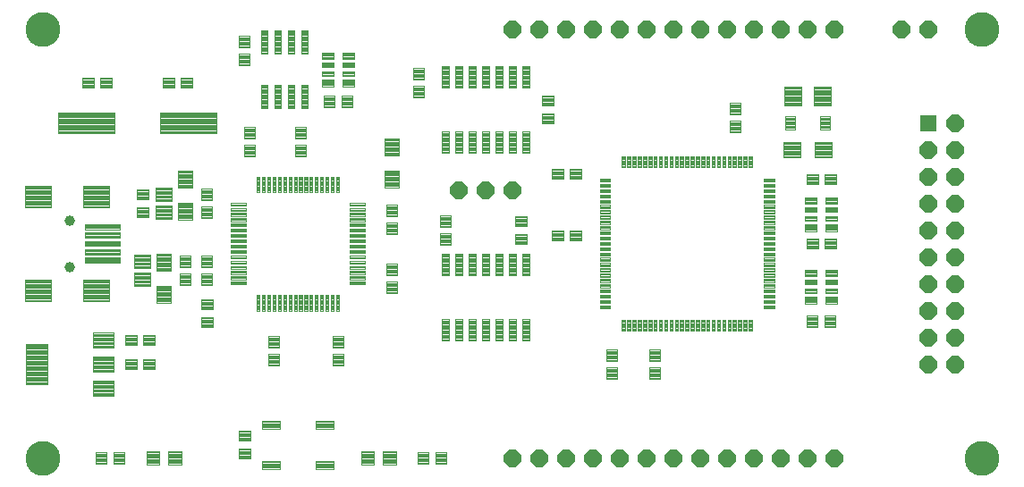
<source format=gts>
G75*
G70*
%OFA0B0*%
%FSLAX24Y24*%
%IPPOS*%
%LPD*%
%AMOC8*
5,1,8,0,0,1.08239X$1,22.5*
%
%ADD10C,0.1300*%
%ADD11C,0.0043*%
%ADD12C,0.0041*%
%ADD13C,0.0044*%
%ADD14C,0.0041*%
%ADD15C,0.0041*%
%ADD16R,0.0640X0.0640*%
%ADD17OC8,0.0640*%
%ADD18C,0.0041*%
%ADD19C,0.0040*%
%ADD20C,0.0394*%
%ADD21C,0.0041*%
%ADD22C,0.0041*%
%ADD23C,0.0041*%
%ADD24C,0.0042*%
%ADD25C,0.0041*%
%ADD26C,0.0040*%
%ADD27C,0.0044*%
%ADD28C,0.0040*%
%ADD29C,0.0040*%
D10*
X001454Y001202D03*
X001454Y017202D03*
X036454Y017202D03*
X036454Y001202D03*
D11*
X030984Y006087D02*
X030592Y006087D01*
X030592Y006517D01*
X030984Y006517D01*
X030984Y006087D01*
X030984Y006129D02*
X030592Y006129D01*
X030592Y006171D02*
X030984Y006171D01*
X030984Y006213D02*
X030592Y006213D01*
X030592Y006255D02*
X030984Y006255D01*
X030984Y006297D02*
X030592Y006297D01*
X030592Y006339D02*
X030984Y006339D01*
X030984Y006381D02*
X030592Y006381D01*
X030592Y006423D02*
X030984Y006423D01*
X030984Y006465D02*
X030592Y006465D01*
X030592Y006507D02*
X030984Y006507D01*
X030315Y006087D02*
X029923Y006087D01*
X029923Y006517D01*
X030315Y006517D01*
X030315Y006087D01*
X030315Y006129D02*
X029923Y006129D01*
X029923Y006171D02*
X030315Y006171D01*
X030315Y006213D02*
X029923Y006213D01*
X029923Y006255D02*
X030315Y006255D01*
X030315Y006297D02*
X029923Y006297D01*
X029923Y006339D02*
X030315Y006339D01*
X030315Y006381D02*
X029923Y006381D01*
X029923Y006423D02*
X030315Y006423D01*
X030315Y006465D02*
X029923Y006465D01*
X029923Y006507D02*
X030315Y006507D01*
X030334Y009006D02*
X029904Y009006D01*
X029904Y009398D01*
X030334Y009398D01*
X030334Y009006D01*
X030334Y009048D02*
X029904Y009048D01*
X029904Y009090D02*
X030334Y009090D01*
X030334Y009132D02*
X029904Y009132D01*
X029904Y009174D02*
X030334Y009174D01*
X030334Y009216D02*
X029904Y009216D01*
X029904Y009258D02*
X030334Y009258D01*
X030334Y009300D02*
X029904Y009300D01*
X029904Y009342D02*
X030334Y009342D01*
X030334Y009384D02*
X029904Y009384D01*
X030573Y009006D02*
X031003Y009006D01*
X030573Y009006D02*
X030573Y009398D01*
X031003Y009398D01*
X031003Y009006D01*
X031003Y009048D02*
X030573Y009048D01*
X030573Y009090D02*
X031003Y009090D01*
X031003Y009132D02*
X030573Y009132D01*
X030573Y009174D02*
X031003Y009174D01*
X031003Y009216D02*
X030573Y009216D01*
X030573Y009258D02*
X031003Y009258D01*
X031003Y009300D02*
X030573Y009300D01*
X030573Y009342D02*
X031003Y009342D01*
X031003Y009384D02*
X030573Y009384D01*
X030573Y011798D02*
X031003Y011798D01*
X031003Y011406D01*
X030573Y011406D01*
X030573Y011798D01*
X030573Y011448D02*
X031003Y011448D01*
X031003Y011490D02*
X030573Y011490D01*
X030573Y011532D02*
X031003Y011532D01*
X031003Y011574D02*
X030573Y011574D01*
X030573Y011616D02*
X031003Y011616D01*
X031003Y011658D02*
X030573Y011658D01*
X030573Y011700D02*
X031003Y011700D01*
X031003Y011742D02*
X030573Y011742D01*
X030573Y011784D02*
X031003Y011784D01*
X030334Y011798D02*
X029904Y011798D01*
X030334Y011798D02*
X030334Y011406D01*
X029904Y011406D01*
X029904Y011798D01*
X029904Y011448D02*
X030334Y011448D01*
X030334Y011490D02*
X029904Y011490D01*
X029904Y011532D02*
X030334Y011532D01*
X030334Y011574D02*
X029904Y011574D01*
X029904Y011616D02*
X030334Y011616D01*
X030334Y011658D02*
X029904Y011658D01*
X029904Y011700D02*
X030334Y011700D01*
X030334Y011742D02*
X029904Y011742D01*
X029904Y011784D02*
X030334Y011784D01*
X027058Y013352D02*
X027058Y013782D01*
X027450Y013782D01*
X027450Y013352D01*
X027058Y013352D01*
X027058Y013394D02*
X027450Y013394D01*
X027450Y013436D02*
X027058Y013436D01*
X027058Y013478D02*
X027450Y013478D01*
X027450Y013520D02*
X027058Y013520D01*
X027058Y013562D02*
X027450Y013562D01*
X027450Y013604D02*
X027058Y013604D01*
X027058Y013646D02*
X027450Y013646D01*
X027450Y013688D02*
X027058Y013688D01*
X027058Y013730D02*
X027450Y013730D01*
X027450Y013772D02*
X027058Y013772D01*
X027058Y014021D02*
X027058Y014451D01*
X027450Y014451D01*
X027450Y014021D01*
X027058Y014021D01*
X027058Y014063D02*
X027450Y014063D01*
X027450Y014105D02*
X027058Y014105D01*
X027058Y014147D02*
X027450Y014147D01*
X027450Y014189D02*
X027058Y014189D01*
X027058Y014231D02*
X027450Y014231D01*
X027450Y014273D02*
X027058Y014273D01*
X027058Y014315D02*
X027450Y014315D01*
X027450Y014357D02*
X027058Y014357D01*
X027058Y014399D02*
X027450Y014399D01*
X027450Y014441D02*
X027058Y014441D01*
X021503Y011606D02*
X021073Y011606D01*
X021073Y011998D01*
X021503Y011998D01*
X021503Y011606D01*
X021503Y011648D02*
X021073Y011648D01*
X021073Y011690D02*
X021503Y011690D01*
X021503Y011732D02*
X021073Y011732D01*
X021073Y011774D02*
X021503Y011774D01*
X021503Y011816D02*
X021073Y011816D01*
X021073Y011858D02*
X021503Y011858D01*
X021503Y011900D02*
X021073Y011900D01*
X021073Y011942D02*
X021503Y011942D01*
X021503Y011984D02*
X021073Y011984D01*
X020834Y011606D02*
X020404Y011606D01*
X020404Y011998D01*
X020834Y011998D01*
X020834Y011606D01*
X020834Y011648D02*
X020404Y011648D01*
X020404Y011690D02*
X020834Y011690D01*
X020834Y011732D02*
X020404Y011732D01*
X020404Y011774D02*
X020834Y011774D01*
X020834Y011816D02*
X020404Y011816D01*
X020404Y011858D02*
X020834Y011858D01*
X020834Y011900D02*
X020404Y011900D01*
X020404Y011942D02*
X020834Y011942D01*
X020834Y011984D02*
X020404Y011984D01*
X020039Y013671D02*
X020039Y014063D01*
X020469Y014063D01*
X020469Y013671D01*
X020039Y013671D01*
X020039Y013713D02*
X020469Y013713D01*
X020469Y013755D02*
X020039Y013755D01*
X020039Y013797D02*
X020469Y013797D01*
X020469Y013839D02*
X020039Y013839D01*
X020039Y013881D02*
X020469Y013881D01*
X020469Y013923D02*
X020039Y013923D01*
X020039Y013965D02*
X020469Y013965D01*
X020469Y014007D02*
X020039Y014007D01*
X020039Y014049D02*
X020469Y014049D01*
X020039Y014340D02*
X020039Y014732D01*
X020469Y014732D01*
X020469Y014340D01*
X020039Y014340D01*
X020039Y014382D02*
X020469Y014382D01*
X020469Y014424D02*
X020039Y014424D01*
X020039Y014466D02*
X020469Y014466D01*
X020469Y014508D02*
X020039Y014508D01*
X020039Y014550D02*
X020469Y014550D01*
X020469Y014592D02*
X020039Y014592D01*
X020039Y014634D02*
X020469Y014634D01*
X020469Y014676D02*
X020039Y014676D01*
X020039Y014718D02*
X020469Y014718D01*
X015650Y014652D02*
X015650Y015082D01*
X015650Y014652D02*
X015258Y014652D01*
X015258Y015082D01*
X015650Y015082D01*
X015650Y014694D02*
X015258Y014694D01*
X015258Y014736D02*
X015650Y014736D01*
X015650Y014778D02*
X015258Y014778D01*
X015258Y014820D02*
X015650Y014820D01*
X015650Y014862D02*
X015258Y014862D01*
X015258Y014904D02*
X015650Y014904D01*
X015650Y014946D02*
X015258Y014946D01*
X015258Y014988D02*
X015650Y014988D01*
X015650Y015030D02*
X015258Y015030D01*
X015258Y015072D02*
X015650Y015072D01*
X015650Y015321D02*
X015650Y015751D01*
X015650Y015321D02*
X015258Y015321D01*
X015258Y015751D01*
X015650Y015751D01*
X015650Y015363D02*
X015258Y015363D01*
X015258Y015405D02*
X015650Y015405D01*
X015650Y015447D02*
X015258Y015447D01*
X015258Y015489D02*
X015650Y015489D01*
X015650Y015531D02*
X015258Y015531D01*
X015258Y015573D02*
X015650Y015573D01*
X015650Y015615D02*
X015258Y015615D01*
X015258Y015657D02*
X015650Y015657D01*
X015650Y015699D02*
X015258Y015699D01*
X015258Y015741D02*
X015650Y015741D01*
X012984Y014717D02*
X012592Y014717D01*
X012984Y014717D02*
X012984Y014287D01*
X012592Y014287D01*
X012592Y014717D01*
X012592Y014329D02*
X012984Y014329D01*
X012984Y014371D02*
X012592Y014371D01*
X012592Y014413D02*
X012984Y014413D01*
X012984Y014455D02*
X012592Y014455D01*
X012592Y014497D02*
X012984Y014497D01*
X012984Y014539D02*
X012592Y014539D01*
X012592Y014581D02*
X012984Y014581D01*
X012984Y014623D02*
X012592Y014623D01*
X012592Y014665D02*
X012984Y014665D01*
X012984Y014707D02*
X012592Y014707D01*
X012315Y014717D02*
X011923Y014717D01*
X012315Y014717D02*
X012315Y014287D01*
X011923Y014287D01*
X011923Y014717D01*
X011923Y014329D02*
X012315Y014329D01*
X012315Y014371D02*
X011923Y014371D01*
X011923Y014413D02*
X012315Y014413D01*
X012315Y014455D02*
X011923Y014455D01*
X011923Y014497D02*
X012315Y014497D01*
X012315Y014539D02*
X011923Y014539D01*
X011923Y014581D02*
X012315Y014581D01*
X012315Y014623D02*
X011923Y014623D01*
X011923Y014665D02*
X012315Y014665D01*
X012315Y014707D02*
X011923Y014707D01*
X010858Y013551D02*
X010858Y013121D01*
X010858Y013551D02*
X011250Y013551D01*
X011250Y013121D01*
X010858Y013121D01*
X010858Y013163D02*
X011250Y013163D01*
X011250Y013205D02*
X010858Y013205D01*
X010858Y013247D02*
X011250Y013247D01*
X011250Y013289D02*
X010858Y013289D01*
X010858Y013331D02*
X011250Y013331D01*
X011250Y013373D02*
X010858Y013373D01*
X010858Y013415D02*
X011250Y013415D01*
X011250Y013457D02*
X010858Y013457D01*
X010858Y013499D02*
X011250Y013499D01*
X011250Y013541D02*
X010858Y013541D01*
X008958Y013551D02*
X008958Y013121D01*
X008958Y013551D02*
X009350Y013551D01*
X009350Y013121D01*
X008958Y013121D01*
X008958Y013163D02*
X009350Y013163D01*
X009350Y013205D02*
X008958Y013205D01*
X008958Y013247D02*
X009350Y013247D01*
X009350Y013289D02*
X008958Y013289D01*
X008958Y013331D02*
X009350Y013331D01*
X009350Y013373D02*
X008958Y013373D01*
X008958Y013415D02*
X009350Y013415D01*
X009350Y013457D02*
X008958Y013457D01*
X008958Y013499D02*
X009350Y013499D01*
X009350Y013541D02*
X008958Y013541D01*
X008958Y012882D02*
X008958Y012452D01*
X008958Y012882D02*
X009350Y012882D01*
X009350Y012452D01*
X008958Y012452D01*
X008958Y012494D02*
X009350Y012494D01*
X009350Y012536D02*
X008958Y012536D01*
X008958Y012578D02*
X009350Y012578D01*
X009350Y012620D02*
X008958Y012620D01*
X008958Y012662D02*
X009350Y012662D01*
X009350Y012704D02*
X008958Y012704D01*
X008958Y012746D02*
X009350Y012746D01*
X009350Y012788D02*
X008958Y012788D01*
X008958Y012830D02*
X009350Y012830D01*
X009350Y012872D02*
X008958Y012872D01*
X010858Y012882D02*
X010858Y012452D01*
X010858Y012882D02*
X011250Y012882D01*
X011250Y012452D01*
X010858Y012452D01*
X010858Y012494D02*
X011250Y012494D01*
X011250Y012536D02*
X010858Y012536D01*
X010858Y012578D02*
X011250Y012578D01*
X011250Y012620D02*
X010858Y012620D01*
X010858Y012662D02*
X011250Y012662D01*
X011250Y012704D02*
X010858Y012704D01*
X010858Y012746D02*
X011250Y012746D01*
X011250Y012788D02*
X010858Y012788D01*
X010858Y012830D02*
X011250Y012830D01*
X011250Y012872D02*
X010858Y012872D01*
X007358Y011251D02*
X007358Y010821D01*
X007358Y011251D02*
X007750Y011251D01*
X007750Y010821D01*
X007358Y010821D01*
X007358Y010863D02*
X007750Y010863D01*
X007750Y010905D02*
X007358Y010905D01*
X007358Y010947D02*
X007750Y010947D01*
X007750Y010989D02*
X007358Y010989D01*
X007358Y011031D02*
X007750Y011031D01*
X007750Y011073D02*
X007358Y011073D01*
X007358Y011115D02*
X007750Y011115D01*
X007750Y011157D02*
X007358Y011157D01*
X007358Y011199D02*
X007750Y011199D01*
X007750Y011241D02*
X007358Y011241D01*
X007358Y010582D02*
X007358Y010152D01*
X007358Y010582D02*
X007750Y010582D01*
X007750Y010152D01*
X007358Y010152D01*
X007358Y010194D02*
X007750Y010194D01*
X007750Y010236D02*
X007358Y010236D01*
X007358Y010278D02*
X007750Y010278D01*
X007750Y010320D02*
X007358Y010320D01*
X007358Y010362D02*
X007750Y010362D01*
X007750Y010404D02*
X007358Y010404D01*
X007358Y010446D02*
X007750Y010446D01*
X007750Y010488D02*
X007358Y010488D01*
X007358Y010530D02*
X007750Y010530D01*
X007750Y010572D02*
X007358Y010572D01*
X004939Y010563D02*
X004939Y010171D01*
X004939Y010563D02*
X005369Y010563D01*
X005369Y010171D01*
X004939Y010171D01*
X004939Y010213D02*
X005369Y010213D01*
X005369Y010255D02*
X004939Y010255D01*
X004939Y010297D02*
X005369Y010297D01*
X005369Y010339D02*
X004939Y010339D01*
X004939Y010381D02*
X005369Y010381D01*
X005369Y010423D02*
X004939Y010423D01*
X004939Y010465D02*
X005369Y010465D01*
X005369Y010507D02*
X004939Y010507D01*
X004939Y010549D02*
X005369Y010549D01*
X004939Y010840D02*
X004939Y011232D01*
X005369Y011232D01*
X005369Y010840D01*
X004939Y010840D01*
X004939Y010882D02*
X005369Y010882D01*
X005369Y010924D02*
X004939Y010924D01*
X004939Y010966D02*
X005369Y010966D01*
X005369Y011008D02*
X004939Y011008D01*
X004939Y011050D02*
X005369Y011050D01*
X005369Y011092D02*
X004939Y011092D01*
X004939Y011134D02*
X005369Y011134D01*
X005369Y011176D02*
X004939Y011176D01*
X004939Y011218D02*
X005369Y011218D01*
X006950Y008751D02*
X006950Y008321D01*
X006558Y008321D01*
X006558Y008751D01*
X006950Y008751D01*
X006950Y008363D02*
X006558Y008363D01*
X006558Y008405D02*
X006950Y008405D01*
X006950Y008447D02*
X006558Y008447D01*
X006558Y008489D02*
X006950Y008489D01*
X006950Y008531D02*
X006558Y008531D01*
X006558Y008573D02*
X006950Y008573D01*
X006950Y008615D02*
X006558Y008615D01*
X006558Y008657D02*
X006950Y008657D01*
X006950Y008699D02*
X006558Y008699D01*
X006558Y008741D02*
X006950Y008741D01*
X007750Y008751D02*
X007750Y008321D01*
X007358Y008321D01*
X007358Y008751D01*
X007750Y008751D01*
X007750Y008363D02*
X007358Y008363D01*
X007358Y008405D02*
X007750Y008405D01*
X007750Y008447D02*
X007358Y008447D01*
X007358Y008489D02*
X007750Y008489D01*
X007750Y008531D02*
X007358Y008531D01*
X007358Y008573D02*
X007750Y008573D01*
X007750Y008615D02*
X007358Y008615D01*
X007358Y008657D02*
X007750Y008657D01*
X007750Y008699D02*
X007358Y008699D01*
X007358Y008741D02*
X007750Y008741D01*
X007750Y008082D02*
X007750Y007652D01*
X007358Y007652D01*
X007358Y008082D01*
X007750Y008082D01*
X007750Y007694D02*
X007358Y007694D01*
X007358Y007736D02*
X007750Y007736D01*
X007750Y007778D02*
X007358Y007778D01*
X007358Y007820D02*
X007750Y007820D01*
X007750Y007862D02*
X007358Y007862D01*
X007358Y007904D02*
X007750Y007904D01*
X007750Y007946D02*
X007358Y007946D01*
X007358Y007988D02*
X007750Y007988D01*
X007750Y008030D02*
X007358Y008030D01*
X007358Y008072D02*
X007750Y008072D01*
X006950Y008082D02*
X006950Y007652D01*
X006558Y007652D01*
X006558Y008082D01*
X006950Y008082D01*
X006950Y007694D02*
X006558Y007694D01*
X006558Y007736D02*
X006950Y007736D01*
X006950Y007778D02*
X006558Y007778D01*
X006558Y007820D02*
X006950Y007820D01*
X006950Y007862D02*
X006558Y007862D01*
X006558Y007904D02*
X006950Y007904D01*
X006950Y007946D02*
X006558Y007946D01*
X006558Y007988D02*
X006950Y007988D01*
X006950Y008030D02*
X006558Y008030D01*
X006558Y008072D02*
X006950Y008072D01*
X007769Y007132D02*
X007769Y006740D01*
X007339Y006740D01*
X007339Y007132D01*
X007769Y007132D01*
X007769Y006782D02*
X007339Y006782D01*
X007339Y006824D02*
X007769Y006824D01*
X007769Y006866D02*
X007339Y006866D01*
X007339Y006908D02*
X007769Y006908D01*
X007769Y006950D02*
X007339Y006950D01*
X007339Y006992D02*
X007769Y006992D01*
X007769Y007034D02*
X007339Y007034D01*
X007339Y007076D02*
X007769Y007076D01*
X007769Y007118D02*
X007339Y007118D01*
X007769Y006463D02*
X007769Y006071D01*
X007339Y006071D01*
X007339Y006463D01*
X007769Y006463D01*
X007769Y006113D02*
X007339Y006113D01*
X007339Y006155D02*
X007769Y006155D01*
X007769Y006197D02*
X007339Y006197D01*
X007339Y006239D02*
X007769Y006239D01*
X007769Y006281D02*
X007339Y006281D01*
X007339Y006323D02*
X007769Y006323D01*
X007769Y006365D02*
X007339Y006365D01*
X007339Y006407D02*
X007769Y006407D01*
X007769Y006449D02*
X007339Y006449D01*
X005603Y005798D02*
X005173Y005798D01*
X005603Y005798D02*
X005603Y005406D01*
X005173Y005406D01*
X005173Y005798D01*
X005173Y005448D02*
X005603Y005448D01*
X005603Y005490D02*
X005173Y005490D01*
X005173Y005532D02*
X005603Y005532D01*
X005603Y005574D02*
X005173Y005574D01*
X005173Y005616D02*
X005603Y005616D01*
X005603Y005658D02*
X005173Y005658D01*
X005173Y005700D02*
X005603Y005700D01*
X005603Y005742D02*
X005173Y005742D01*
X005173Y005784D02*
X005603Y005784D01*
X004934Y005798D02*
X004504Y005798D01*
X004934Y005798D02*
X004934Y005406D01*
X004504Y005406D01*
X004504Y005798D01*
X004504Y005448D02*
X004934Y005448D01*
X004934Y005490D02*
X004504Y005490D01*
X004504Y005532D02*
X004934Y005532D01*
X004934Y005574D02*
X004504Y005574D01*
X004504Y005616D02*
X004934Y005616D01*
X004934Y005658D02*
X004504Y005658D01*
X004504Y005700D02*
X004934Y005700D01*
X004934Y005742D02*
X004504Y005742D01*
X004504Y005784D02*
X004934Y005784D01*
X004934Y004898D02*
X004504Y004898D01*
X004934Y004898D02*
X004934Y004506D01*
X004504Y004506D01*
X004504Y004898D01*
X004504Y004548D02*
X004934Y004548D01*
X004934Y004590D02*
X004504Y004590D01*
X004504Y004632D02*
X004934Y004632D01*
X004934Y004674D02*
X004504Y004674D01*
X004504Y004716D02*
X004934Y004716D01*
X004934Y004758D02*
X004504Y004758D01*
X004504Y004800D02*
X004934Y004800D01*
X004934Y004842D02*
X004504Y004842D01*
X004504Y004884D02*
X004934Y004884D01*
X005173Y004898D02*
X005603Y004898D01*
X005603Y004506D01*
X005173Y004506D01*
X005173Y004898D01*
X005173Y004548D02*
X005603Y004548D01*
X005603Y004590D02*
X005173Y004590D01*
X005173Y004632D02*
X005603Y004632D01*
X005603Y004674D02*
X005173Y004674D01*
X005173Y004716D02*
X005603Y004716D01*
X005603Y004758D02*
X005173Y004758D01*
X005173Y004800D02*
X005603Y004800D01*
X005603Y004842D02*
X005173Y004842D01*
X005173Y004884D02*
X005603Y004884D01*
X010250Y005082D02*
X010250Y004652D01*
X009858Y004652D01*
X009858Y005082D01*
X010250Y005082D01*
X010250Y004694D02*
X009858Y004694D01*
X009858Y004736D02*
X010250Y004736D01*
X010250Y004778D02*
X009858Y004778D01*
X009858Y004820D02*
X010250Y004820D01*
X010250Y004862D02*
X009858Y004862D01*
X009858Y004904D02*
X010250Y004904D01*
X010250Y004946D02*
X009858Y004946D01*
X009858Y004988D02*
X010250Y004988D01*
X010250Y005030D02*
X009858Y005030D01*
X009858Y005072D02*
X010250Y005072D01*
X010250Y005321D02*
X010250Y005751D01*
X010250Y005321D02*
X009858Y005321D01*
X009858Y005751D01*
X010250Y005751D01*
X010250Y005363D02*
X009858Y005363D01*
X009858Y005405D02*
X010250Y005405D01*
X010250Y005447D02*
X009858Y005447D01*
X009858Y005489D02*
X010250Y005489D01*
X010250Y005531D02*
X009858Y005531D01*
X009858Y005573D02*
X010250Y005573D01*
X010250Y005615D02*
X009858Y005615D01*
X009858Y005657D02*
X010250Y005657D01*
X010250Y005699D02*
X009858Y005699D01*
X009858Y005741D02*
X010250Y005741D01*
X012650Y005751D02*
X012650Y005321D01*
X012258Y005321D01*
X012258Y005751D01*
X012650Y005751D01*
X012650Y005363D02*
X012258Y005363D01*
X012258Y005405D02*
X012650Y005405D01*
X012650Y005447D02*
X012258Y005447D01*
X012258Y005489D02*
X012650Y005489D01*
X012650Y005531D02*
X012258Y005531D01*
X012258Y005573D02*
X012650Y005573D01*
X012650Y005615D02*
X012258Y005615D01*
X012258Y005657D02*
X012650Y005657D01*
X012650Y005699D02*
X012258Y005699D01*
X012258Y005741D02*
X012650Y005741D01*
X012650Y005082D02*
X012650Y004652D01*
X012258Y004652D01*
X012258Y005082D01*
X012650Y005082D01*
X012650Y004694D02*
X012258Y004694D01*
X012258Y004736D02*
X012650Y004736D01*
X012650Y004778D02*
X012258Y004778D01*
X012258Y004820D02*
X012650Y004820D01*
X012650Y004862D02*
X012258Y004862D01*
X012258Y004904D02*
X012650Y004904D01*
X012650Y004946D02*
X012258Y004946D01*
X012258Y004988D02*
X012650Y004988D01*
X012650Y005030D02*
X012258Y005030D01*
X012258Y005072D02*
X012650Y005072D01*
X014650Y007352D02*
X014650Y007782D01*
X014650Y007352D02*
X014258Y007352D01*
X014258Y007782D01*
X014650Y007782D01*
X014650Y007394D02*
X014258Y007394D01*
X014258Y007436D02*
X014650Y007436D01*
X014650Y007478D02*
X014258Y007478D01*
X014258Y007520D02*
X014650Y007520D01*
X014650Y007562D02*
X014258Y007562D01*
X014258Y007604D02*
X014650Y007604D01*
X014650Y007646D02*
X014258Y007646D01*
X014258Y007688D02*
X014650Y007688D01*
X014650Y007730D02*
X014258Y007730D01*
X014258Y007772D02*
X014650Y007772D01*
X014650Y008021D02*
X014650Y008451D01*
X014650Y008021D02*
X014258Y008021D01*
X014258Y008451D01*
X014650Y008451D01*
X014650Y008063D02*
X014258Y008063D01*
X014258Y008105D02*
X014650Y008105D01*
X014650Y008147D02*
X014258Y008147D01*
X014258Y008189D02*
X014650Y008189D01*
X014650Y008231D02*
X014258Y008231D01*
X014258Y008273D02*
X014650Y008273D01*
X014650Y008315D02*
X014258Y008315D01*
X014258Y008357D02*
X014650Y008357D01*
X014650Y008399D02*
X014258Y008399D01*
X014258Y008441D02*
X014650Y008441D01*
X016258Y009152D02*
X016258Y009582D01*
X016650Y009582D01*
X016650Y009152D01*
X016258Y009152D01*
X016258Y009194D02*
X016650Y009194D01*
X016650Y009236D02*
X016258Y009236D01*
X016258Y009278D02*
X016650Y009278D01*
X016650Y009320D02*
X016258Y009320D01*
X016258Y009362D02*
X016650Y009362D01*
X016650Y009404D02*
X016258Y009404D01*
X016258Y009446D02*
X016650Y009446D01*
X016650Y009488D02*
X016258Y009488D01*
X016258Y009530D02*
X016650Y009530D01*
X016650Y009572D02*
X016258Y009572D01*
X016258Y009821D02*
X016258Y010251D01*
X016650Y010251D01*
X016650Y009821D01*
X016258Y009821D01*
X016258Y009863D02*
X016650Y009863D01*
X016650Y009905D02*
X016258Y009905D01*
X016258Y009947D02*
X016650Y009947D01*
X016650Y009989D02*
X016258Y009989D01*
X016258Y010031D02*
X016650Y010031D01*
X016650Y010073D02*
X016258Y010073D01*
X016258Y010115D02*
X016650Y010115D01*
X016650Y010157D02*
X016258Y010157D01*
X016258Y010199D02*
X016650Y010199D01*
X016650Y010241D02*
X016258Y010241D01*
X014258Y010221D02*
X014258Y010651D01*
X014650Y010651D01*
X014650Y010221D01*
X014258Y010221D01*
X014258Y010263D02*
X014650Y010263D01*
X014650Y010305D02*
X014258Y010305D01*
X014258Y010347D02*
X014650Y010347D01*
X014650Y010389D02*
X014258Y010389D01*
X014258Y010431D02*
X014650Y010431D01*
X014650Y010473D02*
X014258Y010473D01*
X014258Y010515D02*
X014650Y010515D01*
X014650Y010557D02*
X014258Y010557D01*
X014258Y010599D02*
X014650Y010599D01*
X014650Y010641D02*
X014258Y010641D01*
X014258Y009982D02*
X014258Y009552D01*
X014258Y009982D02*
X014650Y009982D01*
X014650Y009552D01*
X014258Y009552D01*
X014258Y009594D02*
X014650Y009594D01*
X014650Y009636D02*
X014258Y009636D01*
X014258Y009678D02*
X014650Y009678D01*
X014650Y009720D02*
X014258Y009720D01*
X014258Y009762D02*
X014650Y009762D01*
X014650Y009804D02*
X014258Y009804D01*
X014258Y009846D02*
X014650Y009846D01*
X014650Y009888D02*
X014258Y009888D01*
X014258Y009930D02*
X014650Y009930D01*
X014650Y009972D02*
X014258Y009972D01*
X019039Y009840D02*
X019039Y010232D01*
X019469Y010232D01*
X019469Y009840D01*
X019039Y009840D01*
X019039Y009882D02*
X019469Y009882D01*
X019469Y009924D02*
X019039Y009924D01*
X019039Y009966D02*
X019469Y009966D01*
X019469Y010008D02*
X019039Y010008D01*
X019039Y010050D02*
X019469Y010050D01*
X019469Y010092D02*
X019039Y010092D01*
X019039Y010134D02*
X019469Y010134D01*
X019469Y010176D02*
X019039Y010176D01*
X019039Y010218D02*
X019469Y010218D01*
X019039Y009563D02*
X019039Y009171D01*
X019039Y009563D02*
X019469Y009563D01*
X019469Y009171D01*
X019039Y009171D01*
X019039Y009213D02*
X019469Y009213D01*
X019469Y009255D02*
X019039Y009255D01*
X019039Y009297D02*
X019469Y009297D01*
X019469Y009339D02*
X019039Y009339D01*
X019039Y009381D02*
X019469Y009381D01*
X019469Y009423D02*
X019039Y009423D01*
X019039Y009465D02*
X019469Y009465D01*
X019469Y009507D02*
X019039Y009507D01*
X019039Y009549D02*
X019469Y009549D01*
X020404Y009306D02*
X020834Y009306D01*
X020404Y009306D02*
X020404Y009698D01*
X020834Y009698D01*
X020834Y009306D01*
X020834Y009348D02*
X020404Y009348D01*
X020404Y009390D02*
X020834Y009390D01*
X020834Y009432D02*
X020404Y009432D01*
X020404Y009474D02*
X020834Y009474D01*
X020834Y009516D02*
X020404Y009516D01*
X020404Y009558D02*
X020834Y009558D01*
X020834Y009600D02*
X020404Y009600D01*
X020404Y009642D02*
X020834Y009642D01*
X020834Y009684D02*
X020404Y009684D01*
X021073Y009306D02*
X021503Y009306D01*
X021073Y009306D02*
X021073Y009698D01*
X021503Y009698D01*
X021503Y009306D01*
X021503Y009348D02*
X021073Y009348D01*
X021073Y009390D02*
X021503Y009390D01*
X021503Y009432D02*
X021073Y009432D01*
X021073Y009474D02*
X021503Y009474D01*
X021503Y009516D02*
X021073Y009516D01*
X021073Y009558D02*
X021503Y009558D01*
X021503Y009600D02*
X021073Y009600D01*
X021073Y009642D02*
X021503Y009642D01*
X021503Y009684D02*
X021073Y009684D01*
X022850Y005251D02*
X022850Y004821D01*
X022458Y004821D01*
X022458Y005251D01*
X022850Y005251D01*
X022850Y004863D02*
X022458Y004863D01*
X022458Y004905D02*
X022850Y004905D01*
X022850Y004947D02*
X022458Y004947D01*
X022458Y004989D02*
X022850Y004989D01*
X022850Y005031D02*
X022458Y005031D01*
X022458Y005073D02*
X022850Y005073D01*
X022850Y005115D02*
X022458Y005115D01*
X022458Y005157D02*
X022850Y005157D01*
X022850Y005199D02*
X022458Y005199D01*
X022458Y005241D02*
X022850Y005241D01*
X024450Y005251D02*
X024450Y004821D01*
X024058Y004821D01*
X024058Y005251D01*
X024450Y005251D01*
X024450Y004863D02*
X024058Y004863D01*
X024058Y004905D02*
X024450Y004905D01*
X024450Y004947D02*
X024058Y004947D01*
X024058Y004989D02*
X024450Y004989D01*
X024450Y005031D02*
X024058Y005031D01*
X024058Y005073D02*
X024450Y005073D01*
X024450Y005115D02*
X024058Y005115D01*
X024058Y005157D02*
X024450Y005157D01*
X024450Y005199D02*
X024058Y005199D01*
X024058Y005241D02*
X024450Y005241D01*
X024450Y004582D02*
X024450Y004152D01*
X024058Y004152D01*
X024058Y004582D01*
X024450Y004582D01*
X024450Y004194D02*
X024058Y004194D01*
X024058Y004236D02*
X024450Y004236D01*
X024450Y004278D02*
X024058Y004278D01*
X024058Y004320D02*
X024450Y004320D01*
X024450Y004362D02*
X024058Y004362D01*
X024058Y004404D02*
X024450Y004404D01*
X024450Y004446D02*
X024058Y004446D01*
X024058Y004488D02*
X024450Y004488D01*
X024450Y004530D02*
X024058Y004530D01*
X024058Y004572D02*
X024450Y004572D01*
X022850Y004582D02*
X022850Y004152D01*
X022458Y004152D01*
X022458Y004582D01*
X022850Y004582D01*
X022850Y004194D02*
X022458Y004194D01*
X022458Y004236D02*
X022850Y004236D01*
X022850Y004278D02*
X022458Y004278D01*
X022458Y004320D02*
X022850Y004320D01*
X022850Y004362D02*
X022458Y004362D01*
X022458Y004404D02*
X022850Y004404D01*
X022850Y004446D02*
X022458Y004446D01*
X022458Y004488D02*
X022850Y004488D01*
X022850Y004530D02*
X022458Y004530D01*
X022458Y004572D02*
X022850Y004572D01*
X016484Y000987D02*
X016092Y000987D01*
X016092Y001417D01*
X016484Y001417D01*
X016484Y000987D01*
X016484Y001029D02*
X016092Y001029D01*
X016092Y001071D02*
X016484Y001071D01*
X016484Y001113D02*
X016092Y001113D01*
X016092Y001155D02*
X016484Y001155D01*
X016484Y001197D02*
X016092Y001197D01*
X016092Y001239D02*
X016484Y001239D01*
X016484Y001281D02*
X016092Y001281D01*
X016092Y001323D02*
X016484Y001323D01*
X016484Y001365D02*
X016092Y001365D01*
X016092Y001407D02*
X016484Y001407D01*
X015815Y000987D02*
X015423Y000987D01*
X015423Y001417D01*
X015815Y001417D01*
X015815Y000987D01*
X015815Y001029D02*
X015423Y001029D01*
X015423Y001071D02*
X015815Y001071D01*
X015815Y001113D02*
X015423Y001113D01*
X015423Y001155D02*
X015815Y001155D01*
X015815Y001197D02*
X015423Y001197D01*
X015423Y001239D02*
X015815Y001239D01*
X015815Y001281D02*
X015423Y001281D01*
X015423Y001323D02*
X015815Y001323D01*
X015815Y001365D02*
X015423Y001365D01*
X015423Y001407D02*
X015815Y001407D01*
X008739Y001563D02*
X008739Y001171D01*
X008739Y001563D02*
X009169Y001563D01*
X009169Y001171D01*
X008739Y001171D01*
X008739Y001213D02*
X009169Y001213D01*
X009169Y001255D02*
X008739Y001255D01*
X008739Y001297D02*
X009169Y001297D01*
X009169Y001339D02*
X008739Y001339D01*
X008739Y001381D02*
X009169Y001381D01*
X009169Y001423D02*
X008739Y001423D01*
X008739Y001465D02*
X009169Y001465D01*
X009169Y001507D02*
X008739Y001507D01*
X008739Y001549D02*
X009169Y001549D01*
X008739Y001840D02*
X008739Y002232D01*
X009169Y002232D01*
X009169Y001840D01*
X008739Y001840D01*
X008739Y001882D02*
X009169Y001882D01*
X009169Y001924D02*
X008739Y001924D01*
X008739Y001966D02*
X009169Y001966D01*
X009169Y002008D02*
X008739Y002008D01*
X008739Y002050D02*
X009169Y002050D01*
X009169Y002092D02*
X008739Y002092D01*
X008739Y002134D02*
X009169Y002134D01*
X009169Y002176D02*
X008739Y002176D01*
X008739Y002218D02*
X009169Y002218D01*
X004484Y001417D02*
X004092Y001417D01*
X004484Y001417D02*
X004484Y000987D01*
X004092Y000987D01*
X004092Y001417D01*
X004092Y001029D02*
X004484Y001029D01*
X004484Y001071D02*
X004092Y001071D01*
X004092Y001113D02*
X004484Y001113D01*
X004484Y001155D02*
X004092Y001155D01*
X004092Y001197D02*
X004484Y001197D01*
X004484Y001239D02*
X004092Y001239D01*
X004092Y001281D02*
X004484Y001281D01*
X004484Y001323D02*
X004092Y001323D01*
X004092Y001365D02*
X004484Y001365D01*
X004484Y001407D02*
X004092Y001407D01*
X003815Y001417D02*
X003423Y001417D01*
X003815Y001417D02*
X003815Y000987D01*
X003423Y000987D01*
X003423Y001417D01*
X003423Y001029D02*
X003815Y001029D01*
X003815Y001071D02*
X003423Y001071D01*
X003423Y001113D02*
X003815Y001113D01*
X003815Y001155D02*
X003423Y001155D01*
X003423Y001197D02*
X003815Y001197D01*
X003815Y001239D02*
X003423Y001239D01*
X003423Y001281D02*
X003815Y001281D01*
X003815Y001323D02*
X003423Y001323D01*
X003423Y001365D02*
X003815Y001365D01*
X003815Y001407D02*
X003423Y001407D01*
X003334Y015006D02*
X002904Y015006D01*
X002904Y015398D01*
X003334Y015398D01*
X003334Y015006D01*
X003334Y015048D02*
X002904Y015048D01*
X002904Y015090D02*
X003334Y015090D01*
X003334Y015132D02*
X002904Y015132D01*
X002904Y015174D02*
X003334Y015174D01*
X003334Y015216D02*
X002904Y015216D01*
X002904Y015258D02*
X003334Y015258D01*
X003334Y015300D02*
X002904Y015300D01*
X002904Y015342D02*
X003334Y015342D01*
X003334Y015384D02*
X002904Y015384D01*
X003573Y015006D02*
X004003Y015006D01*
X003573Y015006D02*
X003573Y015398D01*
X004003Y015398D01*
X004003Y015006D01*
X004003Y015048D02*
X003573Y015048D01*
X003573Y015090D02*
X004003Y015090D01*
X004003Y015132D02*
X003573Y015132D01*
X003573Y015174D02*
X004003Y015174D01*
X004003Y015216D02*
X003573Y015216D01*
X003573Y015258D02*
X004003Y015258D01*
X004003Y015300D02*
X003573Y015300D01*
X003573Y015342D02*
X004003Y015342D01*
X004003Y015384D02*
X003573Y015384D01*
X005904Y015398D02*
X006334Y015398D01*
X006334Y015006D01*
X005904Y015006D01*
X005904Y015398D01*
X005904Y015048D02*
X006334Y015048D01*
X006334Y015090D02*
X005904Y015090D01*
X005904Y015132D02*
X006334Y015132D01*
X006334Y015174D02*
X005904Y015174D01*
X005904Y015216D02*
X006334Y015216D01*
X006334Y015258D02*
X005904Y015258D01*
X005904Y015300D02*
X006334Y015300D01*
X006334Y015342D02*
X005904Y015342D01*
X005904Y015384D02*
X006334Y015384D01*
X006573Y015398D02*
X007003Y015398D01*
X007003Y015006D01*
X006573Y015006D01*
X006573Y015398D01*
X006573Y015048D02*
X007003Y015048D01*
X007003Y015090D02*
X006573Y015090D01*
X006573Y015132D02*
X007003Y015132D01*
X007003Y015174D02*
X006573Y015174D01*
X006573Y015216D02*
X007003Y015216D01*
X007003Y015258D02*
X006573Y015258D01*
X006573Y015300D02*
X007003Y015300D01*
X007003Y015342D02*
X006573Y015342D01*
X006573Y015384D02*
X007003Y015384D01*
X009150Y015852D02*
X009150Y016282D01*
X009150Y015852D02*
X008758Y015852D01*
X008758Y016282D01*
X009150Y016282D01*
X009150Y015894D02*
X008758Y015894D01*
X008758Y015936D02*
X009150Y015936D01*
X009150Y015978D02*
X008758Y015978D01*
X008758Y016020D02*
X009150Y016020D01*
X009150Y016062D02*
X008758Y016062D01*
X008758Y016104D02*
X009150Y016104D01*
X009150Y016146D02*
X008758Y016146D01*
X008758Y016188D02*
X009150Y016188D01*
X009150Y016230D02*
X008758Y016230D01*
X008758Y016272D02*
X009150Y016272D01*
X009150Y016521D02*
X009150Y016951D01*
X009150Y016521D02*
X008758Y016521D01*
X008758Y016951D01*
X009150Y016951D01*
X009150Y016563D02*
X008758Y016563D01*
X008758Y016605D02*
X009150Y016605D01*
X009150Y016647D02*
X008758Y016647D01*
X008758Y016689D02*
X009150Y016689D01*
X009150Y016731D02*
X008758Y016731D01*
X008758Y016773D02*
X009150Y016773D01*
X009150Y016815D02*
X008758Y016815D01*
X008758Y016857D02*
X009150Y016857D01*
X009150Y016899D02*
X008758Y016899D01*
X008758Y016941D02*
X009150Y016941D01*
D12*
X014179Y013107D02*
X014179Y012477D01*
X014179Y013107D02*
X014729Y013107D01*
X014729Y012477D01*
X014179Y012477D01*
X014179Y012517D02*
X014729Y012517D01*
X014729Y012557D02*
X014179Y012557D01*
X014179Y012597D02*
X014729Y012597D01*
X014729Y012637D02*
X014179Y012637D01*
X014179Y012677D02*
X014729Y012677D01*
X014729Y012717D02*
X014179Y012717D01*
X014179Y012757D02*
X014729Y012757D01*
X014729Y012797D02*
X014179Y012797D01*
X014179Y012837D02*
X014729Y012837D01*
X014729Y012877D02*
X014179Y012877D01*
X014179Y012917D02*
X014729Y012917D01*
X014729Y012957D02*
X014179Y012957D01*
X014179Y012997D02*
X014729Y012997D01*
X014729Y013037D02*
X014179Y013037D01*
X014179Y013077D02*
X014729Y013077D01*
X014729Y011926D02*
X014729Y011296D01*
X014179Y011296D01*
X014179Y011926D01*
X014729Y011926D01*
X014729Y011336D02*
X014179Y011336D01*
X014179Y011376D02*
X014729Y011376D01*
X014729Y011416D02*
X014179Y011416D01*
X014179Y011456D02*
X014729Y011456D01*
X014729Y011496D02*
X014179Y011496D01*
X014179Y011536D02*
X014729Y011536D01*
X014729Y011576D02*
X014179Y011576D01*
X014179Y011616D02*
X014729Y011616D01*
X014729Y011656D02*
X014179Y011656D01*
X014179Y011696D02*
X014729Y011696D01*
X014729Y011736D02*
X014179Y011736D01*
X014179Y011776D02*
X014729Y011776D01*
X014729Y011816D02*
X014179Y011816D01*
X014179Y011856D02*
X014729Y011856D01*
X014729Y011896D02*
X014179Y011896D01*
X006479Y011907D02*
X006479Y011277D01*
X006479Y011907D02*
X007029Y011907D01*
X007029Y011277D01*
X006479Y011277D01*
X006479Y011317D02*
X007029Y011317D01*
X007029Y011357D02*
X006479Y011357D01*
X006479Y011397D02*
X007029Y011397D01*
X007029Y011437D02*
X006479Y011437D01*
X006479Y011477D02*
X007029Y011477D01*
X007029Y011517D02*
X006479Y011517D01*
X006479Y011557D02*
X007029Y011557D01*
X007029Y011597D02*
X006479Y011597D01*
X006479Y011637D02*
X007029Y011637D01*
X007029Y011677D02*
X006479Y011677D01*
X006479Y011717D02*
X007029Y011717D01*
X007029Y011757D02*
X006479Y011757D01*
X006479Y011797D02*
X007029Y011797D01*
X007029Y011837D02*
X006479Y011837D01*
X006479Y011877D02*
X007029Y011877D01*
X007029Y010726D02*
X007029Y010096D01*
X006479Y010096D01*
X006479Y010726D01*
X007029Y010726D01*
X007029Y010136D02*
X006479Y010136D01*
X006479Y010176D02*
X007029Y010176D01*
X007029Y010216D02*
X006479Y010216D01*
X006479Y010256D02*
X007029Y010256D01*
X007029Y010296D02*
X006479Y010296D01*
X006479Y010336D02*
X007029Y010336D01*
X007029Y010376D02*
X006479Y010376D01*
X006479Y010416D02*
X007029Y010416D01*
X007029Y010456D02*
X006479Y010456D01*
X006479Y010496D02*
X007029Y010496D01*
X007029Y010536D02*
X006479Y010536D01*
X006479Y010576D02*
X007029Y010576D01*
X007029Y010616D02*
X006479Y010616D01*
X006479Y010656D02*
X007029Y010656D01*
X007029Y010696D02*
X006479Y010696D01*
X005679Y008807D02*
X005679Y008177D01*
X005679Y008807D02*
X006229Y008807D01*
X006229Y008177D01*
X005679Y008177D01*
X005679Y008217D02*
X006229Y008217D01*
X006229Y008257D02*
X005679Y008257D01*
X005679Y008297D02*
X006229Y008297D01*
X006229Y008337D02*
X005679Y008337D01*
X005679Y008377D02*
X006229Y008377D01*
X006229Y008417D02*
X005679Y008417D01*
X005679Y008457D02*
X006229Y008457D01*
X006229Y008497D02*
X005679Y008497D01*
X005679Y008537D02*
X006229Y008537D01*
X006229Y008577D02*
X005679Y008577D01*
X005679Y008617D02*
X006229Y008617D01*
X006229Y008657D02*
X005679Y008657D01*
X005679Y008697D02*
X006229Y008697D01*
X006229Y008737D02*
X005679Y008737D01*
X005679Y008777D02*
X006229Y008777D01*
X006229Y007626D02*
X006229Y006996D01*
X005679Y006996D01*
X005679Y007626D01*
X006229Y007626D01*
X006229Y007036D02*
X005679Y007036D01*
X005679Y007076D02*
X006229Y007076D01*
X006229Y007116D02*
X005679Y007116D01*
X005679Y007156D02*
X006229Y007156D01*
X006229Y007196D02*
X005679Y007196D01*
X005679Y007236D02*
X006229Y007236D01*
X006229Y007276D02*
X005679Y007276D01*
X005679Y007316D02*
X006229Y007316D01*
X006229Y007356D02*
X005679Y007356D01*
X005679Y007396D02*
X006229Y007396D01*
X006229Y007436D02*
X005679Y007436D01*
X005679Y007476D02*
X006229Y007476D01*
X006229Y007516D02*
X005679Y007516D01*
X005679Y007556D02*
X006229Y007556D01*
X006229Y007596D02*
X005679Y007596D01*
X029048Y012427D02*
X029678Y012427D01*
X029048Y012427D02*
X029048Y012977D01*
X029678Y012977D01*
X029678Y012427D01*
X029678Y012467D02*
X029048Y012467D01*
X029048Y012507D02*
X029678Y012507D01*
X029678Y012547D02*
X029048Y012547D01*
X029048Y012587D02*
X029678Y012587D01*
X029678Y012627D02*
X029048Y012627D01*
X029048Y012667D02*
X029678Y012667D01*
X029678Y012707D02*
X029048Y012707D01*
X029048Y012747D02*
X029678Y012747D01*
X029678Y012787D02*
X029048Y012787D01*
X029048Y012827D02*
X029678Y012827D01*
X029678Y012867D02*
X029048Y012867D01*
X029048Y012907D02*
X029678Y012907D01*
X029678Y012947D02*
X029048Y012947D01*
X030229Y012977D02*
X030859Y012977D01*
X030859Y012427D01*
X030229Y012427D01*
X030229Y012977D01*
X030229Y012467D02*
X030859Y012467D01*
X030859Y012507D02*
X030229Y012507D01*
X030229Y012547D02*
X030859Y012547D01*
X030859Y012587D02*
X030229Y012587D01*
X030229Y012627D02*
X030859Y012627D01*
X030859Y012667D02*
X030229Y012667D01*
X030229Y012707D02*
X030859Y012707D01*
X030859Y012747D02*
X030229Y012747D01*
X030229Y012787D02*
X030859Y012787D01*
X030859Y012827D02*
X030229Y012827D01*
X030229Y012867D02*
X030859Y012867D01*
X030859Y012907D02*
X030229Y012907D01*
X030229Y012947D02*
X030859Y012947D01*
D13*
X006247Y011290D02*
X006247Y010782D01*
X005661Y010782D01*
X005661Y011290D01*
X006247Y011290D01*
X006247Y010825D02*
X005661Y010825D01*
X005661Y010868D02*
X006247Y010868D01*
X006247Y010911D02*
X005661Y010911D01*
X005661Y010954D02*
X006247Y010954D01*
X006247Y010997D02*
X005661Y010997D01*
X005661Y011040D02*
X006247Y011040D01*
X006247Y011083D02*
X005661Y011083D01*
X005661Y011126D02*
X006247Y011126D01*
X006247Y011169D02*
X005661Y011169D01*
X005661Y011212D02*
X006247Y011212D01*
X006247Y011255D02*
X005661Y011255D01*
X006247Y010621D02*
X006247Y010113D01*
X005661Y010113D01*
X005661Y010621D01*
X006247Y010621D01*
X006247Y010156D02*
X005661Y010156D01*
X005661Y010199D02*
X006247Y010199D01*
X006247Y010242D02*
X005661Y010242D01*
X005661Y010285D02*
X006247Y010285D01*
X006247Y010328D02*
X005661Y010328D01*
X005661Y010371D02*
X006247Y010371D01*
X006247Y010414D02*
X005661Y010414D01*
X005661Y010457D02*
X006247Y010457D01*
X006247Y010500D02*
X005661Y010500D01*
X005661Y010543D02*
X006247Y010543D01*
X006247Y010586D02*
X005661Y010586D01*
X004861Y008790D02*
X004861Y008282D01*
X004861Y008790D02*
X005447Y008790D01*
X005447Y008282D01*
X004861Y008282D01*
X004861Y008325D02*
X005447Y008325D01*
X005447Y008368D02*
X004861Y008368D01*
X004861Y008411D02*
X005447Y008411D01*
X005447Y008454D02*
X004861Y008454D01*
X004861Y008497D02*
X005447Y008497D01*
X005447Y008540D02*
X004861Y008540D01*
X004861Y008583D02*
X005447Y008583D01*
X005447Y008626D02*
X004861Y008626D01*
X004861Y008669D02*
X005447Y008669D01*
X005447Y008712D02*
X004861Y008712D01*
X004861Y008755D02*
X005447Y008755D01*
X004861Y008121D02*
X004861Y007613D01*
X004861Y008121D02*
X005447Y008121D01*
X005447Y007613D01*
X004861Y007613D01*
X004861Y007656D02*
X005447Y007656D01*
X005447Y007699D02*
X004861Y007699D01*
X004861Y007742D02*
X005447Y007742D01*
X005447Y007785D02*
X004861Y007785D01*
X004861Y007828D02*
X005447Y007828D01*
X005447Y007871D02*
X004861Y007871D01*
X004861Y007914D02*
X005447Y007914D01*
X005447Y007957D02*
X004861Y007957D01*
X004861Y008000D02*
X005447Y008000D01*
X005447Y008043D02*
X004861Y008043D01*
X004861Y008086D02*
X005447Y008086D01*
X004085Y005900D02*
X004085Y005314D01*
X003303Y005314D01*
X003303Y005900D01*
X004085Y005900D01*
X004085Y005357D02*
X003303Y005357D01*
X003303Y005400D02*
X004085Y005400D01*
X004085Y005443D02*
X003303Y005443D01*
X003303Y005486D02*
X004085Y005486D01*
X004085Y005529D02*
X003303Y005529D01*
X003303Y005572D02*
X004085Y005572D01*
X004085Y005615D02*
X003303Y005615D01*
X003303Y005658D02*
X004085Y005658D01*
X004085Y005701D02*
X003303Y005701D01*
X003303Y005744D02*
X004085Y005744D01*
X004085Y005787D02*
X003303Y005787D01*
X003303Y005830D02*
X004085Y005830D01*
X004085Y005873D02*
X003303Y005873D01*
X004085Y004995D02*
X004085Y004409D01*
X003303Y004409D01*
X003303Y004995D01*
X004085Y004995D01*
X004085Y004452D02*
X003303Y004452D01*
X003303Y004495D02*
X004085Y004495D01*
X004085Y004538D02*
X003303Y004538D01*
X003303Y004581D02*
X004085Y004581D01*
X004085Y004624D02*
X003303Y004624D01*
X003303Y004667D02*
X004085Y004667D01*
X004085Y004710D02*
X003303Y004710D01*
X003303Y004753D02*
X004085Y004753D01*
X004085Y004796D02*
X003303Y004796D01*
X003303Y004839D02*
X004085Y004839D01*
X004085Y004882D02*
X003303Y004882D01*
X003303Y004925D02*
X004085Y004925D01*
X004085Y004968D02*
X003303Y004968D01*
X004085Y004089D02*
X004085Y003503D01*
X003303Y003503D01*
X003303Y004089D01*
X004085Y004089D01*
X004085Y003546D02*
X003303Y003546D01*
X003303Y003589D02*
X004085Y003589D01*
X004085Y003632D02*
X003303Y003632D01*
X003303Y003675D02*
X004085Y003675D01*
X004085Y003718D02*
X003303Y003718D01*
X003303Y003761D02*
X004085Y003761D01*
X004085Y003804D02*
X003303Y003804D01*
X003303Y003847D02*
X004085Y003847D01*
X004085Y003890D02*
X003303Y003890D01*
X003303Y003933D02*
X004085Y003933D01*
X004085Y003976D02*
X003303Y003976D01*
X003303Y004019D02*
X004085Y004019D01*
X004085Y004062D02*
X003303Y004062D01*
D14*
X009586Y014245D02*
X009822Y014245D01*
X009586Y014245D02*
X009586Y015111D01*
X009822Y015111D01*
X009822Y014245D01*
X009822Y014285D02*
X009586Y014285D01*
X009586Y014325D02*
X009822Y014325D01*
X009822Y014365D02*
X009586Y014365D01*
X009586Y014405D02*
X009822Y014405D01*
X009822Y014445D02*
X009586Y014445D01*
X009586Y014485D02*
X009822Y014485D01*
X009822Y014525D02*
X009586Y014525D01*
X009586Y014565D02*
X009822Y014565D01*
X009822Y014605D02*
X009586Y014605D01*
X009586Y014645D02*
X009822Y014645D01*
X009822Y014685D02*
X009586Y014685D01*
X009586Y014725D02*
X009822Y014725D01*
X009822Y014765D02*
X009586Y014765D01*
X009586Y014805D02*
X009822Y014805D01*
X009822Y014845D02*
X009586Y014845D01*
X009586Y014885D02*
X009822Y014885D01*
X009822Y014925D02*
X009586Y014925D01*
X009586Y014965D02*
X009822Y014965D01*
X009822Y015005D02*
X009586Y015005D01*
X009586Y015045D02*
X009822Y015045D01*
X009822Y015085D02*
X009586Y015085D01*
X010086Y014245D02*
X010322Y014245D01*
X010086Y014245D02*
X010086Y015111D01*
X010322Y015111D01*
X010322Y014245D01*
X010322Y014285D02*
X010086Y014285D01*
X010086Y014325D02*
X010322Y014325D01*
X010322Y014365D02*
X010086Y014365D01*
X010086Y014405D02*
X010322Y014405D01*
X010322Y014445D02*
X010086Y014445D01*
X010086Y014485D02*
X010322Y014485D01*
X010322Y014525D02*
X010086Y014525D01*
X010086Y014565D02*
X010322Y014565D01*
X010322Y014605D02*
X010086Y014605D01*
X010086Y014645D02*
X010322Y014645D01*
X010322Y014685D02*
X010086Y014685D01*
X010086Y014725D02*
X010322Y014725D01*
X010322Y014765D02*
X010086Y014765D01*
X010086Y014805D02*
X010322Y014805D01*
X010322Y014845D02*
X010086Y014845D01*
X010086Y014885D02*
X010322Y014885D01*
X010322Y014925D02*
X010086Y014925D01*
X010086Y014965D02*
X010322Y014965D01*
X010322Y015005D02*
X010086Y015005D01*
X010086Y015045D02*
X010322Y015045D01*
X010322Y015085D02*
X010086Y015085D01*
X010586Y014245D02*
X010822Y014245D01*
X010586Y014245D02*
X010586Y015111D01*
X010822Y015111D01*
X010822Y014245D01*
X010822Y014285D02*
X010586Y014285D01*
X010586Y014325D02*
X010822Y014325D01*
X010822Y014365D02*
X010586Y014365D01*
X010586Y014405D02*
X010822Y014405D01*
X010822Y014445D02*
X010586Y014445D01*
X010586Y014485D02*
X010822Y014485D01*
X010822Y014525D02*
X010586Y014525D01*
X010586Y014565D02*
X010822Y014565D01*
X010822Y014605D02*
X010586Y014605D01*
X010586Y014645D02*
X010822Y014645D01*
X010822Y014685D02*
X010586Y014685D01*
X010586Y014725D02*
X010822Y014725D01*
X010822Y014765D02*
X010586Y014765D01*
X010586Y014805D02*
X010822Y014805D01*
X010822Y014845D02*
X010586Y014845D01*
X010586Y014885D02*
X010822Y014885D01*
X010822Y014925D02*
X010586Y014925D01*
X010586Y014965D02*
X010822Y014965D01*
X010822Y015005D02*
X010586Y015005D01*
X010586Y015045D02*
X010822Y015045D01*
X010822Y015085D02*
X010586Y015085D01*
X011086Y014245D02*
X011322Y014245D01*
X011086Y014245D02*
X011086Y015111D01*
X011322Y015111D01*
X011322Y014245D01*
X011322Y014285D02*
X011086Y014285D01*
X011086Y014325D02*
X011322Y014325D01*
X011322Y014365D02*
X011086Y014365D01*
X011086Y014405D02*
X011322Y014405D01*
X011322Y014445D02*
X011086Y014445D01*
X011086Y014485D02*
X011322Y014485D01*
X011322Y014525D02*
X011086Y014525D01*
X011086Y014565D02*
X011322Y014565D01*
X011322Y014605D02*
X011086Y014605D01*
X011086Y014645D02*
X011322Y014645D01*
X011322Y014685D02*
X011086Y014685D01*
X011086Y014725D02*
X011322Y014725D01*
X011322Y014765D02*
X011086Y014765D01*
X011086Y014805D02*
X011322Y014805D01*
X011322Y014845D02*
X011086Y014845D01*
X011086Y014885D02*
X011322Y014885D01*
X011322Y014925D02*
X011086Y014925D01*
X011086Y014965D02*
X011322Y014965D01*
X011322Y015005D02*
X011086Y015005D01*
X011086Y015045D02*
X011322Y015045D01*
X011322Y015085D02*
X011086Y015085D01*
X011086Y016292D02*
X011322Y016292D01*
X011086Y016292D02*
X011086Y017158D01*
X011322Y017158D01*
X011322Y016292D01*
X011322Y016332D02*
X011086Y016332D01*
X011086Y016372D02*
X011322Y016372D01*
X011322Y016412D02*
X011086Y016412D01*
X011086Y016452D02*
X011322Y016452D01*
X011322Y016492D02*
X011086Y016492D01*
X011086Y016532D02*
X011322Y016532D01*
X011322Y016572D02*
X011086Y016572D01*
X011086Y016612D02*
X011322Y016612D01*
X011322Y016652D02*
X011086Y016652D01*
X011086Y016692D02*
X011322Y016692D01*
X011322Y016732D02*
X011086Y016732D01*
X011086Y016772D02*
X011322Y016772D01*
X011322Y016812D02*
X011086Y016812D01*
X011086Y016852D02*
X011322Y016852D01*
X011322Y016892D02*
X011086Y016892D01*
X011086Y016932D02*
X011322Y016932D01*
X011322Y016972D02*
X011086Y016972D01*
X011086Y017012D02*
X011322Y017012D01*
X011322Y017052D02*
X011086Y017052D01*
X011086Y017092D02*
X011322Y017092D01*
X011322Y017132D02*
X011086Y017132D01*
X010822Y016292D02*
X010586Y016292D01*
X010586Y017158D01*
X010822Y017158D01*
X010822Y016292D01*
X010822Y016332D02*
X010586Y016332D01*
X010586Y016372D02*
X010822Y016372D01*
X010822Y016412D02*
X010586Y016412D01*
X010586Y016452D02*
X010822Y016452D01*
X010822Y016492D02*
X010586Y016492D01*
X010586Y016532D02*
X010822Y016532D01*
X010822Y016572D02*
X010586Y016572D01*
X010586Y016612D02*
X010822Y016612D01*
X010822Y016652D02*
X010586Y016652D01*
X010586Y016692D02*
X010822Y016692D01*
X010822Y016732D02*
X010586Y016732D01*
X010586Y016772D02*
X010822Y016772D01*
X010822Y016812D02*
X010586Y016812D01*
X010586Y016852D02*
X010822Y016852D01*
X010822Y016892D02*
X010586Y016892D01*
X010586Y016932D02*
X010822Y016932D01*
X010822Y016972D02*
X010586Y016972D01*
X010586Y017012D02*
X010822Y017012D01*
X010822Y017052D02*
X010586Y017052D01*
X010586Y017092D02*
X010822Y017092D01*
X010822Y017132D02*
X010586Y017132D01*
X010322Y016292D02*
X010086Y016292D01*
X010086Y017158D01*
X010322Y017158D01*
X010322Y016292D01*
X010322Y016332D02*
X010086Y016332D01*
X010086Y016372D02*
X010322Y016372D01*
X010322Y016412D02*
X010086Y016412D01*
X010086Y016452D02*
X010322Y016452D01*
X010322Y016492D02*
X010086Y016492D01*
X010086Y016532D02*
X010322Y016532D01*
X010322Y016572D02*
X010086Y016572D01*
X010086Y016612D02*
X010322Y016612D01*
X010322Y016652D02*
X010086Y016652D01*
X010086Y016692D02*
X010322Y016692D01*
X010322Y016732D02*
X010086Y016732D01*
X010086Y016772D02*
X010322Y016772D01*
X010322Y016812D02*
X010086Y016812D01*
X010086Y016852D02*
X010322Y016852D01*
X010322Y016892D02*
X010086Y016892D01*
X010086Y016932D02*
X010322Y016932D01*
X010322Y016972D02*
X010086Y016972D01*
X010086Y017012D02*
X010322Y017012D01*
X010322Y017052D02*
X010086Y017052D01*
X010086Y017092D02*
X010322Y017092D01*
X010322Y017132D02*
X010086Y017132D01*
X009822Y016292D02*
X009586Y016292D01*
X009586Y017158D01*
X009822Y017158D01*
X009822Y016292D01*
X009822Y016332D02*
X009586Y016332D01*
X009586Y016372D02*
X009822Y016372D01*
X009822Y016412D02*
X009586Y016412D01*
X009586Y016452D02*
X009822Y016452D01*
X009822Y016492D02*
X009586Y016492D01*
X009586Y016532D02*
X009822Y016532D01*
X009822Y016572D02*
X009586Y016572D01*
X009586Y016612D02*
X009822Y016612D01*
X009822Y016652D02*
X009586Y016652D01*
X009586Y016692D02*
X009822Y016692D01*
X009822Y016732D02*
X009586Y016732D01*
X009586Y016772D02*
X009822Y016772D01*
X009822Y016812D02*
X009586Y016812D01*
X009586Y016852D02*
X009822Y016852D01*
X009822Y016892D02*
X009586Y016892D01*
X009586Y016932D02*
X009822Y016932D01*
X009822Y016972D02*
X009586Y016972D01*
X009586Y017012D02*
X009822Y017012D01*
X009822Y017052D02*
X009586Y017052D01*
X009586Y017092D02*
X009822Y017092D01*
X009822Y017132D02*
X009586Y017132D01*
D15*
X006131Y001438D02*
X006131Y000966D01*
X006131Y001438D02*
X006603Y001438D01*
X006603Y000966D01*
X006131Y000966D01*
X006131Y001006D02*
X006603Y001006D01*
X006603Y001046D02*
X006131Y001046D01*
X006131Y001086D02*
X006603Y001086D01*
X006603Y001126D02*
X006131Y001126D01*
X006131Y001166D02*
X006603Y001166D01*
X006603Y001206D02*
X006131Y001206D01*
X006131Y001246D02*
X006603Y001246D01*
X006603Y001286D02*
X006131Y001286D01*
X006131Y001326D02*
X006603Y001326D01*
X006603Y001366D02*
X006131Y001366D01*
X006131Y001406D02*
X006603Y001406D01*
X005304Y001438D02*
X005304Y000966D01*
X005304Y001438D02*
X005776Y001438D01*
X005776Y000966D01*
X005304Y000966D01*
X005304Y001006D02*
X005776Y001006D01*
X005776Y001046D02*
X005304Y001046D01*
X005304Y001086D02*
X005776Y001086D01*
X005776Y001126D02*
X005304Y001126D01*
X005304Y001166D02*
X005776Y001166D01*
X005776Y001206D02*
X005304Y001206D01*
X005304Y001246D02*
X005776Y001246D01*
X005776Y001286D02*
X005304Y001286D01*
X005304Y001326D02*
X005776Y001326D01*
X005776Y001366D02*
X005304Y001366D01*
X005304Y001406D02*
X005776Y001406D01*
X013776Y001438D02*
X013776Y000966D01*
X013304Y000966D01*
X013304Y001438D01*
X013776Y001438D01*
X013776Y001006D02*
X013304Y001006D01*
X013304Y001046D02*
X013776Y001046D01*
X013776Y001086D02*
X013304Y001086D01*
X013304Y001126D02*
X013776Y001126D01*
X013776Y001166D02*
X013304Y001166D01*
X013304Y001206D02*
X013776Y001206D01*
X013776Y001246D02*
X013304Y001246D01*
X013304Y001286D02*
X013776Y001286D01*
X013776Y001326D02*
X013304Y001326D01*
X013304Y001366D02*
X013776Y001366D01*
X013776Y001406D02*
X013304Y001406D01*
X014603Y001438D02*
X014603Y000966D01*
X014131Y000966D01*
X014131Y001438D01*
X014603Y001438D01*
X014603Y001006D02*
X014131Y001006D01*
X014131Y001046D02*
X014603Y001046D01*
X014603Y001086D02*
X014131Y001086D01*
X014131Y001126D02*
X014603Y001126D01*
X014603Y001166D02*
X014131Y001166D01*
X014131Y001206D02*
X014603Y001206D01*
X014603Y001246D02*
X014131Y001246D01*
X014131Y001286D02*
X014603Y001286D01*
X014603Y001326D02*
X014131Y001326D01*
X014131Y001366D02*
X014603Y001366D01*
X014603Y001406D02*
X014131Y001406D01*
D16*
X034454Y013702D03*
D17*
X035454Y013702D03*
X035454Y012702D03*
X034454Y012702D03*
X034454Y011702D03*
X035454Y011702D03*
X035454Y010702D03*
X034454Y010702D03*
X034454Y009702D03*
X035454Y009702D03*
X035454Y008702D03*
X034454Y008702D03*
X034454Y007702D03*
X035454Y007702D03*
X035454Y006702D03*
X034454Y006702D03*
X034454Y005702D03*
X035454Y005702D03*
X035454Y004702D03*
X034454Y004702D03*
X030954Y001202D03*
X029954Y001202D03*
X028954Y001202D03*
X027954Y001202D03*
X026954Y001202D03*
X025954Y001202D03*
X024954Y001202D03*
X023954Y001202D03*
X022954Y001202D03*
X021954Y001202D03*
X020954Y001202D03*
X019954Y001202D03*
X018954Y001202D03*
X018954Y011202D03*
X017954Y011202D03*
X016954Y011202D03*
X018954Y017202D03*
X019954Y017202D03*
X020954Y017202D03*
X021954Y017202D03*
X022954Y017202D03*
X023954Y017202D03*
X024954Y017202D03*
X025954Y017202D03*
X026954Y017202D03*
X027954Y017202D03*
X028954Y017202D03*
X029954Y017202D03*
X030954Y017202D03*
X033454Y017202D03*
X034454Y017202D03*
D18*
X002946Y011347D02*
X002946Y010561D01*
X002946Y011347D02*
X003930Y011347D01*
X003930Y010561D01*
X002946Y010561D01*
X002946Y010601D02*
X003930Y010601D01*
X003930Y010641D02*
X002946Y010641D01*
X002946Y010681D02*
X003930Y010681D01*
X003930Y010721D02*
X002946Y010721D01*
X002946Y010761D02*
X003930Y010761D01*
X003930Y010801D02*
X002946Y010801D01*
X002946Y010841D02*
X003930Y010841D01*
X003930Y010881D02*
X002946Y010881D01*
X002946Y010921D02*
X003930Y010921D01*
X003930Y010961D02*
X002946Y010961D01*
X002946Y011001D02*
X003930Y011001D01*
X003930Y011041D02*
X002946Y011041D01*
X002946Y011081D02*
X003930Y011081D01*
X003930Y011121D02*
X002946Y011121D01*
X002946Y011161D02*
X003930Y011161D01*
X003930Y011201D02*
X002946Y011201D01*
X002946Y011241D02*
X003930Y011241D01*
X003930Y011281D02*
X002946Y011281D01*
X002946Y011321D02*
X003930Y011321D01*
X000780Y011347D02*
X000780Y010561D01*
X000780Y011347D02*
X001764Y011347D01*
X001764Y010561D01*
X000780Y010561D01*
X000780Y010601D02*
X001764Y010601D01*
X001764Y010641D02*
X000780Y010641D01*
X000780Y010681D02*
X001764Y010681D01*
X001764Y010721D02*
X000780Y010721D01*
X000780Y010761D02*
X001764Y010761D01*
X001764Y010801D02*
X000780Y010801D01*
X000780Y010841D02*
X001764Y010841D01*
X001764Y010881D02*
X000780Y010881D01*
X000780Y010921D02*
X001764Y010921D01*
X001764Y010961D02*
X000780Y010961D01*
X000780Y011001D02*
X001764Y011001D01*
X001764Y011041D02*
X000780Y011041D01*
X000780Y011081D02*
X001764Y011081D01*
X001764Y011121D02*
X000780Y011121D01*
X000780Y011161D02*
X001764Y011161D01*
X001764Y011201D02*
X000780Y011201D01*
X000780Y011241D02*
X001764Y011241D01*
X001764Y011281D02*
X000780Y011281D01*
X000780Y011321D02*
X001764Y011321D01*
X000780Y007843D02*
X000780Y007057D01*
X000780Y007843D02*
X001764Y007843D01*
X001764Y007057D01*
X000780Y007057D01*
X000780Y007097D02*
X001764Y007097D01*
X001764Y007137D02*
X000780Y007137D01*
X000780Y007177D02*
X001764Y007177D01*
X001764Y007217D02*
X000780Y007217D01*
X000780Y007257D02*
X001764Y007257D01*
X001764Y007297D02*
X000780Y007297D01*
X000780Y007337D02*
X001764Y007337D01*
X001764Y007377D02*
X000780Y007377D01*
X000780Y007417D02*
X001764Y007417D01*
X001764Y007457D02*
X000780Y007457D01*
X000780Y007497D02*
X001764Y007497D01*
X001764Y007537D02*
X000780Y007537D01*
X000780Y007577D02*
X001764Y007577D01*
X001764Y007617D02*
X000780Y007617D01*
X000780Y007657D02*
X001764Y007657D01*
X001764Y007697D02*
X000780Y007697D01*
X000780Y007737D02*
X001764Y007737D01*
X001764Y007777D02*
X000780Y007777D01*
X000780Y007817D02*
X001764Y007817D01*
X002946Y007843D02*
X002946Y007057D01*
X002946Y007843D02*
X003930Y007843D01*
X003930Y007057D01*
X002946Y007057D01*
X002946Y007097D02*
X003930Y007097D01*
X003930Y007137D02*
X002946Y007137D01*
X002946Y007177D02*
X003930Y007177D01*
X003930Y007217D02*
X002946Y007217D01*
X002946Y007257D02*
X003930Y007257D01*
X003930Y007297D02*
X002946Y007297D01*
X002946Y007337D02*
X003930Y007337D01*
X003930Y007377D02*
X002946Y007377D01*
X002946Y007417D02*
X003930Y007417D01*
X003930Y007457D02*
X002946Y007457D01*
X002946Y007497D02*
X003930Y007497D01*
X003930Y007537D02*
X002946Y007537D01*
X002946Y007577D02*
X003930Y007577D01*
X003930Y007617D02*
X002946Y007617D01*
X002946Y007657D02*
X003930Y007657D01*
X003930Y007697D02*
X002946Y007697D01*
X002946Y007737D02*
X003930Y007737D01*
X003930Y007777D02*
X002946Y007777D01*
X002946Y007817D02*
X003930Y007817D01*
X001606Y005450D02*
X001606Y003954D01*
X000820Y003954D01*
X000820Y005450D01*
X001606Y005450D01*
X001606Y003994D02*
X000820Y003994D01*
X000820Y004034D02*
X001606Y004034D01*
X001606Y004074D02*
X000820Y004074D01*
X000820Y004114D02*
X001606Y004114D01*
X001606Y004154D02*
X000820Y004154D01*
X000820Y004194D02*
X001606Y004194D01*
X001606Y004234D02*
X000820Y004234D01*
X000820Y004274D02*
X001606Y004274D01*
X001606Y004314D02*
X000820Y004314D01*
X000820Y004354D02*
X001606Y004354D01*
X001606Y004394D02*
X000820Y004394D01*
X000820Y004434D02*
X001606Y004434D01*
X001606Y004474D02*
X000820Y004474D01*
X000820Y004514D02*
X001606Y004514D01*
X001606Y004554D02*
X000820Y004554D01*
X000820Y004594D02*
X001606Y004594D01*
X001606Y004634D02*
X000820Y004634D01*
X000820Y004674D02*
X001606Y004674D01*
X001606Y004714D02*
X000820Y004714D01*
X000820Y004754D02*
X001606Y004754D01*
X001606Y004794D02*
X000820Y004794D01*
X000820Y004834D02*
X001606Y004834D01*
X001606Y004874D02*
X000820Y004874D01*
X000820Y004914D02*
X001606Y004914D01*
X001606Y004954D02*
X000820Y004954D01*
X000820Y004994D02*
X001606Y004994D01*
X001606Y005034D02*
X000820Y005034D01*
X000820Y005074D02*
X001606Y005074D01*
X001606Y005114D02*
X000820Y005114D01*
X000820Y005154D02*
X001606Y005154D01*
X001606Y005194D02*
X000820Y005194D01*
X000820Y005234D02*
X001606Y005234D01*
X001606Y005274D02*
X000820Y005274D01*
X000820Y005314D02*
X001606Y005314D01*
X001606Y005354D02*
X000820Y005354D01*
X000820Y005394D02*
X001606Y005394D01*
X001606Y005434D02*
X000820Y005434D01*
D19*
X003025Y008474D02*
X003025Y008670D01*
X004323Y008670D01*
X004323Y008474D01*
X003025Y008474D01*
X003025Y008513D02*
X004323Y008513D01*
X004323Y008552D02*
X003025Y008552D01*
X003025Y008591D02*
X004323Y008591D01*
X004323Y008630D02*
X003025Y008630D01*
X003025Y008669D02*
X004323Y008669D01*
X003025Y008789D02*
X003025Y008985D01*
X004323Y008985D01*
X004323Y008789D01*
X003025Y008789D01*
X003025Y008828D02*
X004323Y008828D01*
X004323Y008867D02*
X003025Y008867D01*
X003025Y008906D02*
X004323Y008906D01*
X004323Y008945D02*
X003025Y008945D01*
X003025Y008984D02*
X004323Y008984D01*
X003025Y009104D02*
X003025Y009300D01*
X004323Y009300D01*
X004323Y009104D01*
X003025Y009104D01*
X003025Y009143D02*
X004323Y009143D01*
X004323Y009182D02*
X003025Y009182D01*
X003025Y009221D02*
X004323Y009221D01*
X004323Y009260D02*
X003025Y009260D01*
X003025Y009299D02*
X004323Y009299D01*
X003025Y009419D02*
X003025Y009615D01*
X004323Y009615D01*
X004323Y009419D01*
X003025Y009419D01*
X003025Y009458D02*
X004323Y009458D01*
X004323Y009497D02*
X003025Y009497D01*
X003025Y009536D02*
X004323Y009536D01*
X004323Y009575D02*
X003025Y009575D01*
X003025Y009614D02*
X004323Y009614D01*
X003025Y009733D02*
X003025Y009929D01*
X004323Y009929D01*
X004323Y009733D01*
X003025Y009733D01*
X003025Y009772D02*
X004323Y009772D01*
X004323Y009811D02*
X003025Y009811D01*
X003025Y009850D02*
X004323Y009850D01*
X004323Y009889D02*
X003025Y009889D01*
X003025Y009928D02*
X004323Y009928D01*
D20*
X002454Y010068D03*
X002454Y008335D03*
D21*
X008454Y008369D02*
X009024Y008369D01*
X009024Y008263D01*
X008454Y008263D01*
X008454Y008369D01*
X008454Y008303D02*
X009024Y008303D01*
X009024Y008343D02*
X008454Y008343D01*
X008454Y008566D02*
X009024Y008566D01*
X009024Y008460D01*
X008454Y008460D01*
X008454Y008566D01*
X008454Y008500D02*
X009024Y008500D01*
X009024Y008540D02*
X008454Y008540D01*
X008454Y008762D02*
X009024Y008762D01*
X009024Y008656D01*
X008454Y008656D01*
X008454Y008762D01*
X008454Y008696D02*
X009024Y008696D01*
X009024Y008736D02*
X008454Y008736D01*
X008454Y008959D02*
X009024Y008959D01*
X009024Y008853D01*
X008454Y008853D01*
X008454Y008959D01*
X008454Y008893D02*
X009024Y008893D01*
X009024Y008933D02*
X008454Y008933D01*
X008454Y009156D02*
X009024Y009156D01*
X009024Y009050D01*
X008454Y009050D01*
X008454Y009156D01*
X008454Y009090D02*
X009024Y009090D01*
X009024Y009130D02*
X008454Y009130D01*
X008454Y009353D02*
X009024Y009353D01*
X009024Y009247D01*
X008454Y009247D01*
X008454Y009353D01*
X008454Y009287D02*
X009024Y009287D01*
X009024Y009327D02*
X008454Y009327D01*
X008454Y009550D02*
X009024Y009550D01*
X009024Y009444D01*
X008454Y009444D01*
X008454Y009550D01*
X008454Y009484D02*
X009024Y009484D01*
X009024Y009524D02*
X008454Y009524D01*
X008454Y009747D02*
X009024Y009747D01*
X009024Y009641D01*
X008454Y009641D01*
X008454Y009747D01*
X008454Y009681D02*
X009024Y009681D01*
X009024Y009721D02*
X008454Y009721D01*
X008454Y009944D02*
X009024Y009944D01*
X009024Y009838D01*
X008454Y009838D01*
X008454Y009944D01*
X008454Y009878D02*
X009024Y009878D01*
X009024Y009918D02*
X008454Y009918D01*
X008454Y010140D02*
X009024Y010140D01*
X009024Y010034D01*
X008454Y010034D01*
X008454Y010140D01*
X008454Y010074D02*
X009024Y010074D01*
X009024Y010114D02*
X008454Y010114D01*
X008454Y010337D02*
X009024Y010337D01*
X009024Y010231D01*
X008454Y010231D01*
X008454Y010337D01*
X008454Y010271D02*
X009024Y010271D01*
X009024Y010311D02*
X008454Y010311D01*
X008454Y010534D02*
X009024Y010534D01*
X009024Y010428D01*
X008454Y010428D01*
X008454Y010534D01*
X008454Y010468D02*
X009024Y010468D01*
X009024Y010508D02*
X008454Y010508D01*
X008454Y010731D02*
X009024Y010731D01*
X009024Y010625D01*
X008454Y010625D01*
X008454Y010731D01*
X008454Y010665D02*
X009024Y010665D01*
X009024Y010705D02*
X008454Y010705D01*
X009530Y011131D02*
X009530Y011701D01*
X009530Y011131D02*
X009424Y011131D01*
X009424Y011701D01*
X009530Y011701D01*
X009530Y011171D02*
X009424Y011171D01*
X009424Y011211D02*
X009530Y011211D01*
X009530Y011251D02*
X009424Y011251D01*
X009424Y011291D02*
X009530Y011291D01*
X009530Y011331D02*
X009424Y011331D01*
X009424Y011371D02*
X009530Y011371D01*
X009530Y011411D02*
X009424Y011411D01*
X009424Y011451D02*
X009530Y011451D01*
X009530Y011491D02*
X009424Y011491D01*
X009424Y011531D02*
X009530Y011531D01*
X009530Y011571D02*
X009424Y011571D01*
X009424Y011611D02*
X009530Y011611D01*
X009530Y011651D02*
X009424Y011651D01*
X009424Y011691D02*
X009530Y011691D01*
X009727Y011701D02*
X009727Y011131D01*
X009621Y011131D01*
X009621Y011701D01*
X009727Y011701D01*
X009727Y011171D02*
X009621Y011171D01*
X009621Y011211D02*
X009727Y011211D01*
X009727Y011251D02*
X009621Y011251D01*
X009621Y011291D02*
X009727Y011291D01*
X009727Y011331D02*
X009621Y011331D01*
X009621Y011371D02*
X009727Y011371D01*
X009727Y011411D02*
X009621Y011411D01*
X009621Y011451D02*
X009727Y011451D01*
X009727Y011491D02*
X009621Y011491D01*
X009621Y011531D02*
X009727Y011531D01*
X009727Y011571D02*
X009621Y011571D01*
X009621Y011611D02*
X009727Y011611D01*
X009727Y011651D02*
X009621Y011651D01*
X009621Y011691D02*
X009727Y011691D01*
X009924Y011701D02*
X009924Y011131D01*
X009818Y011131D01*
X009818Y011701D01*
X009924Y011701D01*
X009924Y011171D02*
X009818Y011171D01*
X009818Y011211D02*
X009924Y011211D01*
X009924Y011251D02*
X009818Y011251D01*
X009818Y011291D02*
X009924Y011291D01*
X009924Y011331D02*
X009818Y011331D01*
X009818Y011371D02*
X009924Y011371D01*
X009924Y011411D02*
X009818Y011411D01*
X009818Y011451D02*
X009924Y011451D01*
X009924Y011491D02*
X009818Y011491D01*
X009818Y011531D02*
X009924Y011531D01*
X009924Y011571D02*
X009818Y011571D01*
X009818Y011611D02*
X009924Y011611D01*
X009924Y011651D02*
X009818Y011651D01*
X009818Y011691D02*
X009924Y011691D01*
X010121Y011701D02*
X010121Y011131D01*
X010015Y011131D01*
X010015Y011701D01*
X010121Y011701D01*
X010121Y011171D02*
X010015Y011171D01*
X010015Y011211D02*
X010121Y011211D01*
X010121Y011251D02*
X010015Y011251D01*
X010015Y011291D02*
X010121Y011291D01*
X010121Y011331D02*
X010015Y011331D01*
X010015Y011371D02*
X010121Y011371D01*
X010121Y011411D02*
X010015Y011411D01*
X010015Y011451D02*
X010121Y011451D01*
X010121Y011491D02*
X010015Y011491D01*
X010015Y011531D02*
X010121Y011531D01*
X010121Y011571D02*
X010015Y011571D01*
X010015Y011611D02*
X010121Y011611D01*
X010121Y011651D02*
X010015Y011651D01*
X010015Y011691D02*
X010121Y011691D01*
X010318Y011701D02*
X010318Y011131D01*
X010212Y011131D01*
X010212Y011701D01*
X010318Y011701D01*
X010318Y011171D02*
X010212Y011171D01*
X010212Y011211D02*
X010318Y011211D01*
X010318Y011251D02*
X010212Y011251D01*
X010212Y011291D02*
X010318Y011291D01*
X010318Y011331D02*
X010212Y011331D01*
X010212Y011371D02*
X010318Y011371D01*
X010318Y011411D02*
X010212Y011411D01*
X010212Y011451D02*
X010318Y011451D01*
X010318Y011491D02*
X010212Y011491D01*
X010212Y011531D02*
X010318Y011531D01*
X010318Y011571D02*
X010212Y011571D01*
X010212Y011611D02*
X010318Y011611D01*
X010318Y011651D02*
X010212Y011651D01*
X010212Y011691D02*
X010318Y011691D01*
X010514Y011701D02*
X010514Y011131D01*
X010408Y011131D01*
X010408Y011701D01*
X010514Y011701D01*
X010514Y011171D02*
X010408Y011171D01*
X010408Y011211D02*
X010514Y011211D01*
X010514Y011251D02*
X010408Y011251D01*
X010408Y011291D02*
X010514Y011291D01*
X010514Y011331D02*
X010408Y011331D01*
X010408Y011371D02*
X010514Y011371D01*
X010514Y011411D02*
X010408Y011411D01*
X010408Y011451D02*
X010514Y011451D01*
X010514Y011491D02*
X010408Y011491D01*
X010408Y011531D02*
X010514Y011531D01*
X010514Y011571D02*
X010408Y011571D01*
X010408Y011611D02*
X010514Y011611D01*
X010514Y011651D02*
X010408Y011651D01*
X010408Y011691D02*
X010514Y011691D01*
X010711Y011701D02*
X010711Y011131D01*
X010605Y011131D01*
X010605Y011701D01*
X010711Y011701D01*
X010711Y011171D02*
X010605Y011171D01*
X010605Y011211D02*
X010711Y011211D01*
X010711Y011251D02*
X010605Y011251D01*
X010605Y011291D02*
X010711Y011291D01*
X010711Y011331D02*
X010605Y011331D01*
X010605Y011371D02*
X010711Y011371D01*
X010711Y011411D02*
X010605Y011411D01*
X010605Y011451D02*
X010711Y011451D01*
X010711Y011491D02*
X010605Y011491D01*
X010605Y011531D02*
X010711Y011531D01*
X010711Y011571D02*
X010605Y011571D01*
X010605Y011611D02*
X010711Y011611D01*
X010711Y011651D02*
X010605Y011651D01*
X010605Y011691D02*
X010711Y011691D01*
X010908Y011701D02*
X010908Y011131D01*
X010802Y011131D01*
X010802Y011701D01*
X010908Y011701D01*
X010908Y011171D02*
X010802Y011171D01*
X010802Y011211D02*
X010908Y011211D01*
X010908Y011251D02*
X010802Y011251D01*
X010802Y011291D02*
X010908Y011291D01*
X010908Y011331D02*
X010802Y011331D01*
X010802Y011371D02*
X010908Y011371D01*
X010908Y011411D02*
X010802Y011411D01*
X010802Y011451D02*
X010908Y011451D01*
X010908Y011491D02*
X010802Y011491D01*
X010802Y011531D02*
X010908Y011531D01*
X010908Y011571D02*
X010802Y011571D01*
X010802Y011611D02*
X010908Y011611D01*
X010908Y011651D02*
X010802Y011651D01*
X010802Y011691D02*
X010908Y011691D01*
X011105Y011701D02*
X011105Y011131D01*
X010999Y011131D01*
X010999Y011701D01*
X011105Y011701D01*
X011105Y011171D02*
X010999Y011171D01*
X010999Y011211D02*
X011105Y011211D01*
X011105Y011251D02*
X010999Y011251D01*
X010999Y011291D02*
X011105Y011291D01*
X011105Y011331D02*
X010999Y011331D01*
X010999Y011371D02*
X011105Y011371D01*
X011105Y011411D02*
X010999Y011411D01*
X010999Y011451D02*
X011105Y011451D01*
X011105Y011491D02*
X010999Y011491D01*
X010999Y011531D02*
X011105Y011531D01*
X011105Y011571D02*
X010999Y011571D01*
X010999Y011611D02*
X011105Y011611D01*
X011105Y011651D02*
X010999Y011651D01*
X010999Y011691D02*
X011105Y011691D01*
X011302Y011701D02*
X011302Y011131D01*
X011196Y011131D01*
X011196Y011701D01*
X011302Y011701D01*
X011302Y011171D02*
X011196Y011171D01*
X011196Y011211D02*
X011302Y011211D01*
X011302Y011251D02*
X011196Y011251D01*
X011196Y011291D02*
X011302Y011291D01*
X011302Y011331D02*
X011196Y011331D01*
X011196Y011371D02*
X011302Y011371D01*
X011302Y011411D02*
X011196Y011411D01*
X011196Y011451D02*
X011302Y011451D01*
X011302Y011491D02*
X011196Y011491D01*
X011196Y011531D02*
X011302Y011531D01*
X011302Y011571D02*
X011196Y011571D01*
X011196Y011611D02*
X011302Y011611D01*
X011302Y011651D02*
X011196Y011651D01*
X011196Y011691D02*
X011302Y011691D01*
X011499Y011701D02*
X011499Y011131D01*
X011393Y011131D01*
X011393Y011701D01*
X011499Y011701D01*
X011499Y011171D02*
X011393Y011171D01*
X011393Y011211D02*
X011499Y011211D01*
X011499Y011251D02*
X011393Y011251D01*
X011393Y011291D02*
X011499Y011291D01*
X011499Y011331D02*
X011393Y011331D01*
X011393Y011371D02*
X011499Y011371D01*
X011499Y011411D02*
X011393Y011411D01*
X011393Y011451D02*
X011499Y011451D01*
X011499Y011491D02*
X011393Y011491D01*
X011393Y011531D02*
X011499Y011531D01*
X011499Y011571D02*
X011393Y011571D01*
X011393Y011611D02*
X011499Y011611D01*
X011499Y011651D02*
X011393Y011651D01*
X011393Y011691D02*
X011499Y011691D01*
X011696Y011701D02*
X011696Y011131D01*
X011590Y011131D01*
X011590Y011701D01*
X011696Y011701D01*
X011696Y011171D02*
X011590Y011171D01*
X011590Y011211D02*
X011696Y011211D01*
X011696Y011251D02*
X011590Y011251D01*
X011590Y011291D02*
X011696Y011291D01*
X011696Y011331D02*
X011590Y011331D01*
X011590Y011371D02*
X011696Y011371D01*
X011696Y011411D02*
X011590Y011411D01*
X011590Y011451D02*
X011696Y011451D01*
X011696Y011491D02*
X011590Y011491D01*
X011590Y011531D02*
X011696Y011531D01*
X011696Y011571D02*
X011590Y011571D01*
X011590Y011611D02*
X011696Y011611D01*
X011696Y011651D02*
X011590Y011651D01*
X011590Y011691D02*
X011696Y011691D01*
X011892Y011701D02*
X011892Y011131D01*
X011786Y011131D01*
X011786Y011701D01*
X011892Y011701D01*
X011892Y011171D02*
X011786Y011171D01*
X011786Y011211D02*
X011892Y011211D01*
X011892Y011251D02*
X011786Y011251D01*
X011786Y011291D02*
X011892Y011291D01*
X011892Y011331D02*
X011786Y011331D01*
X011786Y011371D02*
X011892Y011371D01*
X011892Y011411D02*
X011786Y011411D01*
X011786Y011451D02*
X011892Y011451D01*
X011892Y011491D02*
X011786Y011491D01*
X011786Y011531D02*
X011892Y011531D01*
X011892Y011571D02*
X011786Y011571D01*
X011786Y011611D02*
X011892Y011611D01*
X011892Y011651D02*
X011786Y011651D01*
X011786Y011691D02*
X011892Y011691D01*
X012089Y011701D02*
X012089Y011131D01*
X011983Y011131D01*
X011983Y011701D01*
X012089Y011701D01*
X012089Y011171D02*
X011983Y011171D01*
X011983Y011211D02*
X012089Y011211D01*
X012089Y011251D02*
X011983Y011251D01*
X011983Y011291D02*
X012089Y011291D01*
X012089Y011331D02*
X011983Y011331D01*
X011983Y011371D02*
X012089Y011371D01*
X012089Y011411D02*
X011983Y011411D01*
X011983Y011451D02*
X012089Y011451D01*
X012089Y011491D02*
X011983Y011491D01*
X011983Y011531D02*
X012089Y011531D01*
X012089Y011571D02*
X011983Y011571D01*
X011983Y011611D02*
X012089Y011611D01*
X012089Y011651D02*
X011983Y011651D01*
X011983Y011691D02*
X012089Y011691D01*
X012286Y011701D02*
X012286Y011131D01*
X012180Y011131D01*
X012180Y011701D01*
X012286Y011701D01*
X012286Y011171D02*
X012180Y011171D01*
X012180Y011211D02*
X012286Y011211D01*
X012286Y011251D02*
X012180Y011251D01*
X012180Y011291D02*
X012286Y011291D01*
X012286Y011331D02*
X012180Y011331D01*
X012180Y011371D02*
X012286Y011371D01*
X012286Y011411D02*
X012180Y011411D01*
X012180Y011451D02*
X012286Y011451D01*
X012286Y011491D02*
X012180Y011491D01*
X012180Y011531D02*
X012286Y011531D01*
X012286Y011571D02*
X012180Y011571D01*
X012180Y011611D02*
X012286Y011611D01*
X012286Y011651D02*
X012180Y011651D01*
X012180Y011691D02*
X012286Y011691D01*
X012483Y011701D02*
X012483Y011131D01*
X012377Y011131D01*
X012377Y011701D01*
X012483Y011701D01*
X012483Y011171D02*
X012377Y011171D01*
X012377Y011211D02*
X012483Y011211D01*
X012483Y011251D02*
X012377Y011251D01*
X012377Y011291D02*
X012483Y011291D01*
X012483Y011331D02*
X012377Y011331D01*
X012377Y011371D02*
X012483Y011371D01*
X012483Y011411D02*
X012377Y011411D01*
X012377Y011451D02*
X012483Y011451D01*
X012483Y011491D02*
X012377Y011491D01*
X012377Y011531D02*
X012483Y011531D01*
X012483Y011571D02*
X012377Y011571D01*
X012377Y011611D02*
X012483Y011611D01*
X012483Y011651D02*
X012377Y011651D01*
X012377Y011691D02*
X012483Y011691D01*
X012883Y010731D02*
X013453Y010731D01*
X013453Y010625D01*
X012883Y010625D01*
X012883Y010731D01*
X012883Y010665D02*
X013453Y010665D01*
X013453Y010705D02*
X012883Y010705D01*
X012883Y010534D02*
X013453Y010534D01*
X013453Y010428D01*
X012883Y010428D01*
X012883Y010534D01*
X012883Y010468D02*
X013453Y010468D01*
X013453Y010508D02*
X012883Y010508D01*
X012883Y010337D02*
X013453Y010337D01*
X013453Y010231D01*
X012883Y010231D01*
X012883Y010337D01*
X012883Y010271D02*
X013453Y010271D01*
X013453Y010311D02*
X012883Y010311D01*
X012883Y010140D02*
X013453Y010140D01*
X013453Y010034D01*
X012883Y010034D01*
X012883Y010140D01*
X012883Y010074D02*
X013453Y010074D01*
X013453Y010114D02*
X012883Y010114D01*
X012883Y009944D02*
X013453Y009944D01*
X013453Y009838D01*
X012883Y009838D01*
X012883Y009944D01*
X012883Y009878D02*
X013453Y009878D01*
X013453Y009918D02*
X012883Y009918D01*
X012883Y009747D02*
X013453Y009747D01*
X013453Y009641D01*
X012883Y009641D01*
X012883Y009747D01*
X012883Y009681D02*
X013453Y009681D01*
X013453Y009721D02*
X012883Y009721D01*
X012883Y009550D02*
X013453Y009550D01*
X013453Y009444D01*
X012883Y009444D01*
X012883Y009550D01*
X012883Y009484D02*
X013453Y009484D01*
X013453Y009524D02*
X012883Y009524D01*
X012883Y009353D02*
X013453Y009353D01*
X013453Y009247D01*
X012883Y009247D01*
X012883Y009353D01*
X012883Y009287D02*
X013453Y009287D01*
X013453Y009327D02*
X012883Y009327D01*
X012883Y009156D02*
X013453Y009156D01*
X013453Y009050D01*
X012883Y009050D01*
X012883Y009156D01*
X012883Y009090D02*
X013453Y009090D01*
X013453Y009130D02*
X012883Y009130D01*
X012883Y008959D02*
X013453Y008959D01*
X013453Y008853D01*
X012883Y008853D01*
X012883Y008959D01*
X012883Y008893D02*
X013453Y008893D01*
X013453Y008933D02*
X012883Y008933D01*
X012883Y008762D02*
X013453Y008762D01*
X013453Y008656D01*
X012883Y008656D01*
X012883Y008762D01*
X012883Y008696D02*
X013453Y008696D01*
X013453Y008736D02*
X012883Y008736D01*
X012883Y008566D02*
X013453Y008566D01*
X013453Y008460D01*
X012883Y008460D01*
X012883Y008566D01*
X012883Y008500D02*
X013453Y008500D01*
X013453Y008540D02*
X012883Y008540D01*
X012883Y008369D02*
X013453Y008369D01*
X013453Y008263D01*
X012883Y008263D01*
X012883Y008369D01*
X012883Y008303D02*
X013453Y008303D01*
X013453Y008343D02*
X012883Y008343D01*
X012883Y008172D02*
X013453Y008172D01*
X013453Y008066D01*
X012883Y008066D01*
X012883Y008172D01*
X012883Y008106D02*
X013453Y008106D01*
X013453Y008146D02*
X012883Y008146D01*
X012883Y007975D02*
X013453Y007975D01*
X013453Y007869D01*
X012883Y007869D01*
X012883Y007975D01*
X012883Y007909D02*
X013453Y007909D01*
X013453Y007949D02*
X012883Y007949D01*
X012883Y007778D02*
X013453Y007778D01*
X013453Y007672D01*
X012883Y007672D01*
X012883Y007778D01*
X012883Y007712D02*
X013453Y007712D01*
X013453Y007752D02*
X012883Y007752D01*
X012483Y007272D02*
X012483Y006702D01*
X012377Y006702D01*
X012377Y007272D01*
X012483Y007272D01*
X012483Y006742D02*
X012377Y006742D01*
X012377Y006782D02*
X012483Y006782D01*
X012483Y006822D02*
X012377Y006822D01*
X012377Y006862D02*
X012483Y006862D01*
X012483Y006902D02*
X012377Y006902D01*
X012377Y006942D02*
X012483Y006942D01*
X012483Y006982D02*
X012377Y006982D01*
X012377Y007022D02*
X012483Y007022D01*
X012483Y007062D02*
X012377Y007062D01*
X012377Y007102D02*
X012483Y007102D01*
X012483Y007142D02*
X012377Y007142D01*
X012377Y007182D02*
X012483Y007182D01*
X012483Y007222D02*
X012377Y007222D01*
X012377Y007262D02*
X012483Y007262D01*
X012286Y007272D02*
X012286Y006702D01*
X012180Y006702D01*
X012180Y007272D01*
X012286Y007272D01*
X012286Y006742D02*
X012180Y006742D01*
X012180Y006782D02*
X012286Y006782D01*
X012286Y006822D02*
X012180Y006822D01*
X012180Y006862D02*
X012286Y006862D01*
X012286Y006902D02*
X012180Y006902D01*
X012180Y006942D02*
X012286Y006942D01*
X012286Y006982D02*
X012180Y006982D01*
X012180Y007022D02*
X012286Y007022D01*
X012286Y007062D02*
X012180Y007062D01*
X012180Y007102D02*
X012286Y007102D01*
X012286Y007142D02*
X012180Y007142D01*
X012180Y007182D02*
X012286Y007182D01*
X012286Y007222D02*
X012180Y007222D01*
X012180Y007262D02*
X012286Y007262D01*
X012089Y007272D02*
X012089Y006702D01*
X011983Y006702D01*
X011983Y007272D01*
X012089Y007272D01*
X012089Y006742D02*
X011983Y006742D01*
X011983Y006782D02*
X012089Y006782D01*
X012089Y006822D02*
X011983Y006822D01*
X011983Y006862D02*
X012089Y006862D01*
X012089Y006902D02*
X011983Y006902D01*
X011983Y006942D02*
X012089Y006942D01*
X012089Y006982D02*
X011983Y006982D01*
X011983Y007022D02*
X012089Y007022D01*
X012089Y007062D02*
X011983Y007062D01*
X011983Y007102D02*
X012089Y007102D01*
X012089Y007142D02*
X011983Y007142D01*
X011983Y007182D02*
X012089Y007182D01*
X012089Y007222D02*
X011983Y007222D01*
X011983Y007262D02*
X012089Y007262D01*
X011892Y007272D02*
X011892Y006702D01*
X011786Y006702D01*
X011786Y007272D01*
X011892Y007272D01*
X011892Y006742D02*
X011786Y006742D01*
X011786Y006782D02*
X011892Y006782D01*
X011892Y006822D02*
X011786Y006822D01*
X011786Y006862D02*
X011892Y006862D01*
X011892Y006902D02*
X011786Y006902D01*
X011786Y006942D02*
X011892Y006942D01*
X011892Y006982D02*
X011786Y006982D01*
X011786Y007022D02*
X011892Y007022D01*
X011892Y007062D02*
X011786Y007062D01*
X011786Y007102D02*
X011892Y007102D01*
X011892Y007142D02*
X011786Y007142D01*
X011786Y007182D02*
X011892Y007182D01*
X011892Y007222D02*
X011786Y007222D01*
X011786Y007262D02*
X011892Y007262D01*
X011696Y007272D02*
X011696Y006702D01*
X011590Y006702D01*
X011590Y007272D01*
X011696Y007272D01*
X011696Y006742D02*
X011590Y006742D01*
X011590Y006782D02*
X011696Y006782D01*
X011696Y006822D02*
X011590Y006822D01*
X011590Y006862D02*
X011696Y006862D01*
X011696Y006902D02*
X011590Y006902D01*
X011590Y006942D02*
X011696Y006942D01*
X011696Y006982D02*
X011590Y006982D01*
X011590Y007022D02*
X011696Y007022D01*
X011696Y007062D02*
X011590Y007062D01*
X011590Y007102D02*
X011696Y007102D01*
X011696Y007142D02*
X011590Y007142D01*
X011590Y007182D02*
X011696Y007182D01*
X011696Y007222D02*
X011590Y007222D01*
X011590Y007262D02*
X011696Y007262D01*
X011499Y007272D02*
X011499Y006702D01*
X011393Y006702D01*
X011393Y007272D01*
X011499Y007272D01*
X011499Y006742D02*
X011393Y006742D01*
X011393Y006782D02*
X011499Y006782D01*
X011499Y006822D02*
X011393Y006822D01*
X011393Y006862D02*
X011499Y006862D01*
X011499Y006902D02*
X011393Y006902D01*
X011393Y006942D02*
X011499Y006942D01*
X011499Y006982D02*
X011393Y006982D01*
X011393Y007022D02*
X011499Y007022D01*
X011499Y007062D02*
X011393Y007062D01*
X011393Y007102D02*
X011499Y007102D01*
X011499Y007142D02*
X011393Y007142D01*
X011393Y007182D02*
X011499Y007182D01*
X011499Y007222D02*
X011393Y007222D01*
X011393Y007262D02*
X011499Y007262D01*
X011302Y007272D02*
X011302Y006702D01*
X011196Y006702D01*
X011196Y007272D01*
X011302Y007272D01*
X011302Y006742D02*
X011196Y006742D01*
X011196Y006782D02*
X011302Y006782D01*
X011302Y006822D02*
X011196Y006822D01*
X011196Y006862D02*
X011302Y006862D01*
X011302Y006902D02*
X011196Y006902D01*
X011196Y006942D02*
X011302Y006942D01*
X011302Y006982D02*
X011196Y006982D01*
X011196Y007022D02*
X011302Y007022D01*
X011302Y007062D02*
X011196Y007062D01*
X011196Y007102D02*
X011302Y007102D01*
X011302Y007142D02*
X011196Y007142D01*
X011196Y007182D02*
X011302Y007182D01*
X011302Y007222D02*
X011196Y007222D01*
X011196Y007262D02*
X011302Y007262D01*
X011105Y007272D02*
X011105Y006702D01*
X010999Y006702D01*
X010999Y007272D01*
X011105Y007272D01*
X011105Y006742D02*
X010999Y006742D01*
X010999Y006782D02*
X011105Y006782D01*
X011105Y006822D02*
X010999Y006822D01*
X010999Y006862D02*
X011105Y006862D01*
X011105Y006902D02*
X010999Y006902D01*
X010999Y006942D02*
X011105Y006942D01*
X011105Y006982D02*
X010999Y006982D01*
X010999Y007022D02*
X011105Y007022D01*
X011105Y007062D02*
X010999Y007062D01*
X010999Y007102D02*
X011105Y007102D01*
X011105Y007142D02*
X010999Y007142D01*
X010999Y007182D02*
X011105Y007182D01*
X011105Y007222D02*
X010999Y007222D01*
X010999Y007262D02*
X011105Y007262D01*
X010908Y007272D02*
X010908Y006702D01*
X010802Y006702D01*
X010802Y007272D01*
X010908Y007272D01*
X010908Y006742D02*
X010802Y006742D01*
X010802Y006782D02*
X010908Y006782D01*
X010908Y006822D02*
X010802Y006822D01*
X010802Y006862D02*
X010908Y006862D01*
X010908Y006902D02*
X010802Y006902D01*
X010802Y006942D02*
X010908Y006942D01*
X010908Y006982D02*
X010802Y006982D01*
X010802Y007022D02*
X010908Y007022D01*
X010908Y007062D02*
X010802Y007062D01*
X010802Y007102D02*
X010908Y007102D01*
X010908Y007142D02*
X010802Y007142D01*
X010802Y007182D02*
X010908Y007182D01*
X010908Y007222D02*
X010802Y007222D01*
X010802Y007262D02*
X010908Y007262D01*
X010711Y007272D02*
X010711Y006702D01*
X010605Y006702D01*
X010605Y007272D01*
X010711Y007272D01*
X010711Y006742D02*
X010605Y006742D01*
X010605Y006782D02*
X010711Y006782D01*
X010711Y006822D02*
X010605Y006822D01*
X010605Y006862D02*
X010711Y006862D01*
X010711Y006902D02*
X010605Y006902D01*
X010605Y006942D02*
X010711Y006942D01*
X010711Y006982D02*
X010605Y006982D01*
X010605Y007022D02*
X010711Y007022D01*
X010711Y007062D02*
X010605Y007062D01*
X010605Y007102D02*
X010711Y007102D01*
X010711Y007142D02*
X010605Y007142D01*
X010605Y007182D02*
X010711Y007182D01*
X010711Y007222D02*
X010605Y007222D01*
X010605Y007262D02*
X010711Y007262D01*
X010514Y007272D02*
X010514Y006702D01*
X010408Y006702D01*
X010408Y007272D01*
X010514Y007272D01*
X010514Y006742D02*
X010408Y006742D01*
X010408Y006782D02*
X010514Y006782D01*
X010514Y006822D02*
X010408Y006822D01*
X010408Y006862D02*
X010514Y006862D01*
X010514Y006902D02*
X010408Y006902D01*
X010408Y006942D02*
X010514Y006942D01*
X010514Y006982D02*
X010408Y006982D01*
X010408Y007022D02*
X010514Y007022D01*
X010514Y007062D02*
X010408Y007062D01*
X010408Y007102D02*
X010514Y007102D01*
X010514Y007142D02*
X010408Y007142D01*
X010408Y007182D02*
X010514Y007182D01*
X010514Y007222D02*
X010408Y007222D01*
X010408Y007262D02*
X010514Y007262D01*
X010318Y007272D02*
X010318Y006702D01*
X010212Y006702D01*
X010212Y007272D01*
X010318Y007272D01*
X010318Y006742D02*
X010212Y006742D01*
X010212Y006782D02*
X010318Y006782D01*
X010318Y006822D02*
X010212Y006822D01*
X010212Y006862D02*
X010318Y006862D01*
X010318Y006902D02*
X010212Y006902D01*
X010212Y006942D02*
X010318Y006942D01*
X010318Y006982D02*
X010212Y006982D01*
X010212Y007022D02*
X010318Y007022D01*
X010318Y007062D02*
X010212Y007062D01*
X010212Y007102D02*
X010318Y007102D01*
X010318Y007142D02*
X010212Y007142D01*
X010212Y007182D02*
X010318Y007182D01*
X010318Y007222D02*
X010212Y007222D01*
X010212Y007262D02*
X010318Y007262D01*
X010121Y007272D02*
X010121Y006702D01*
X010015Y006702D01*
X010015Y007272D01*
X010121Y007272D01*
X010121Y006742D02*
X010015Y006742D01*
X010015Y006782D02*
X010121Y006782D01*
X010121Y006822D02*
X010015Y006822D01*
X010015Y006862D02*
X010121Y006862D01*
X010121Y006902D02*
X010015Y006902D01*
X010015Y006942D02*
X010121Y006942D01*
X010121Y006982D02*
X010015Y006982D01*
X010015Y007022D02*
X010121Y007022D01*
X010121Y007062D02*
X010015Y007062D01*
X010015Y007102D02*
X010121Y007102D01*
X010121Y007142D02*
X010015Y007142D01*
X010015Y007182D02*
X010121Y007182D01*
X010121Y007222D02*
X010015Y007222D01*
X010015Y007262D02*
X010121Y007262D01*
X009924Y007272D02*
X009924Y006702D01*
X009818Y006702D01*
X009818Y007272D01*
X009924Y007272D01*
X009924Y006742D02*
X009818Y006742D01*
X009818Y006782D02*
X009924Y006782D01*
X009924Y006822D02*
X009818Y006822D01*
X009818Y006862D02*
X009924Y006862D01*
X009924Y006902D02*
X009818Y006902D01*
X009818Y006942D02*
X009924Y006942D01*
X009924Y006982D02*
X009818Y006982D01*
X009818Y007022D02*
X009924Y007022D01*
X009924Y007062D02*
X009818Y007062D01*
X009818Y007102D02*
X009924Y007102D01*
X009924Y007142D02*
X009818Y007142D01*
X009818Y007182D02*
X009924Y007182D01*
X009924Y007222D02*
X009818Y007222D01*
X009818Y007262D02*
X009924Y007262D01*
X009727Y007272D02*
X009727Y006702D01*
X009621Y006702D01*
X009621Y007272D01*
X009727Y007272D01*
X009727Y006742D02*
X009621Y006742D01*
X009621Y006782D02*
X009727Y006782D01*
X009727Y006822D02*
X009621Y006822D01*
X009621Y006862D02*
X009727Y006862D01*
X009727Y006902D02*
X009621Y006902D01*
X009621Y006942D02*
X009727Y006942D01*
X009727Y006982D02*
X009621Y006982D01*
X009621Y007022D02*
X009727Y007022D01*
X009727Y007062D02*
X009621Y007062D01*
X009621Y007102D02*
X009727Y007102D01*
X009727Y007142D02*
X009621Y007142D01*
X009621Y007182D02*
X009727Y007182D01*
X009727Y007222D02*
X009621Y007222D01*
X009621Y007262D02*
X009727Y007262D01*
X009530Y007272D02*
X009530Y006702D01*
X009424Y006702D01*
X009424Y007272D01*
X009530Y007272D01*
X009530Y006742D02*
X009424Y006742D01*
X009424Y006782D02*
X009530Y006782D01*
X009530Y006822D02*
X009424Y006822D01*
X009424Y006862D02*
X009530Y006862D01*
X009530Y006902D02*
X009424Y006902D01*
X009424Y006942D02*
X009530Y006942D01*
X009530Y006982D02*
X009424Y006982D01*
X009424Y007022D02*
X009530Y007022D01*
X009530Y007062D02*
X009424Y007062D01*
X009424Y007102D02*
X009530Y007102D01*
X009530Y007142D02*
X009424Y007142D01*
X009424Y007182D02*
X009530Y007182D01*
X009530Y007222D02*
X009424Y007222D01*
X009424Y007262D02*
X009530Y007262D01*
X009024Y007778D02*
X008454Y007778D01*
X009024Y007778D02*
X009024Y007672D01*
X008454Y007672D01*
X008454Y007778D01*
X008454Y007712D02*
X009024Y007712D01*
X009024Y007752D02*
X008454Y007752D01*
X008454Y007975D02*
X009024Y007975D01*
X009024Y007869D01*
X008454Y007869D01*
X008454Y007975D01*
X008454Y007909D02*
X009024Y007909D01*
X009024Y007949D02*
X008454Y007949D01*
X008454Y008172D02*
X009024Y008172D01*
X009024Y008066D01*
X008454Y008066D01*
X008454Y008172D01*
X008454Y008106D02*
X009024Y008106D01*
X009024Y008146D02*
X008454Y008146D01*
D22*
X009629Y002602D02*
X009629Y002302D01*
X009629Y002602D02*
X010279Y002602D01*
X010279Y002302D01*
X009629Y002302D01*
X009629Y002342D02*
X010279Y002342D01*
X010279Y002382D02*
X009629Y002382D01*
X009629Y002422D02*
X010279Y002422D01*
X010279Y002462D02*
X009629Y002462D01*
X009629Y002502D02*
X010279Y002502D01*
X010279Y002542D02*
X009629Y002542D01*
X009629Y002582D02*
X010279Y002582D01*
X011629Y002602D02*
X011629Y002302D01*
X011629Y002602D02*
X012279Y002602D01*
X012279Y002302D01*
X011629Y002302D01*
X011629Y002342D02*
X012279Y002342D01*
X012279Y002382D02*
X011629Y002382D01*
X011629Y002422D02*
X012279Y002422D01*
X012279Y002462D02*
X011629Y002462D01*
X011629Y002502D02*
X012279Y002502D01*
X012279Y002542D02*
X011629Y002542D01*
X011629Y002582D02*
X012279Y002582D01*
X011629Y001102D02*
X011629Y000802D01*
X011629Y001102D02*
X012279Y001102D01*
X012279Y000802D01*
X011629Y000802D01*
X011629Y000842D02*
X012279Y000842D01*
X012279Y000882D02*
X011629Y000882D01*
X011629Y000922D02*
X012279Y000922D01*
X012279Y000962D02*
X011629Y000962D01*
X011629Y001002D02*
X012279Y001002D01*
X012279Y001042D02*
X011629Y001042D01*
X011629Y001082D02*
X012279Y001082D01*
X009629Y001102D02*
X009629Y000802D01*
X009629Y001102D02*
X010279Y001102D01*
X010279Y000802D01*
X009629Y000802D01*
X009629Y000842D02*
X010279Y000842D01*
X010279Y000882D02*
X009629Y000882D01*
X009629Y000922D02*
X010279Y000922D01*
X010279Y000962D02*
X009629Y000962D01*
X009629Y001002D02*
X010279Y001002D01*
X010279Y001042D02*
X009629Y001042D01*
X009629Y001082D02*
X010279Y001082D01*
D23*
X022205Y006780D02*
X022205Y006898D01*
X022599Y006898D01*
X022599Y006780D01*
X022205Y006780D01*
X022205Y006820D02*
X022599Y006820D01*
X022599Y006860D02*
X022205Y006860D01*
X022205Y006977D02*
X022205Y007095D01*
X022599Y007095D01*
X022599Y006977D01*
X022205Y006977D01*
X022205Y007017D02*
X022599Y007017D01*
X022599Y007057D02*
X022205Y007057D01*
X022205Y007174D02*
X022205Y007292D01*
X022599Y007292D01*
X022599Y007174D01*
X022205Y007174D01*
X022205Y007214D02*
X022599Y007214D01*
X022599Y007254D02*
X022205Y007254D01*
X022205Y007371D02*
X022205Y007489D01*
X022599Y007489D01*
X022599Y007371D01*
X022205Y007371D01*
X022205Y007411D02*
X022599Y007411D01*
X022599Y007451D02*
X022205Y007451D01*
X022205Y007568D02*
X022205Y007686D01*
X022599Y007686D01*
X022599Y007568D01*
X022205Y007568D01*
X022205Y007608D02*
X022599Y007608D01*
X022599Y007648D02*
X022205Y007648D01*
X022205Y007765D02*
X022205Y007883D01*
X022599Y007883D01*
X022599Y007765D01*
X022205Y007765D01*
X022205Y007805D02*
X022599Y007805D01*
X022599Y007845D02*
X022205Y007845D01*
X022205Y007961D02*
X022205Y008079D01*
X022599Y008079D01*
X022599Y007961D01*
X022205Y007961D01*
X022205Y008001D02*
X022599Y008001D01*
X022599Y008041D02*
X022205Y008041D01*
X022205Y008158D02*
X022205Y008276D01*
X022599Y008276D01*
X022599Y008158D01*
X022205Y008158D01*
X022205Y008198D02*
X022599Y008198D01*
X022599Y008238D02*
X022205Y008238D01*
X022205Y008355D02*
X022205Y008473D01*
X022599Y008473D01*
X022599Y008355D01*
X022205Y008355D01*
X022205Y008395D02*
X022599Y008395D01*
X022599Y008435D02*
X022205Y008435D01*
X022205Y008552D02*
X022205Y008670D01*
X022599Y008670D01*
X022599Y008552D01*
X022205Y008552D01*
X022205Y008592D02*
X022599Y008592D01*
X022599Y008632D02*
X022205Y008632D01*
X022205Y008749D02*
X022205Y008867D01*
X022599Y008867D01*
X022599Y008749D01*
X022205Y008749D01*
X022205Y008789D02*
X022599Y008789D01*
X022599Y008829D02*
X022205Y008829D01*
X022205Y008946D02*
X022205Y009064D01*
X022599Y009064D01*
X022599Y008946D01*
X022205Y008946D01*
X022205Y008986D02*
X022599Y008986D01*
X022599Y009026D02*
X022205Y009026D01*
X022205Y009143D02*
X022205Y009261D01*
X022599Y009261D01*
X022599Y009143D01*
X022205Y009143D01*
X022205Y009183D02*
X022599Y009183D01*
X022599Y009223D02*
X022205Y009223D01*
X022205Y009339D02*
X022205Y009457D01*
X022599Y009457D01*
X022599Y009339D01*
X022205Y009339D01*
X022205Y009379D02*
X022599Y009379D01*
X022599Y009419D02*
X022205Y009419D01*
X022205Y009536D02*
X022205Y009654D01*
X022599Y009654D01*
X022599Y009536D01*
X022205Y009536D01*
X022205Y009576D02*
X022599Y009576D01*
X022599Y009616D02*
X022205Y009616D01*
X022205Y009733D02*
X022205Y009851D01*
X022599Y009851D01*
X022599Y009733D01*
X022205Y009733D01*
X022205Y009773D02*
X022599Y009773D01*
X022599Y009813D02*
X022205Y009813D01*
X022205Y009930D02*
X022205Y010048D01*
X022599Y010048D01*
X022599Y009930D01*
X022205Y009930D01*
X022205Y009970D02*
X022599Y009970D01*
X022599Y010010D02*
X022205Y010010D01*
X022205Y010127D02*
X022205Y010245D01*
X022599Y010245D01*
X022599Y010127D01*
X022205Y010127D01*
X022205Y010167D02*
X022599Y010167D01*
X022599Y010207D02*
X022205Y010207D01*
X022205Y010324D02*
X022205Y010442D01*
X022599Y010442D01*
X022599Y010324D01*
X022205Y010324D01*
X022205Y010364D02*
X022599Y010364D01*
X022599Y010404D02*
X022205Y010404D01*
X022205Y010521D02*
X022205Y010639D01*
X022599Y010639D01*
X022599Y010521D01*
X022205Y010521D01*
X022205Y010561D02*
X022599Y010561D01*
X022599Y010601D02*
X022205Y010601D01*
X022205Y010717D02*
X022205Y010835D01*
X022599Y010835D01*
X022599Y010717D01*
X022205Y010717D01*
X022205Y010757D02*
X022599Y010757D01*
X022599Y010797D02*
X022205Y010797D01*
X022205Y010914D02*
X022205Y011032D01*
X022599Y011032D01*
X022599Y010914D01*
X022205Y010914D01*
X022205Y010954D02*
X022599Y010954D01*
X022599Y010994D02*
X022205Y010994D01*
X022205Y011111D02*
X022205Y011229D01*
X022599Y011229D01*
X022599Y011111D01*
X022205Y011111D01*
X022205Y011151D02*
X022599Y011151D01*
X022599Y011191D02*
X022205Y011191D01*
X022205Y011308D02*
X022205Y011426D01*
X022599Y011426D01*
X022599Y011308D01*
X022205Y011308D01*
X022205Y011348D02*
X022599Y011348D01*
X022599Y011388D02*
X022205Y011388D01*
X022205Y011505D02*
X022205Y011623D01*
X022599Y011623D01*
X022599Y011505D01*
X022205Y011505D01*
X022205Y011545D02*
X022599Y011545D01*
X022599Y011585D02*
X022205Y011585D01*
X023032Y012056D02*
X023032Y012450D01*
X023150Y012450D01*
X023150Y012056D01*
X023032Y012056D01*
X023032Y012096D02*
X023150Y012096D01*
X023150Y012136D02*
X023032Y012136D01*
X023032Y012176D02*
X023150Y012176D01*
X023150Y012216D02*
X023032Y012216D01*
X023032Y012256D02*
X023150Y012256D01*
X023150Y012296D02*
X023032Y012296D01*
X023032Y012336D02*
X023150Y012336D01*
X023150Y012376D02*
X023032Y012376D01*
X023032Y012416D02*
X023150Y012416D01*
X023229Y012450D02*
X023229Y012056D01*
X023229Y012450D02*
X023347Y012450D01*
X023347Y012056D01*
X023229Y012056D01*
X023229Y012096D02*
X023347Y012096D01*
X023347Y012136D02*
X023229Y012136D01*
X023229Y012176D02*
X023347Y012176D01*
X023347Y012216D02*
X023229Y012216D01*
X023229Y012256D02*
X023347Y012256D01*
X023347Y012296D02*
X023229Y012296D01*
X023229Y012336D02*
X023347Y012336D01*
X023347Y012376D02*
X023229Y012376D01*
X023229Y012416D02*
X023347Y012416D01*
X023426Y012450D02*
X023426Y012056D01*
X023426Y012450D02*
X023544Y012450D01*
X023544Y012056D01*
X023426Y012056D01*
X023426Y012096D02*
X023544Y012096D01*
X023544Y012136D02*
X023426Y012136D01*
X023426Y012176D02*
X023544Y012176D01*
X023544Y012216D02*
X023426Y012216D01*
X023426Y012256D02*
X023544Y012256D01*
X023544Y012296D02*
X023426Y012296D01*
X023426Y012336D02*
X023544Y012336D01*
X023544Y012376D02*
X023426Y012376D01*
X023426Y012416D02*
X023544Y012416D01*
X023623Y012450D02*
X023623Y012056D01*
X023623Y012450D02*
X023741Y012450D01*
X023741Y012056D01*
X023623Y012056D01*
X023623Y012096D02*
X023741Y012096D01*
X023741Y012136D02*
X023623Y012136D01*
X023623Y012176D02*
X023741Y012176D01*
X023741Y012216D02*
X023623Y012216D01*
X023623Y012256D02*
X023741Y012256D01*
X023741Y012296D02*
X023623Y012296D01*
X023623Y012336D02*
X023741Y012336D01*
X023741Y012376D02*
X023623Y012376D01*
X023623Y012416D02*
X023741Y012416D01*
X023820Y012450D02*
X023820Y012056D01*
X023820Y012450D02*
X023938Y012450D01*
X023938Y012056D01*
X023820Y012056D01*
X023820Y012096D02*
X023938Y012096D01*
X023938Y012136D02*
X023820Y012136D01*
X023820Y012176D02*
X023938Y012176D01*
X023938Y012216D02*
X023820Y012216D01*
X023820Y012256D02*
X023938Y012256D01*
X023938Y012296D02*
X023820Y012296D01*
X023820Y012336D02*
X023938Y012336D01*
X023938Y012376D02*
X023820Y012376D01*
X023820Y012416D02*
X023938Y012416D01*
X024017Y012450D02*
X024017Y012056D01*
X024017Y012450D02*
X024135Y012450D01*
X024135Y012056D01*
X024017Y012056D01*
X024017Y012096D02*
X024135Y012096D01*
X024135Y012136D02*
X024017Y012136D01*
X024017Y012176D02*
X024135Y012176D01*
X024135Y012216D02*
X024017Y012216D01*
X024017Y012256D02*
X024135Y012256D01*
X024135Y012296D02*
X024017Y012296D01*
X024017Y012336D02*
X024135Y012336D01*
X024135Y012376D02*
X024017Y012376D01*
X024017Y012416D02*
X024135Y012416D01*
X024213Y012450D02*
X024213Y012056D01*
X024213Y012450D02*
X024331Y012450D01*
X024331Y012056D01*
X024213Y012056D01*
X024213Y012096D02*
X024331Y012096D01*
X024331Y012136D02*
X024213Y012136D01*
X024213Y012176D02*
X024331Y012176D01*
X024331Y012216D02*
X024213Y012216D01*
X024213Y012256D02*
X024331Y012256D01*
X024331Y012296D02*
X024213Y012296D01*
X024213Y012336D02*
X024331Y012336D01*
X024331Y012376D02*
X024213Y012376D01*
X024213Y012416D02*
X024331Y012416D01*
X024410Y012450D02*
X024410Y012056D01*
X024410Y012450D02*
X024528Y012450D01*
X024528Y012056D01*
X024410Y012056D01*
X024410Y012096D02*
X024528Y012096D01*
X024528Y012136D02*
X024410Y012136D01*
X024410Y012176D02*
X024528Y012176D01*
X024528Y012216D02*
X024410Y012216D01*
X024410Y012256D02*
X024528Y012256D01*
X024528Y012296D02*
X024410Y012296D01*
X024410Y012336D02*
X024528Y012336D01*
X024528Y012376D02*
X024410Y012376D01*
X024410Y012416D02*
X024528Y012416D01*
X024607Y012450D02*
X024607Y012056D01*
X024607Y012450D02*
X024725Y012450D01*
X024725Y012056D01*
X024607Y012056D01*
X024607Y012096D02*
X024725Y012096D01*
X024725Y012136D02*
X024607Y012136D01*
X024607Y012176D02*
X024725Y012176D01*
X024725Y012216D02*
X024607Y012216D01*
X024607Y012256D02*
X024725Y012256D01*
X024725Y012296D02*
X024607Y012296D01*
X024607Y012336D02*
X024725Y012336D01*
X024725Y012376D02*
X024607Y012376D01*
X024607Y012416D02*
X024725Y012416D01*
X024804Y012450D02*
X024804Y012056D01*
X024804Y012450D02*
X024922Y012450D01*
X024922Y012056D01*
X024804Y012056D01*
X024804Y012096D02*
X024922Y012096D01*
X024922Y012136D02*
X024804Y012136D01*
X024804Y012176D02*
X024922Y012176D01*
X024922Y012216D02*
X024804Y012216D01*
X024804Y012256D02*
X024922Y012256D01*
X024922Y012296D02*
X024804Y012296D01*
X024804Y012336D02*
X024922Y012336D01*
X024922Y012376D02*
X024804Y012376D01*
X024804Y012416D02*
X024922Y012416D01*
X025001Y012450D02*
X025001Y012056D01*
X025001Y012450D02*
X025119Y012450D01*
X025119Y012056D01*
X025001Y012056D01*
X025001Y012096D02*
X025119Y012096D01*
X025119Y012136D02*
X025001Y012136D01*
X025001Y012176D02*
X025119Y012176D01*
X025119Y012216D02*
X025001Y012216D01*
X025001Y012256D02*
X025119Y012256D01*
X025119Y012296D02*
X025001Y012296D01*
X025001Y012336D02*
X025119Y012336D01*
X025119Y012376D02*
X025001Y012376D01*
X025001Y012416D02*
X025119Y012416D01*
X025198Y012450D02*
X025198Y012056D01*
X025198Y012450D02*
X025316Y012450D01*
X025316Y012056D01*
X025198Y012056D01*
X025198Y012096D02*
X025316Y012096D01*
X025316Y012136D02*
X025198Y012136D01*
X025198Y012176D02*
X025316Y012176D01*
X025316Y012216D02*
X025198Y012216D01*
X025198Y012256D02*
X025316Y012256D01*
X025316Y012296D02*
X025198Y012296D01*
X025198Y012336D02*
X025316Y012336D01*
X025316Y012376D02*
X025198Y012376D01*
X025198Y012416D02*
X025316Y012416D01*
X025395Y012450D02*
X025395Y012056D01*
X025395Y012450D02*
X025513Y012450D01*
X025513Y012056D01*
X025395Y012056D01*
X025395Y012096D02*
X025513Y012096D01*
X025513Y012136D02*
X025395Y012136D01*
X025395Y012176D02*
X025513Y012176D01*
X025513Y012216D02*
X025395Y012216D01*
X025395Y012256D02*
X025513Y012256D01*
X025513Y012296D02*
X025395Y012296D01*
X025395Y012336D02*
X025513Y012336D01*
X025513Y012376D02*
X025395Y012376D01*
X025395Y012416D02*
X025513Y012416D01*
X025591Y012450D02*
X025591Y012056D01*
X025591Y012450D02*
X025709Y012450D01*
X025709Y012056D01*
X025591Y012056D01*
X025591Y012096D02*
X025709Y012096D01*
X025709Y012136D02*
X025591Y012136D01*
X025591Y012176D02*
X025709Y012176D01*
X025709Y012216D02*
X025591Y012216D01*
X025591Y012256D02*
X025709Y012256D01*
X025709Y012296D02*
X025591Y012296D01*
X025591Y012336D02*
X025709Y012336D01*
X025709Y012376D02*
X025591Y012376D01*
X025591Y012416D02*
X025709Y012416D01*
X025788Y012450D02*
X025788Y012056D01*
X025788Y012450D02*
X025906Y012450D01*
X025906Y012056D01*
X025788Y012056D01*
X025788Y012096D02*
X025906Y012096D01*
X025906Y012136D02*
X025788Y012136D01*
X025788Y012176D02*
X025906Y012176D01*
X025906Y012216D02*
X025788Y012216D01*
X025788Y012256D02*
X025906Y012256D01*
X025906Y012296D02*
X025788Y012296D01*
X025788Y012336D02*
X025906Y012336D01*
X025906Y012376D02*
X025788Y012376D01*
X025788Y012416D02*
X025906Y012416D01*
X025985Y012450D02*
X025985Y012056D01*
X025985Y012450D02*
X026103Y012450D01*
X026103Y012056D01*
X025985Y012056D01*
X025985Y012096D02*
X026103Y012096D01*
X026103Y012136D02*
X025985Y012136D01*
X025985Y012176D02*
X026103Y012176D01*
X026103Y012216D02*
X025985Y012216D01*
X025985Y012256D02*
X026103Y012256D01*
X026103Y012296D02*
X025985Y012296D01*
X025985Y012336D02*
X026103Y012336D01*
X026103Y012376D02*
X025985Y012376D01*
X025985Y012416D02*
X026103Y012416D01*
X026182Y012450D02*
X026182Y012056D01*
X026182Y012450D02*
X026300Y012450D01*
X026300Y012056D01*
X026182Y012056D01*
X026182Y012096D02*
X026300Y012096D01*
X026300Y012136D02*
X026182Y012136D01*
X026182Y012176D02*
X026300Y012176D01*
X026300Y012216D02*
X026182Y012216D01*
X026182Y012256D02*
X026300Y012256D01*
X026300Y012296D02*
X026182Y012296D01*
X026182Y012336D02*
X026300Y012336D01*
X026300Y012376D02*
X026182Y012376D01*
X026182Y012416D02*
X026300Y012416D01*
X026379Y012450D02*
X026379Y012056D01*
X026379Y012450D02*
X026497Y012450D01*
X026497Y012056D01*
X026379Y012056D01*
X026379Y012096D02*
X026497Y012096D01*
X026497Y012136D02*
X026379Y012136D01*
X026379Y012176D02*
X026497Y012176D01*
X026497Y012216D02*
X026379Y012216D01*
X026379Y012256D02*
X026497Y012256D01*
X026497Y012296D02*
X026379Y012296D01*
X026379Y012336D02*
X026497Y012336D01*
X026497Y012376D02*
X026379Y012376D01*
X026379Y012416D02*
X026497Y012416D01*
X026576Y012450D02*
X026576Y012056D01*
X026576Y012450D02*
X026694Y012450D01*
X026694Y012056D01*
X026576Y012056D01*
X026576Y012096D02*
X026694Y012096D01*
X026694Y012136D02*
X026576Y012136D01*
X026576Y012176D02*
X026694Y012176D01*
X026694Y012216D02*
X026576Y012216D01*
X026576Y012256D02*
X026694Y012256D01*
X026694Y012296D02*
X026576Y012296D01*
X026576Y012336D02*
X026694Y012336D01*
X026694Y012376D02*
X026576Y012376D01*
X026576Y012416D02*
X026694Y012416D01*
X026772Y012450D02*
X026772Y012056D01*
X026772Y012450D02*
X026890Y012450D01*
X026890Y012056D01*
X026772Y012056D01*
X026772Y012096D02*
X026890Y012096D01*
X026890Y012136D02*
X026772Y012136D01*
X026772Y012176D02*
X026890Y012176D01*
X026890Y012216D02*
X026772Y012216D01*
X026772Y012256D02*
X026890Y012256D01*
X026890Y012296D02*
X026772Y012296D01*
X026772Y012336D02*
X026890Y012336D01*
X026890Y012376D02*
X026772Y012376D01*
X026772Y012416D02*
X026890Y012416D01*
X026969Y012450D02*
X026969Y012056D01*
X026969Y012450D02*
X027087Y012450D01*
X027087Y012056D01*
X026969Y012056D01*
X026969Y012096D02*
X027087Y012096D01*
X027087Y012136D02*
X026969Y012136D01*
X026969Y012176D02*
X027087Y012176D01*
X027087Y012216D02*
X026969Y012216D01*
X026969Y012256D02*
X027087Y012256D01*
X027087Y012296D02*
X026969Y012296D01*
X026969Y012336D02*
X027087Y012336D01*
X027087Y012376D02*
X026969Y012376D01*
X026969Y012416D02*
X027087Y012416D01*
X027166Y012450D02*
X027166Y012056D01*
X027166Y012450D02*
X027284Y012450D01*
X027284Y012056D01*
X027166Y012056D01*
X027166Y012096D02*
X027284Y012096D01*
X027284Y012136D02*
X027166Y012136D01*
X027166Y012176D02*
X027284Y012176D01*
X027284Y012216D02*
X027166Y012216D01*
X027166Y012256D02*
X027284Y012256D01*
X027284Y012296D02*
X027166Y012296D01*
X027166Y012336D02*
X027284Y012336D01*
X027284Y012376D02*
X027166Y012376D01*
X027166Y012416D02*
X027284Y012416D01*
X027363Y012450D02*
X027363Y012056D01*
X027363Y012450D02*
X027481Y012450D01*
X027481Y012056D01*
X027363Y012056D01*
X027363Y012096D02*
X027481Y012096D01*
X027481Y012136D02*
X027363Y012136D01*
X027363Y012176D02*
X027481Y012176D01*
X027481Y012216D02*
X027363Y012216D01*
X027363Y012256D02*
X027481Y012256D01*
X027481Y012296D02*
X027363Y012296D01*
X027363Y012336D02*
X027481Y012336D01*
X027481Y012376D02*
X027363Y012376D01*
X027363Y012416D02*
X027481Y012416D01*
X027560Y012450D02*
X027560Y012056D01*
X027560Y012450D02*
X027678Y012450D01*
X027678Y012056D01*
X027560Y012056D01*
X027560Y012096D02*
X027678Y012096D01*
X027678Y012136D02*
X027560Y012136D01*
X027560Y012176D02*
X027678Y012176D01*
X027678Y012216D02*
X027560Y012216D01*
X027560Y012256D02*
X027678Y012256D01*
X027678Y012296D02*
X027560Y012296D01*
X027560Y012336D02*
X027678Y012336D01*
X027678Y012376D02*
X027560Y012376D01*
X027560Y012416D02*
X027678Y012416D01*
X027757Y012450D02*
X027757Y012056D01*
X027757Y012450D02*
X027875Y012450D01*
X027875Y012056D01*
X027757Y012056D01*
X027757Y012096D02*
X027875Y012096D01*
X027875Y012136D02*
X027757Y012136D01*
X027757Y012176D02*
X027875Y012176D01*
X027875Y012216D02*
X027757Y012216D01*
X027757Y012256D02*
X027875Y012256D01*
X027875Y012296D02*
X027757Y012296D01*
X027757Y012336D02*
X027875Y012336D01*
X027875Y012376D02*
X027757Y012376D01*
X027757Y012416D02*
X027875Y012416D01*
X028308Y011623D02*
X028308Y011505D01*
X028308Y011623D02*
X028702Y011623D01*
X028702Y011505D01*
X028308Y011505D01*
X028308Y011545D02*
X028702Y011545D01*
X028702Y011585D02*
X028308Y011585D01*
X028308Y011426D02*
X028308Y011308D01*
X028308Y011426D02*
X028702Y011426D01*
X028702Y011308D01*
X028308Y011308D01*
X028308Y011348D02*
X028702Y011348D01*
X028702Y011388D02*
X028308Y011388D01*
X028308Y011229D02*
X028308Y011111D01*
X028308Y011229D02*
X028702Y011229D01*
X028702Y011111D01*
X028308Y011111D01*
X028308Y011151D02*
X028702Y011151D01*
X028702Y011191D02*
X028308Y011191D01*
X028308Y011032D02*
X028308Y010914D01*
X028308Y011032D02*
X028702Y011032D01*
X028702Y010914D01*
X028308Y010914D01*
X028308Y010954D02*
X028702Y010954D01*
X028702Y010994D02*
X028308Y010994D01*
X028308Y010835D02*
X028308Y010717D01*
X028308Y010835D02*
X028702Y010835D01*
X028702Y010717D01*
X028308Y010717D01*
X028308Y010757D02*
X028702Y010757D01*
X028702Y010797D02*
X028308Y010797D01*
X028308Y010639D02*
X028308Y010521D01*
X028308Y010639D02*
X028702Y010639D01*
X028702Y010521D01*
X028308Y010521D01*
X028308Y010561D02*
X028702Y010561D01*
X028702Y010601D02*
X028308Y010601D01*
X028308Y010442D02*
X028308Y010324D01*
X028308Y010442D02*
X028702Y010442D01*
X028702Y010324D01*
X028308Y010324D01*
X028308Y010364D02*
X028702Y010364D01*
X028702Y010404D02*
X028308Y010404D01*
X028308Y010245D02*
X028308Y010127D01*
X028308Y010245D02*
X028702Y010245D01*
X028702Y010127D01*
X028308Y010127D01*
X028308Y010167D02*
X028702Y010167D01*
X028702Y010207D02*
X028308Y010207D01*
X028308Y010048D02*
X028308Y009930D01*
X028308Y010048D02*
X028702Y010048D01*
X028702Y009930D01*
X028308Y009930D01*
X028308Y009970D02*
X028702Y009970D01*
X028702Y010010D02*
X028308Y010010D01*
X028308Y009851D02*
X028308Y009733D01*
X028308Y009851D02*
X028702Y009851D01*
X028702Y009733D01*
X028308Y009733D01*
X028308Y009773D02*
X028702Y009773D01*
X028702Y009813D02*
X028308Y009813D01*
X028308Y009654D02*
X028308Y009536D01*
X028308Y009654D02*
X028702Y009654D01*
X028702Y009536D01*
X028308Y009536D01*
X028308Y009576D02*
X028702Y009576D01*
X028702Y009616D02*
X028308Y009616D01*
X028308Y009457D02*
X028308Y009339D01*
X028308Y009457D02*
X028702Y009457D01*
X028702Y009339D01*
X028308Y009339D01*
X028308Y009379D02*
X028702Y009379D01*
X028702Y009419D02*
X028308Y009419D01*
X028308Y009261D02*
X028308Y009143D01*
X028308Y009261D02*
X028702Y009261D01*
X028702Y009143D01*
X028308Y009143D01*
X028308Y009183D02*
X028702Y009183D01*
X028702Y009223D02*
X028308Y009223D01*
X028308Y009064D02*
X028308Y008946D01*
X028308Y009064D02*
X028702Y009064D01*
X028702Y008946D01*
X028308Y008946D01*
X028308Y008986D02*
X028702Y008986D01*
X028702Y009026D02*
X028308Y009026D01*
X028308Y008867D02*
X028308Y008749D01*
X028308Y008867D02*
X028702Y008867D01*
X028702Y008749D01*
X028308Y008749D01*
X028308Y008789D02*
X028702Y008789D01*
X028702Y008829D02*
X028308Y008829D01*
X028308Y008670D02*
X028308Y008552D01*
X028308Y008670D02*
X028702Y008670D01*
X028702Y008552D01*
X028308Y008552D01*
X028308Y008592D02*
X028702Y008592D01*
X028702Y008632D02*
X028308Y008632D01*
X028308Y008473D02*
X028308Y008355D01*
X028308Y008473D02*
X028702Y008473D01*
X028702Y008355D01*
X028308Y008355D01*
X028308Y008395D02*
X028702Y008395D01*
X028702Y008435D02*
X028308Y008435D01*
X028308Y008276D02*
X028308Y008158D01*
X028308Y008276D02*
X028702Y008276D01*
X028702Y008158D01*
X028308Y008158D01*
X028308Y008198D02*
X028702Y008198D01*
X028702Y008238D02*
X028308Y008238D01*
X028308Y008079D02*
X028308Y007961D01*
X028308Y008079D02*
X028702Y008079D01*
X028702Y007961D01*
X028308Y007961D01*
X028308Y008001D02*
X028702Y008001D01*
X028702Y008041D02*
X028308Y008041D01*
X028308Y007883D02*
X028308Y007765D01*
X028308Y007883D02*
X028702Y007883D01*
X028702Y007765D01*
X028308Y007765D01*
X028308Y007805D02*
X028702Y007805D01*
X028702Y007845D02*
X028308Y007845D01*
X028308Y007686D02*
X028308Y007568D01*
X028308Y007686D02*
X028702Y007686D01*
X028702Y007568D01*
X028308Y007568D01*
X028308Y007608D02*
X028702Y007608D01*
X028702Y007648D02*
X028308Y007648D01*
X028308Y007489D02*
X028308Y007371D01*
X028308Y007489D02*
X028702Y007489D01*
X028702Y007371D01*
X028308Y007371D01*
X028308Y007411D02*
X028702Y007411D01*
X028702Y007451D02*
X028308Y007451D01*
X028308Y007292D02*
X028308Y007174D01*
X028308Y007292D02*
X028702Y007292D01*
X028702Y007174D01*
X028308Y007174D01*
X028308Y007214D02*
X028702Y007214D01*
X028702Y007254D02*
X028308Y007254D01*
X028308Y007095D02*
X028308Y006977D01*
X028308Y007095D02*
X028702Y007095D01*
X028702Y006977D01*
X028308Y006977D01*
X028308Y007017D02*
X028702Y007017D01*
X028702Y007057D02*
X028308Y007057D01*
X028308Y006898D02*
X028308Y006780D01*
X028308Y006898D02*
X028702Y006898D01*
X028702Y006780D01*
X028308Y006780D01*
X028308Y006820D02*
X028702Y006820D01*
X028702Y006860D02*
X028308Y006860D01*
X027757Y006347D02*
X027757Y005953D01*
X027757Y006347D02*
X027875Y006347D01*
X027875Y005953D01*
X027757Y005953D01*
X027757Y005993D02*
X027875Y005993D01*
X027875Y006033D02*
X027757Y006033D01*
X027757Y006073D02*
X027875Y006073D01*
X027875Y006113D02*
X027757Y006113D01*
X027757Y006153D02*
X027875Y006153D01*
X027875Y006193D02*
X027757Y006193D01*
X027757Y006233D02*
X027875Y006233D01*
X027875Y006273D02*
X027757Y006273D01*
X027757Y006313D02*
X027875Y006313D01*
X027560Y006347D02*
X027560Y005953D01*
X027560Y006347D02*
X027678Y006347D01*
X027678Y005953D01*
X027560Y005953D01*
X027560Y005993D02*
X027678Y005993D01*
X027678Y006033D02*
X027560Y006033D01*
X027560Y006073D02*
X027678Y006073D01*
X027678Y006113D02*
X027560Y006113D01*
X027560Y006153D02*
X027678Y006153D01*
X027678Y006193D02*
X027560Y006193D01*
X027560Y006233D02*
X027678Y006233D01*
X027678Y006273D02*
X027560Y006273D01*
X027560Y006313D02*
X027678Y006313D01*
X027363Y006347D02*
X027363Y005953D01*
X027363Y006347D02*
X027481Y006347D01*
X027481Y005953D01*
X027363Y005953D01*
X027363Y005993D02*
X027481Y005993D01*
X027481Y006033D02*
X027363Y006033D01*
X027363Y006073D02*
X027481Y006073D01*
X027481Y006113D02*
X027363Y006113D01*
X027363Y006153D02*
X027481Y006153D01*
X027481Y006193D02*
X027363Y006193D01*
X027363Y006233D02*
X027481Y006233D01*
X027481Y006273D02*
X027363Y006273D01*
X027363Y006313D02*
X027481Y006313D01*
X027166Y006347D02*
X027166Y005953D01*
X027166Y006347D02*
X027284Y006347D01*
X027284Y005953D01*
X027166Y005953D01*
X027166Y005993D02*
X027284Y005993D01*
X027284Y006033D02*
X027166Y006033D01*
X027166Y006073D02*
X027284Y006073D01*
X027284Y006113D02*
X027166Y006113D01*
X027166Y006153D02*
X027284Y006153D01*
X027284Y006193D02*
X027166Y006193D01*
X027166Y006233D02*
X027284Y006233D01*
X027284Y006273D02*
X027166Y006273D01*
X027166Y006313D02*
X027284Y006313D01*
X026969Y006347D02*
X026969Y005953D01*
X026969Y006347D02*
X027087Y006347D01*
X027087Y005953D01*
X026969Y005953D01*
X026969Y005993D02*
X027087Y005993D01*
X027087Y006033D02*
X026969Y006033D01*
X026969Y006073D02*
X027087Y006073D01*
X027087Y006113D02*
X026969Y006113D01*
X026969Y006153D02*
X027087Y006153D01*
X027087Y006193D02*
X026969Y006193D01*
X026969Y006233D02*
X027087Y006233D01*
X027087Y006273D02*
X026969Y006273D01*
X026969Y006313D02*
X027087Y006313D01*
X026772Y006347D02*
X026772Y005953D01*
X026772Y006347D02*
X026890Y006347D01*
X026890Y005953D01*
X026772Y005953D01*
X026772Y005993D02*
X026890Y005993D01*
X026890Y006033D02*
X026772Y006033D01*
X026772Y006073D02*
X026890Y006073D01*
X026890Y006113D02*
X026772Y006113D01*
X026772Y006153D02*
X026890Y006153D01*
X026890Y006193D02*
X026772Y006193D01*
X026772Y006233D02*
X026890Y006233D01*
X026890Y006273D02*
X026772Y006273D01*
X026772Y006313D02*
X026890Y006313D01*
X026576Y006347D02*
X026576Y005953D01*
X026576Y006347D02*
X026694Y006347D01*
X026694Y005953D01*
X026576Y005953D01*
X026576Y005993D02*
X026694Y005993D01*
X026694Y006033D02*
X026576Y006033D01*
X026576Y006073D02*
X026694Y006073D01*
X026694Y006113D02*
X026576Y006113D01*
X026576Y006153D02*
X026694Y006153D01*
X026694Y006193D02*
X026576Y006193D01*
X026576Y006233D02*
X026694Y006233D01*
X026694Y006273D02*
X026576Y006273D01*
X026576Y006313D02*
X026694Y006313D01*
X026379Y006347D02*
X026379Y005953D01*
X026379Y006347D02*
X026497Y006347D01*
X026497Y005953D01*
X026379Y005953D01*
X026379Y005993D02*
X026497Y005993D01*
X026497Y006033D02*
X026379Y006033D01*
X026379Y006073D02*
X026497Y006073D01*
X026497Y006113D02*
X026379Y006113D01*
X026379Y006153D02*
X026497Y006153D01*
X026497Y006193D02*
X026379Y006193D01*
X026379Y006233D02*
X026497Y006233D01*
X026497Y006273D02*
X026379Y006273D01*
X026379Y006313D02*
X026497Y006313D01*
X026182Y006347D02*
X026182Y005953D01*
X026182Y006347D02*
X026300Y006347D01*
X026300Y005953D01*
X026182Y005953D01*
X026182Y005993D02*
X026300Y005993D01*
X026300Y006033D02*
X026182Y006033D01*
X026182Y006073D02*
X026300Y006073D01*
X026300Y006113D02*
X026182Y006113D01*
X026182Y006153D02*
X026300Y006153D01*
X026300Y006193D02*
X026182Y006193D01*
X026182Y006233D02*
X026300Y006233D01*
X026300Y006273D02*
X026182Y006273D01*
X026182Y006313D02*
X026300Y006313D01*
X025985Y006347D02*
X025985Y005953D01*
X025985Y006347D02*
X026103Y006347D01*
X026103Y005953D01*
X025985Y005953D01*
X025985Y005993D02*
X026103Y005993D01*
X026103Y006033D02*
X025985Y006033D01*
X025985Y006073D02*
X026103Y006073D01*
X026103Y006113D02*
X025985Y006113D01*
X025985Y006153D02*
X026103Y006153D01*
X026103Y006193D02*
X025985Y006193D01*
X025985Y006233D02*
X026103Y006233D01*
X026103Y006273D02*
X025985Y006273D01*
X025985Y006313D02*
X026103Y006313D01*
X025788Y006347D02*
X025788Y005953D01*
X025788Y006347D02*
X025906Y006347D01*
X025906Y005953D01*
X025788Y005953D01*
X025788Y005993D02*
X025906Y005993D01*
X025906Y006033D02*
X025788Y006033D01*
X025788Y006073D02*
X025906Y006073D01*
X025906Y006113D02*
X025788Y006113D01*
X025788Y006153D02*
X025906Y006153D01*
X025906Y006193D02*
X025788Y006193D01*
X025788Y006233D02*
X025906Y006233D01*
X025906Y006273D02*
X025788Y006273D01*
X025788Y006313D02*
X025906Y006313D01*
X025591Y006347D02*
X025591Y005953D01*
X025591Y006347D02*
X025709Y006347D01*
X025709Y005953D01*
X025591Y005953D01*
X025591Y005993D02*
X025709Y005993D01*
X025709Y006033D02*
X025591Y006033D01*
X025591Y006073D02*
X025709Y006073D01*
X025709Y006113D02*
X025591Y006113D01*
X025591Y006153D02*
X025709Y006153D01*
X025709Y006193D02*
X025591Y006193D01*
X025591Y006233D02*
X025709Y006233D01*
X025709Y006273D02*
X025591Y006273D01*
X025591Y006313D02*
X025709Y006313D01*
X025395Y006347D02*
X025395Y005953D01*
X025395Y006347D02*
X025513Y006347D01*
X025513Y005953D01*
X025395Y005953D01*
X025395Y005993D02*
X025513Y005993D01*
X025513Y006033D02*
X025395Y006033D01*
X025395Y006073D02*
X025513Y006073D01*
X025513Y006113D02*
X025395Y006113D01*
X025395Y006153D02*
X025513Y006153D01*
X025513Y006193D02*
X025395Y006193D01*
X025395Y006233D02*
X025513Y006233D01*
X025513Y006273D02*
X025395Y006273D01*
X025395Y006313D02*
X025513Y006313D01*
X025198Y006347D02*
X025198Y005953D01*
X025198Y006347D02*
X025316Y006347D01*
X025316Y005953D01*
X025198Y005953D01*
X025198Y005993D02*
X025316Y005993D01*
X025316Y006033D02*
X025198Y006033D01*
X025198Y006073D02*
X025316Y006073D01*
X025316Y006113D02*
X025198Y006113D01*
X025198Y006153D02*
X025316Y006153D01*
X025316Y006193D02*
X025198Y006193D01*
X025198Y006233D02*
X025316Y006233D01*
X025316Y006273D02*
X025198Y006273D01*
X025198Y006313D02*
X025316Y006313D01*
X025001Y006347D02*
X025001Y005953D01*
X025001Y006347D02*
X025119Y006347D01*
X025119Y005953D01*
X025001Y005953D01*
X025001Y005993D02*
X025119Y005993D01*
X025119Y006033D02*
X025001Y006033D01*
X025001Y006073D02*
X025119Y006073D01*
X025119Y006113D02*
X025001Y006113D01*
X025001Y006153D02*
X025119Y006153D01*
X025119Y006193D02*
X025001Y006193D01*
X025001Y006233D02*
X025119Y006233D01*
X025119Y006273D02*
X025001Y006273D01*
X025001Y006313D02*
X025119Y006313D01*
X024804Y006347D02*
X024804Y005953D01*
X024804Y006347D02*
X024922Y006347D01*
X024922Y005953D01*
X024804Y005953D01*
X024804Y005993D02*
X024922Y005993D01*
X024922Y006033D02*
X024804Y006033D01*
X024804Y006073D02*
X024922Y006073D01*
X024922Y006113D02*
X024804Y006113D01*
X024804Y006153D02*
X024922Y006153D01*
X024922Y006193D02*
X024804Y006193D01*
X024804Y006233D02*
X024922Y006233D01*
X024922Y006273D02*
X024804Y006273D01*
X024804Y006313D02*
X024922Y006313D01*
X024607Y006347D02*
X024607Y005953D01*
X024607Y006347D02*
X024725Y006347D01*
X024725Y005953D01*
X024607Y005953D01*
X024607Y005993D02*
X024725Y005993D01*
X024725Y006033D02*
X024607Y006033D01*
X024607Y006073D02*
X024725Y006073D01*
X024725Y006113D02*
X024607Y006113D01*
X024607Y006153D02*
X024725Y006153D01*
X024725Y006193D02*
X024607Y006193D01*
X024607Y006233D02*
X024725Y006233D01*
X024725Y006273D02*
X024607Y006273D01*
X024607Y006313D02*
X024725Y006313D01*
X024410Y006347D02*
X024410Y005953D01*
X024410Y006347D02*
X024528Y006347D01*
X024528Y005953D01*
X024410Y005953D01*
X024410Y005993D02*
X024528Y005993D01*
X024528Y006033D02*
X024410Y006033D01*
X024410Y006073D02*
X024528Y006073D01*
X024528Y006113D02*
X024410Y006113D01*
X024410Y006153D02*
X024528Y006153D01*
X024528Y006193D02*
X024410Y006193D01*
X024410Y006233D02*
X024528Y006233D01*
X024528Y006273D02*
X024410Y006273D01*
X024410Y006313D02*
X024528Y006313D01*
X024213Y006347D02*
X024213Y005953D01*
X024213Y006347D02*
X024331Y006347D01*
X024331Y005953D01*
X024213Y005953D01*
X024213Y005993D02*
X024331Y005993D01*
X024331Y006033D02*
X024213Y006033D01*
X024213Y006073D02*
X024331Y006073D01*
X024331Y006113D02*
X024213Y006113D01*
X024213Y006153D02*
X024331Y006153D01*
X024331Y006193D02*
X024213Y006193D01*
X024213Y006233D02*
X024331Y006233D01*
X024331Y006273D02*
X024213Y006273D01*
X024213Y006313D02*
X024331Y006313D01*
X024017Y006347D02*
X024017Y005953D01*
X024017Y006347D02*
X024135Y006347D01*
X024135Y005953D01*
X024017Y005953D01*
X024017Y005993D02*
X024135Y005993D01*
X024135Y006033D02*
X024017Y006033D01*
X024017Y006073D02*
X024135Y006073D01*
X024135Y006113D02*
X024017Y006113D01*
X024017Y006153D02*
X024135Y006153D01*
X024135Y006193D02*
X024017Y006193D01*
X024017Y006233D02*
X024135Y006233D01*
X024135Y006273D02*
X024017Y006273D01*
X024017Y006313D02*
X024135Y006313D01*
X023820Y006347D02*
X023820Y005953D01*
X023820Y006347D02*
X023938Y006347D01*
X023938Y005953D01*
X023820Y005953D01*
X023820Y005993D02*
X023938Y005993D01*
X023938Y006033D02*
X023820Y006033D01*
X023820Y006073D02*
X023938Y006073D01*
X023938Y006113D02*
X023820Y006113D01*
X023820Y006153D02*
X023938Y006153D01*
X023938Y006193D02*
X023820Y006193D01*
X023820Y006233D02*
X023938Y006233D01*
X023938Y006273D02*
X023820Y006273D01*
X023820Y006313D02*
X023938Y006313D01*
X023623Y006347D02*
X023623Y005953D01*
X023623Y006347D02*
X023741Y006347D01*
X023741Y005953D01*
X023623Y005953D01*
X023623Y005993D02*
X023741Y005993D01*
X023741Y006033D02*
X023623Y006033D01*
X023623Y006073D02*
X023741Y006073D01*
X023741Y006113D02*
X023623Y006113D01*
X023623Y006153D02*
X023741Y006153D01*
X023741Y006193D02*
X023623Y006193D01*
X023623Y006233D02*
X023741Y006233D01*
X023741Y006273D02*
X023623Y006273D01*
X023623Y006313D02*
X023741Y006313D01*
X023426Y006347D02*
X023426Y005953D01*
X023426Y006347D02*
X023544Y006347D01*
X023544Y005953D01*
X023426Y005953D01*
X023426Y005993D02*
X023544Y005993D01*
X023544Y006033D02*
X023426Y006033D01*
X023426Y006073D02*
X023544Y006073D01*
X023544Y006113D02*
X023426Y006113D01*
X023426Y006153D02*
X023544Y006153D01*
X023544Y006193D02*
X023426Y006193D01*
X023426Y006233D02*
X023544Y006233D01*
X023544Y006273D02*
X023426Y006273D01*
X023426Y006313D02*
X023544Y006313D01*
X023229Y006347D02*
X023229Y005953D01*
X023229Y006347D02*
X023347Y006347D01*
X023347Y005953D01*
X023229Y005953D01*
X023229Y005993D02*
X023347Y005993D01*
X023347Y006033D02*
X023229Y006033D01*
X023229Y006073D02*
X023347Y006073D01*
X023347Y006113D02*
X023229Y006113D01*
X023229Y006153D02*
X023347Y006153D01*
X023347Y006193D02*
X023229Y006193D01*
X023229Y006233D02*
X023347Y006233D01*
X023347Y006273D02*
X023229Y006273D01*
X023229Y006313D02*
X023347Y006313D01*
X023032Y006347D02*
X023032Y005953D01*
X023032Y006347D02*
X023150Y006347D01*
X023150Y005953D01*
X023032Y005953D01*
X023032Y005993D02*
X023150Y005993D01*
X023150Y006033D02*
X023032Y006033D01*
X023032Y006073D02*
X023150Y006073D01*
X023150Y006113D02*
X023032Y006113D01*
X023032Y006153D02*
X023150Y006153D01*
X023150Y006193D02*
X023032Y006193D01*
X023032Y006233D02*
X023150Y006233D01*
X023150Y006273D02*
X023032Y006273D01*
X023032Y006313D02*
X023150Y006313D01*
D24*
X019583Y005593D02*
X019325Y005593D01*
X019325Y006391D01*
X019583Y006391D01*
X019583Y005593D01*
X019583Y005634D02*
X019325Y005634D01*
X019325Y005675D02*
X019583Y005675D01*
X019583Y005716D02*
X019325Y005716D01*
X019325Y005757D02*
X019583Y005757D01*
X019583Y005798D02*
X019325Y005798D01*
X019325Y005839D02*
X019583Y005839D01*
X019583Y005880D02*
X019325Y005880D01*
X019325Y005921D02*
X019583Y005921D01*
X019583Y005962D02*
X019325Y005962D01*
X019325Y006003D02*
X019583Y006003D01*
X019583Y006044D02*
X019325Y006044D01*
X019325Y006085D02*
X019583Y006085D01*
X019583Y006126D02*
X019325Y006126D01*
X019325Y006167D02*
X019583Y006167D01*
X019583Y006208D02*
X019325Y006208D01*
X019325Y006249D02*
X019583Y006249D01*
X019583Y006290D02*
X019325Y006290D01*
X019325Y006331D02*
X019583Y006331D01*
X019583Y006372D02*
X019325Y006372D01*
X019083Y005593D02*
X018825Y005593D01*
X018825Y006391D01*
X019083Y006391D01*
X019083Y005593D01*
X019083Y005634D02*
X018825Y005634D01*
X018825Y005675D02*
X019083Y005675D01*
X019083Y005716D02*
X018825Y005716D01*
X018825Y005757D02*
X019083Y005757D01*
X019083Y005798D02*
X018825Y005798D01*
X018825Y005839D02*
X019083Y005839D01*
X019083Y005880D02*
X018825Y005880D01*
X018825Y005921D02*
X019083Y005921D01*
X019083Y005962D02*
X018825Y005962D01*
X018825Y006003D02*
X019083Y006003D01*
X019083Y006044D02*
X018825Y006044D01*
X018825Y006085D02*
X019083Y006085D01*
X019083Y006126D02*
X018825Y006126D01*
X018825Y006167D02*
X019083Y006167D01*
X019083Y006208D02*
X018825Y006208D01*
X018825Y006249D02*
X019083Y006249D01*
X019083Y006290D02*
X018825Y006290D01*
X018825Y006331D02*
X019083Y006331D01*
X019083Y006372D02*
X018825Y006372D01*
X018583Y005593D02*
X018325Y005593D01*
X018325Y006391D01*
X018583Y006391D01*
X018583Y005593D01*
X018583Y005634D02*
X018325Y005634D01*
X018325Y005675D02*
X018583Y005675D01*
X018583Y005716D02*
X018325Y005716D01*
X018325Y005757D02*
X018583Y005757D01*
X018583Y005798D02*
X018325Y005798D01*
X018325Y005839D02*
X018583Y005839D01*
X018583Y005880D02*
X018325Y005880D01*
X018325Y005921D02*
X018583Y005921D01*
X018583Y005962D02*
X018325Y005962D01*
X018325Y006003D02*
X018583Y006003D01*
X018583Y006044D02*
X018325Y006044D01*
X018325Y006085D02*
X018583Y006085D01*
X018583Y006126D02*
X018325Y006126D01*
X018325Y006167D02*
X018583Y006167D01*
X018583Y006208D02*
X018325Y006208D01*
X018325Y006249D02*
X018583Y006249D01*
X018583Y006290D02*
X018325Y006290D01*
X018325Y006331D02*
X018583Y006331D01*
X018583Y006372D02*
X018325Y006372D01*
X018083Y005593D02*
X017825Y005593D01*
X017825Y006391D01*
X018083Y006391D01*
X018083Y005593D01*
X018083Y005634D02*
X017825Y005634D01*
X017825Y005675D02*
X018083Y005675D01*
X018083Y005716D02*
X017825Y005716D01*
X017825Y005757D02*
X018083Y005757D01*
X018083Y005798D02*
X017825Y005798D01*
X017825Y005839D02*
X018083Y005839D01*
X018083Y005880D02*
X017825Y005880D01*
X017825Y005921D02*
X018083Y005921D01*
X018083Y005962D02*
X017825Y005962D01*
X017825Y006003D02*
X018083Y006003D01*
X018083Y006044D02*
X017825Y006044D01*
X017825Y006085D02*
X018083Y006085D01*
X018083Y006126D02*
X017825Y006126D01*
X017825Y006167D02*
X018083Y006167D01*
X018083Y006208D02*
X017825Y006208D01*
X017825Y006249D02*
X018083Y006249D01*
X018083Y006290D02*
X017825Y006290D01*
X017825Y006331D02*
X018083Y006331D01*
X018083Y006372D02*
X017825Y006372D01*
X017583Y005593D02*
X017325Y005593D01*
X017325Y006391D01*
X017583Y006391D01*
X017583Y005593D01*
X017583Y005634D02*
X017325Y005634D01*
X017325Y005675D02*
X017583Y005675D01*
X017583Y005716D02*
X017325Y005716D01*
X017325Y005757D02*
X017583Y005757D01*
X017583Y005798D02*
X017325Y005798D01*
X017325Y005839D02*
X017583Y005839D01*
X017583Y005880D02*
X017325Y005880D01*
X017325Y005921D02*
X017583Y005921D01*
X017583Y005962D02*
X017325Y005962D01*
X017325Y006003D02*
X017583Y006003D01*
X017583Y006044D02*
X017325Y006044D01*
X017325Y006085D02*
X017583Y006085D01*
X017583Y006126D02*
X017325Y006126D01*
X017325Y006167D02*
X017583Y006167D01*
X017583Y006208D02*
X017325Y006208D01*
X017325Y006249D02*
X017583Y006249D01*
X017583Y006290D02*
X017325Y006290D01*
X017325Y006331D02*
X017583Y006331D01*
X017583Y006372D02*
X017325Y006372D01*
X017083Y005593D02*
X016825Y005593D01*
X016825Y006391D01*
X017083Y006391D01*
X017083Y005593D01*
X017083Y005634D02*
X016825Y005634D01*
X016825Y005675D02*
X017083Y005675D01*
X017083Y005716D02*
X016825Y005716D01*
X016825Y005757D02*
X017083Y005757D01*
X017083Y005798D02*
X016825Y005798D01*
X016825Y005839D02*
X017083Y005839D01*
X017083Y005880D02*
X016825Y005880D01*
X016825Y005921D02*
X017083Y005921D01*
X017083Y005962D02*
X016825Y005962D01*
X016825Y006003D02*
X017083Y006003D01*
X017083Y006044D02*
X016825Y006044D01*
X016825Y006085D02*
X017083Y006085D01*
X017083Y006126D02*
X016825Y006126D01*
X016825Y006167D02*
X017083Y006167D01*
X017083Y006208D02*
X016825Y006208D01*
X016825Y006249D02*
X017083Y006249D01*
X017083Y006290D02*
X016825Y006290D01*
X016825Y006331D02*
X017083Y006331D01*
X017083Y006372D02*
X016825Y006372D01*
X016583Y005593D02*
X016325Y005593D01*
X016325Y006391D01*
X016583Y006391D01*
X016583Y005593D01*
X016583Y005634D02*
X016325Y005634D01*
X016325Y005675D02*
X016583Y005675D01*
X016583Y005716D02*
X016325Y005716D01*
X016325Y005757D02*
X016583Y005757D01*
X016583Y005798D02*
X016325Y005798D01*
X016325Y005839D02*
X016583Y005839D01*
X016583Y005880D02*
X016325Y005880D01*
X016325Y005921D02*
X016583Y005921D01*
X016583Y005962D02*
X016325Y005962D01*
X016325Y006003D02*
X016583Y006003D01*
X016583Y006044D02*
X016325Y006044D01*
X016325Y006085D02*
X016583Y006085D01*
X016583Y006126D02*
X016325Y006126D01*
X016325Y006167D02*
X016583Y006167D01*
X016583Y006208D02*
X016325Y006208D01*
X016325Y006249D02*
X016583Y006249D01*
X016583Y006290D02*
X016325Y006290D01*
X016325Y006331D02*
X016583Y006331D01*
X016583Y006372D02*
X016325Y006372D01*
X016325Y008013D02*
X016583Y008013D01*
X016325Y008013D02*
X016325Y008811D01*
X016583Y008811D01*
X016583Y008013D01*
X016583Y008054D02*
X016325Y008054D01*
X016325Y008095D02*
X016583Y008095D01*
X016583Y008136D02*
X016325Y008136D01*
X016325Y008177D02*
X016583Y008177D01*
X016583Y008218D02*
X016325Y008218D01*
X016325Y008259D02*
X016583Y008259D01*
X016583Y008300D02*
X016325Y008300D01*
X016325Y008341D02*
X016583Y008341D01*
X016583Y008382D02*
X016325Y008382D01*
X016325Y008423D02*
X016583Y008423D01*
X016583Y008464D02*
X016325Y008464D01*
X016325Y008505D02*
X016583Y008505D01*
X016583Y008546D02*
X016325Y008546D01*
X016325Y008587D02*
X016583Y008587D01*
X016583Y008628D02*
X016325Y008628D01*
X016325Y008669D02*
X016583Y008669D01*
X016583Y008710D02*
X016325Y008710D01*
X016325Y008751D02*
X016583Y008751D01*
X016583Y008792D02*
X016325Y008792D01*
X016825Y008013D02*
X017083Y008013D01*
X016825Y008013D02*
X016825Y008811D01*
X017083Y008811D01*
X017083Y008013D01*
X017083Y008054D02*
X016825Y008054D01*
X016825Y008095D02*
X017083Y008095D01*
X017083Y008136D02*
X016825Y008136D01*
X016825Y008177D02*
X017083Y008177D01*
X017083Y008218D02*
X016825Y008218D01*
X016825Y008259D02*
X017083Y008259D01*
X017083Y008300D02*
X016825Y008300D01*
X016825Y008341D02*
X017083Y008341D01*
X017083Y008382D02*
X016825Y008382D01*
X016825Y008423D02*
X017083Y008423D01*
X017083Y008464D02*
X016825Y008464D01*
X016825Y008505D02*
X017083Y008505D01*
X017083Y008546D02*
X016825Y008546D01*
X016825Y008587D02*
X017083Y008587D01*
X017083Y008628D02*
X016825Y008628D01*
X016825Y008669D02*
X017083Y008669D01*
X017083Y008710D02*
X016825Y008710D01*
X016825Y008751D02*
X017083Y008751D01*
X017083Y008792D02*
X016825Y008792D01*
X017325Y008013D02*
X017583Y008013D01*
X017325Y008013D02*
X017325Y008811D01*
X017583Y008811D01*
X017583Y008013D01*
X017583Y008054D02*
X017325Y008054D01*
X017325Y008095D02*
X017583Y008095D01*
X017583Y008136D02*
X017325Y008136D01*
X017325Y008177D02*
X017583Y008177D01*
X017583Y008218D02*
X017325Y008218D01*
X017325Y008259D02*
X017583Y008259D01*
X017583Y008300D02*
X017325Y008300D01*
X017325Y008341D02*
X017583Y008341D01*
X017583Y008382D02*
X017325Y008382D01*
X017325Y008423D02*
X017583Y008423D01*
X017583Y008464D02*
X017325Y008464D01*
X017325Y008505D02*
X017583Y008505D01*
X017583Y008546D02*
X017325Y008546D01*
X017325Y008587D02*
X017583Y008587D01*
X017583Y008628D02*
X017325Y008628D01*
X017325Y008669D02*
X017583Y008669D01*
X017583Y008710D02*
X017325Y008710D01*
X017325Y008751D02*
X017583Y008751D01*
X017583Y008792D02*
X017325Y008792D01*
X017825Y008013D02*
X018083Y008013D01*
X017825Y008013D02*
X017825Y008811D01*
X018083Y008811D01*
X018083Y008013D01*
X018083Y008054D02*
X017825Y008054D01*
X017825Y008095D02*
X018083Y008095D01*
X018083Y008136D02*
X017825Y008136D01*
X017825Y008177D02*
X018083Y008177D01*
X018083Y008218D02*
X017825Y008218D01*
X017825Y008259D02*
X018083Y008259D01*
X018083Y008300D02*
X017825Y008300D01*
X017825Y008341D02*
X018083Y008341D01*
X018083Y008382D02*
X017825Y008382D01*
X017825Y008423D02*
X018083Y008423D01*
X018083Y008464D02*
X017825Y008464D01*
X017825Y008505D02*
X018083Y008505D01*
X018083Y008546D02*
X017825Y008546D01*
X017825Y008587D02*
X018083Y008587D01*
X018083Y008628D02*
X017825Y008628D01*
X017825Y008669D02*
X018083Y008669D01*
X018083Y008710D02*
X017825Y008710D01*
X017825Y008751D02*
X018083Y008751D01*
X018083Y008792D02*
X017825Y008792D01*
X018325Y008013D02*
X018583Y008013D01*
X018325Y008013D02*
X018325Y008811D01*
X018583Y008811D01*
X018583Y008013D01*
X018583Y008054D02*
X018325Y008054D01*
X018325Y008095D02*
X018583Y008095D01*
X018583Y008136D02*
X018325Y008136D01*
X018325Y008177D02*
X018583Y008177D01*
X018583Y008218D02*
X018325Y008218D01*
X018325Y008259D02*
X018583Y008259D01*
X018583Y008300D02*
X018325Y008300D01*
X018325Y008341D02*
X018583Y008341D01*
X018583Y008382D02*
X018325Y008382D01*
X018325Y008423D02*
X018583Y008423D01*
X018583Y008464D02*
X018325Y008464D01*
X018325Y008505D02*
X018583Y008505D01*
X018583Y008546D02*
X018325Y008546D01*
X018325Y008587D02*
X018583Y008587D01*
X018583Y008628D02*
X018325Y008628D01*
X018325Y008669D02*
X018583Y008669D01*
X018583Y008710D02*
X018325Y008710D01*
X018325Y008751D02*
X018583Y008751D01*
X018583Y008792D02*
X018325Y008792D01*
X018825Y008013D02*
X019083Y008013D01*
X018825Y008013D02*
X018825Y008811D01*
X019083Y008811D01*
X019083Y008013D01*
X019083Y008054D02*
X018825Y008054D01*
X018825Y008095D02*
X019083Y008095D01*
X019083Y008136D02*
X018825Y008136D01*
X018825Y008177D02*
X019083Y008177D01*
X019083Y008218D02*
X018825Y008218D01*
X018825Y008259D02*
X019083Y008259D01*
X019083Y008300D02*
X018825Y008300D01*
X018825Y008341D02*
X019083Y008341D01*
X019083Y008382D02*
X018825Y008382D01*
X018825Y008423D02*
X019083Y008423D01*
X019083Y008464D02*
X018825Y008464D01*
X018825Y008505D02*
X019083Y008505D01*
X019083Y008546D02*
X018825Y008546D01*
X018825Y008587D02*
X019083Y008587D01*
X019083Y008628D02*
X018825Y008628D01*
X018825Y008669D02*
X019083Y008669D01*
X019083Y008710D02*
X018825Y008710D01*
X018825Y008751D02*
X019083Y008751D01*
X019083Y008792D02*
X018825Y008792D01*
X019325Y008013D02*
X019583Y008013D01*
X019325Y008013D02*
X019325Y008811D01*
X019583Y008811D01*
X019583Y008013D01*
X019583Y008054D02*
X019325Y008054D01*
X019325Y008095D02*
X019583Y008095D01*
X019583Y008136D02*
X019325Y008136D01*
X019325Y008177D02*
X019583Y008177D01*
X019583Y008218D02*
X019325Y008218D01*
X019325Y008259D02*
X019583Y008259D01*
X019583Y008300D02*
X019325Y008300D01*
X019325Y008341D02*
X019583Y008341D01*
X019583Y008382D02*
X019325Y008382D01*
X019325Y008423D02*
X019583Y008423D01*
X019583Y008464D02*
X019325Y008464D01*
X019325Y008505D02*
X019583Y008505D01*
X019583Y008546D02*
X019325Y008546D01*
X019325Y008587D02*
X019583Y008587D01*
X019583Y008628D02*
X019325Y008628D01*
X019325Y008669D02*
X019583Y008669D01*
X019583Y008710D02*
X019325Y008710D01*
X019325Y008751D02*
X019583Y008751D01*
X019583Y008792D02*
X019325Y008792D01*
X019325Y012593D02*
X019583Y012593D01*
X019325Y012593D02*
X019325Y013391D01*
X019583Y013391D01*
X019583Y012593D01*
X019583Y012634D02*
X019325Y012634D01*
X019325Y012675D02*
X019583Y012675D01*
X019583Y012716D02*
X019325Y012716D01*
X019325Y012757D02*
X019583Y012757D01*
X019583Y012798D02*
X019325Y012798D01*
X019325Y012839D02*
X019583Y012839D01*
X019583Y012880D02*
X019325Y012880D01*
X019325Y012921D02*
X019583Y012921D01*
X019583Y012962D02*
X019325Y012962D01*
X019325Y013003D02*
X019583Y013003D01*
X019583Y013044D02*
X019325Y013044D01*
X019325Y013085D02*
X019583Y013085D01*
X019583Y013126D02*
X019325Y013126D01*
X019325Y013167D02*
X019583Y013167D01*
X019583Y013208D02*
X019325Y013208D01*
X019325Y013249D02*
X019583Y013249D01*
X019583Y013290D02*
X019325Y013290D01*
X019325Y013331D02*
X019583Y013331D01*
X019583Y013372D02*
X019325Y013372D01*
X019083Y012593D02*
X018825Y012593D01*
X018825Y013391D01*
X019083Y013391D01*
X019083Y012593D01*
X019083Y012634D02*
X018825Y012634D01*
X018825Y012675D02*
X019083Y012675D01*
X019083Y012716D02*
X018825Y012716D01*
X018825Y012757D02*
X019083Y012757D01*
X019083Y012798D02*
X018825Y012798D01*
X018825Y012839D02*
X019083Y012839D01*
X019083Y012880D02*
X018825Y012880D01*
X018825Y012921D02*
X019083Y012921D01*
X019083Y012962D02*
X018825Y012962D01*
X018825Y013003D02*
X019083Y013003D01*
X019083Y013044D02*
X018825Y013044D01*
X018825Y013085D02*
X019083Y013085D01*
X019083Y013126D02*
X018825Y013126D01*
X018825Y013167D02*
X019083Y013167D01*
X019083Y013208D02*
X018825Y013208D01*
X018825Y013249D02*
X019083Y013249D01*
X019083Y013290D02*
X018825Y013290D01*
X018825Y013331D02*
X019083Y013331D01*
X019083Y013372D02*
X018825Y013372D01*
X018583Y012593D02*
X018325Y012593D01*
X018325Y013391D01*
X018583Y013391D01*
X018583Y012593D01*
X018583Y012634D02*
X018325Y012634D01*
X018325Y012675D02*
X018583Y012675D01*
X018583Y012716D02*
X018325Y012716D01*
X018325Y012757D02*
X018583Y012757D01*
X018583Y012798D02*
X018325Y012798D01*
X018325Y012839D02*
X018583Y012839D01*
X018583Y012880D02*
X018325Y012880D01*
X018325Y012921D02*
X018583Y012921D01*
X018583Y012962D02*
X018325Y012962D01*
X018325Y013003D02*
X018583Y013003D01*
X018583Y013044D02*
X018325Y013044D01*
X018325Y013085D02*
X018583Y013085D01*
X018583Y013126D02*
X018325Y013126D01*
X018325Y013167D02*
X018583Y013167D01*
X018583Y013208D02*
X018325Y013208D01*
X018325Y013249D02*
X018583Y013249D01*
X018583Y013290D02*
X018325Y013290D01*
X018325Y013331D02*
X018583Y013331D01*
X018583Y013372D02*
X018325Y013372D01*
X018083Y012593D02*
X017825Y012593D01*
X017825Y013391D01*
X018083Y013391D01*
X018083Y012593D01*
X018083Y012634D02*
X017825Y012634D01*
X017825Y012675D02*
X018083Y012675D01*
X018083Y012716D02*
X017825Y012716D01*
X017825Y012757D02*
X018083Y012757D01*
X018083Y012798D02*
X017825Y012798D01*
X017825Y012839D02*
X018083Y012839D01*
X018083Y012880D02*
X017825Y012880D01*
X017825Y012921D02*
X018083Y012921D01*
X018083Y012962D02*
X017825Y012962D01*
X017825Y013003D02*
X018083Y013003D01*
X018083Y013044D02*
X017825Y013044D01*
X017825Y013085D02*
X018083Y013085D01*
X018083Y013126D02*
X017825Y013126D01*
X017825Y013167D02*
X018083Y013167D01*
X018083Y013208D02*
X017825Y013208D01*
X017825Y013249D02*
X018083Y013249D01*
X018083Y013290D02*
X017825Y013290D01*
X017825Y013331D02*
X018083Y013331D01*
X018083Y013372D02*
X017825Y013372D01*
X017583Y012593D02*
X017325Y012593D01*
X017325Y013391D01*
X017583Y013391D01*
X017583Y012593D01*
X017583Y012634D02*
X017325Y012634D01*
X017325Y012675D02*
X017583Y012675D01*
X017583Y012716D02*
X017325Y012716D01*
X017325Y012757D02*
X017583Y012757D01*
X017583Y012798D02*
X017325Y012798D01*
X017325Y012839D02*
X017583Y012839D01*
X017583Y012880D02*
X017325Y012880D01*
X017325Y012921D02*
X017583Y012921D01*
X017583Y012962D02*
X017325Y012962D01*
X017325Y013003D02*
X017583Y013003D01*
X017583Y013044D02*
X017325Y013044D01*
X017325Y013085D02*
X017583Y013085D01*
X017583Y013126D02*
X017325Y013126D01*
X017325Y013167D02*
X017583Y013167D01*
X017583Y013208D02*
X017325Y013208D01*
X017325Y013249D02*
X017583Y013249D01*
X017583Y013290D02*
X017325Y013290D01*
X017325Y013331D02*
X017583Y013331D01*
X017583Y013372D02*
X017325Y013372D01*
X017083Y012593D02*
X016825Y012593D01*
X016825Y013391D01*
X017083Y013391D01*
X017083Y012593D01*
X017083Y012634D02*
X016825Y012634D01*
X016825Y012675D02*
X017083Y012675D01*
X017083Y012716D02*
X016825Y012716D01*
X016825Y012757D02*
X017083Y012757D01*
X017083Y012798D02*
X016825Y012798D01*
X016825Y012839D02*
X017083Y012839D01*
X017083Y012880D02*
X016825Y012880D01*
X016825Y012921D02*
X017083Y012921D01*
X017083Y012962D02*
X016825Y012962D01*
X016825Y013003D02*
X017083Y013003D01*
X017083Y013044D02*
X016825Y013044D01*
X016825Y013085D02*
X017083Y013085D01*
X017083Y013126D02*
X016825Y013126D01*
X016825Y013167D02*
X017083Y013167D01*
X017083Y013208D02*
X016825Y013208D01*
X016825Y013249D02*
X017083Y013249D01*
X017083Y013290D02*
X016825Y013290D01*
X016825Y013331D02*
X017083Y013331D01*
X017083Y013372D02*
X016825Y013372D01*
X016583Y012593D02*
X016325Y012593D01*
X016325Y013391D01*
X016583Y013391D01*
X016583Y012593D01*
X016583Y012634D02*
X016325Y012634D01*
X016325Y012675D02*
X016583Y012675D01*
X016583Y012716D02*
X016325Y012716D01*
X016325Y012757D02*
X016583Y012757D01*
X016583Y012798D02*
X016325Y012798D01*
X016325Y012839D02*
X016583Y012839D01*
X016583Y012880D02*
X016325Y012880D01*
X016325Y012921D02*
X016583Y012921D01*
X016583Y012962D02*
X016325Y012962D01*
X016325Y013003D02*
X016583Y013003D01*
X016583Y013044D02*
X016325Y013044D01*
X016325Y013085D02*
X016583Y013085D01*
X016583Y013126D02*
X016325Y013126D01*
X016325Y013167D02*
X016583Y013167D01*
X016583Y013208D02*
X016325Y013208D01*
X016325Y013249D02*
X016583Y013249D01*
X016583Y013290D02*
X016325Y013290D01*
X016325Y013331D02*
X016583Y013331D01*
X016583Y013372D02*
X016325Y013372D01*
X016325Y015013D02*
X016583Y015013D01*
X016325Y015013D02*
X016325Y015811D01*
X016583Y015811D01*
X016583Y015013D01*
X016583Y015054D02*
X016325Y015054D01*
X016325Y015095D02*
X016583Y015095D01*
X016583Y015136D02*
X016325Y015136D01*
X016325Y015177D02*
X016583Y015177D01*
X016583Y015218D02*
X016325Y015218D01*
X016325Y015259D02*
X016583Y015259D01*
X016583Y015300D02*
X016325Y015300D01*
X016325Y015341D02*
X016583Y015341D01*
X016583Y015382D02*
X016325Y015382D01*
X016325Y015423D02*
X016583Y015423D01*
X016583Y015464D02*
X016325Y015464D01*
X016325Y015505D02*
X016583Y015505D01*
X016583Y015546D02*
X016325Y015546D01*
X016325Y015587D02*
X016583Y015587D01*
X016583Y015628D02*
X016325Y015628D01*
X016325Y015669D02*
X016583Y015669D01*
X016583Y015710D02*
X016325Y015710D01*
X016325Y015751D02*
X016583Y015751D01*
X016583Y015792D02*
X016325Y015792D01*
X016825Y015013D02*
X017083Y015013D01*
X016825Y015013D02*
X016825Y015811D01*
X017083Y015811D01*
X017083Y015013D01*
X017083Y015054D02*
X016825Y015054D01*
X016825Y015095D02*
X017083Y015095D01*
X017083Y015136D02*
X016825Y015136D01*
X016825Y015177D02*
X017083Y015177D01*
X017083Y015218D02*
X016825Y015218D01*
X016825Y015259D02*
X017083Y015259D01*
X017083Y015300D02*
X016825Y015300D01*
X016825Y015341D02*
X017083Y015341D01*
X017083Y015382D02*
X016825Y015382D01*
X016825Y015423D02*
X017083Y015423D01*
X017083Y015464D02*
X016825Y015464D01*
X016825Y015505D02*
X017083Y015505D01*
X017083Y015546D02*
X016825Y015546D01*
X016825Y015587D02*
X017083Y015587D01*
X017083Y015628D02*
X016825Y015628D01*
X016825Y015669D02*
X017083Y015669D01*
X017083Y015710D02*
X016825Y015710D01*
X016825Y015751D02*
X017083Y015751D01*
X017083Y015792D02*
X016825Y015792D01*
X017325Y015013D02*
X017583Y015013D01*
X017325Y015013D02*
X017325Y015811D01*
X017583Y015811D01*
X017583Y015013D01*
X017583Y015054D02*
X017325Y015054D01*
X017325Y015095D02*
X017583Y015095D01*
X017583Y015136D02*
X017325Y015136D01*
X017325Y015177D02*
X017583Y015177D01*
X017583Y015218D02*
X017325Y015218D01*
X017325Y015259D02*
X017583Y015259D01*
X017583Y015300D02*
X017325Y015300D01*
X017325Y015341D02*
X017583Y015341D01*
X017583Y015382D02*
X017325Y015382D01*
X017325Y015423D02*
X017583Y015423D01*
X017583Y015464D02*
X017325Y015464D01*
X017325Y015505D02*
X017583Y015505D01*
X017583Y015546D02*
X017325Y015546D01*
X017325Y015587D02*
X017583Y015587D01*
X017583Y015628D02*
X017325Y015628D01*
X017325Y015669D02*
X017583Y015669D01*
X017583Y015710D02*
X017325Y015710D01*
X017325Y015751D02*
X017583Y015751D01*
X017583Y015792D02*
X017325Y015792D01*
X017825Y015013D02*
X018083Y015013D01*
X017825Y015013D02*
X017825Y015811D01*
X018083Y015811D01*
X018083Y015013D01*
X018083Y015054D02*
X017825Y015054D01*
X017825Y015095D02*
X018083Y015095D01*
X018083Y015136D02*
X017825Y015136D01*
X017825Y015177D02*
X018083Y015177D01*
X018083Y015218D02*
X017825Y015218D01*
X017825Y015259D02*
X018083Y015259D01*
X018083Y015300D02*
X017825Y015300D01*
X017825Y015341D02*
X018083Y015341D01*
X018083Y015382D02*
X017825Y015382D01*
X017825Y015423D02*
X018083Y015423D01*
X018083Y015464D02*
X017825Y015464D01*
X017825Y015505D02*
X018083Y015505D01*
X018083Y015546D02*
X017825Y015546D01*
X017825Y015587D02*
X018083Y015587D01*
X018083Y015628D02*
X017825Y015628D01*
X017825Y015669D02*
X018083Y015669D01*
X018083Y015710D02*
X017825Y015710D01*
X017825Y015751D02*
X018083Y015751D01*
X018083Y015792D02*
X017825Y015792D01*
X018325Y015013D02*
X018583Y015013D01*
X018325Y015013D02*
X018325Y015811D01*
X018583Y015811D01*
X018583Y015013D01*
X018583Y015054D02*
X018325Y015054D01*
X018325Y015095D02*
X018583Y015095D01*
X018583Y015136D02*
X018325Y015136D01*
X018325Y015177D02*
X018583Y015177D01*
X018583Y015218D02*
X018325Y015218D01*
X018325Y015259D02*
X018583Y015259D01*
X018583Y015300D02*
X018325Y015300D01*
X018325Y015341D02*
X018583Y015341D01*
X018583Y015382D02*
X018325Y015382D01*
X018325Y015423D02*
X018583Y015423D01*
X018583Y015464D02*
X018325Y015464D01*
X018325Y015505D02*
X018583Y015505D01*
X018583Y015546D02*
X018325Y015546D01*
X018325Y015587D02*
X018583Y015587D01*
X018583Y015628D02*
X018325Y015628D01*
X018325Y015669D02*
X018583Y015669D01*
X018583Y015710D02*
X018325Y015710D01*
X018325Y015751D02*
X018583Y015751D01*
X018583Y015792D02*
X018325Y015792D01*
X018825Y015013D02*
X019083Y015013D01*
X018825Y015013D02*
X018825Y015811D01*
X019083Y015811D01*
X019083Y015013D01*
X019083Y015054D02*
X018825Y015054D01*
X018825Y015095D02*
X019083Y015095D01*
X019083Y015136D02*
X018825Y015136D01*
X018825Y015177D02*
X019083Y015177D01*
X019083Y015218D02*
X018825Y015218D01*
X018825Y015259D02*
X019083Y015259D01*
X019083Y015300D02*
X018825Y015300D01*
X018825Y015341D02*
X019083Y015341D01*
X019083Y015382D02*
X018825Y015382D01*
X018825Y015423D02*
X019083Y015423D01*
X019083Y015464D02*
X018825Y015464D01*
X018825Y015505D02*
X019083Y015505D01*
X019083Y015546D02*
X018825Y015546D01*
X018825Y015587D02*
X019083Y015587D01*
X019083Y015628D02*
X018825Y015628D01*
X018825Y015669D02*
X019083Y015669D01*
X019083Y015710D02*
X018825Y015710D01*
X018825Y015751D02*
X019083Y015751D01*
X019083Y015792D02*
X018825Y015792D01*
X019325Y015013D02*
X019583Y015013D01*
X019325Y015013D02*
X019325Y015811D01*
X019583Y015811D01*
X019583Y015013D01*
X019583Y015054D02*
X019325Y015054D01*
X019325Y015095D02*
X019583Y015095D01*
X019583Y015136D02*
X019325Y015136D01*
X019325Y015177D02*
X019583Y015177D01*
X019583Y015218D02*
X019325Y015218D01*
X019325Y015259D02*
X019583Y015259D01*
X019583Y015300D02*
X019325Y015300D01*
X019325Y015341D02*
X019583Y015341D01*
X019583Y015382D02*
X019325Y015382D01*
X019325Y015423D02*
X019583Y015423D01*
X019583Y015464D02*
X019325Y015464D01*
X019325Y015505D02*
X019583Y015505D01*
X019583Y015546D02*
X019325Y015546D01*
X019325Y015587D02*
X019583Y015587D01*
X019583Y015628D02*
X019325Y015628D01*
X019325Y015669D02*
X019583Y015669D01*
X019583Y015710D02*
X019325Y015710D01*
X019325Y015751D02*
X019583Y015751D01*
X019583Y015792D02*
X019325Y015792D01*
D25*
X012611Y015773D02*
X012611Y015945D01*
X013063Y015945D01*
X013063Y015773D01*
X012611Y015773D01*
X012611Y015813D02*
X013063Y015813D01*
X013063Y015853D02*
X012611Y015853D01*
X012611Y015893D02*
X013063Y015893D01*
X013063Y015933D02*
X012611Y015933D01*
X011844Y015945D02*
X011844Y015773D01*
X011844Y015945D02*
X012296Y015945D01*
X012296Y015773D01*
X011844Y015773D01*
X011844Y015813D02*
X012296Y015813D01*
X012296Y015853D02*
X011844Y015853D01*
X011844Y015893D02*
X012296Y015893D01*
X012296Y015933D02*
X011844Y015933D01*
X011844Y015630D02*
X011844Y015458D01*
X011844Y015630D02*
X012296Y015630D01*
X012296Y015458D01*
X011844Y015458D01*
X011844Y015498D02*
X012296Y015498D01*
X012296Y015538D02*
X011844Y015538D01*
X011844Y015578D02*
X012296Y015578D01*
X012296Y015618D02*
X011844Y015618D01*
X012611Y015630D02*
X012611Y015458D01*
X012611Y015630D02*
X013063Y015630D01*
X013063Y015458D01*
X012611Y015458D01*
X012611Y015498D02*
X013063Y015498D01*
X013063Y015538D02*
X012611Y015538D01*
X012611Y015578D02*
X013063Y015578D01*
X013063Y015618D02*
X012611Y015618D01*
X029844Y010545D02*
X029844Y010373D01*
X029844Y010545D02*
X030296Y010545D01*
X030296Y010373D01*
X029844Y010373D01*
X029844Y010413D02*
X030296Y010413D01*
X030296Y010453D02*
X029844Y010453D01*
X029844Y010493D02*
X030296Y010493D01*
X030296Y010533D02*
X029844Y010533D01*
X029844Y010230D02*
X029844Y010058D01*
X029844Y010230D02*
X030296Y010230D01*
X030296Y010058D01*
X029844Y010058D01*
X029844Y010098D02*
X030296Y010098D01*
X030296Y010138D02*
X029844Y010138D01*
X029844Y010178D02*
X030296Y010178D01*
X030296Y010218D02*
X029844Y010218D01*
X030611Y010230D02*
X030611Y010058D01*
X030611Y010230D02*
X031063Y010230D01*
X031063Y010058D01*
X030611Y010058D01*
X030611Y010098D02*
X031063Y010098D01*
X031063Y010138D02*
X030611Y010138D01*
X030611Y010178D02*
X031063Y010178D01*
X031063Y010218D02*
X030611Y010218D01*
X030611Y010373D02*
X030611Y010545D01*
X031063Y010545D01*
X031063Y010373D01*
X030611Y010373D01*
X030611Y010413D02*
X031063Y010413D01*
X031063Y010453D02*
X030611Y010453D01*
X030611Y010493D02*
X031063Y010493D01*
X031063Y010533D02*
X030611Y010533D01*
X030611Y007845D02*
X030611Y007673D01*
X030611Y007845D02*
X031063Y007845D01*
X031063Y007673D01*
X030611Y007673D01*
X030611Y007713D02*
X031063Y007713D01*
X031063Y007753D02*
X030611Y007753D01*
X030611Y007793D02*
X031063Y007793D01*
X031063Y007833D02*
X030611Y007833D01*
X030611Y007530D02*
X030611Y007358D01*
X030611Y007530D02*
X031063Y007530D01*
X031063Y007358D01*
X030611Y007358D01*
X030611Y007398D02*
X031063Y007398D01*
X031063Y007438D02*
X030611Y007438D01*
X030611Y007478D02*
X031063Y007478D01*
X031063Y007518D02*
X030611Y007518D01*
X029844Y007530D02*
X029844Y007358D01*
X029844Y007530D02*
X030296Y007530D01*
X030296Y007358D01*
X029844Y007358D01*
X029844Y007398D02*
X030296Y007398D01*
X030296Y007438D02*
X029844Y007438D01*
X029844Y007478D02*
X030296Y007478D01*
X030296Y007518D02*
X029844Y007518D01*
X029844Y007673D02*
X029844Y007845D01*
X030296Y007845D01*
X030296Y007673D01*
X029844Y007673D01*
X029844Y007713D02*
X030296Y007713D01*
X030296Y007753D02*
X029844Y007753D01*
X029844Y007793D02*
X030296Y007793D01*
X030296Y007833D02*
X029844Y007833D01*
D26*
X029844Y007987D02*
X029844Y008235D01*
X030296Y008235D01*
X030296Y007987D01*
X029844Y007987D01*
X029844Y008026D02*
X030296Y008026D01*
X030296Y008065D02*
X029844Y008065D01*
X029844Y008104D02*
X030296Y008104D01*
X030296Y008143D02*
X029844Y008143D01*
X029844Y008182D02*
X030296Y008182D01*
X030296Y008221D02*
X029844Y008221D01*
X030611Y008235D02*
X030611Y007987D01*
X030611Y008235D02*
X031063Y008235D01*
X031063Y007987D01*
X030611Y007987D01*
X030611Y008026D02*
X031063Y008026D01*
X031063Y008065D02*
X030611Y008065D01*
X030611Y008104D02*
X031063Y008104D01*
X031063Y008143D02*
X030611Y008143D01*
X030611Y008182D02*
X031063Y008182D01*
X031063Y008221D02*
X030611Y008221D01*
X030611Y007216D02*
X030611Y006968D01*
X030611Y007216D02*
X031063Y007216D01*
X031063Y006968D01*
X030611Y006968D01*
X030611Y007007D02*
X031063Y007007D01*
X031063Y007046D02*
X030611Y007046D01*
X030611Y007085D02*
X031063Y007085D01*
X031063Y007124D02*
X030611Y007124D01*
X030611Y007163D02*
X031063Y007163D01*
X031063Y007202D02*
X030611Y007202D01*
X029844Y007216D02*
X029844Y006968D01*
X029844Y007216D02*
X030296Y007216D01*
X030296Y006968D01*
X029844Y006968D01*
X029844Y007007D02*
X030296Y007007D01*
X030296Y007046D02*
X029844Y007046D01*
X029844Y007085D02*
X030296Y007085D01*
X030296Y007124D02*
X029844Y007124D01*
X029844Y007163D02*
X030296Y007163D01*
X030296Y007202D02*
X029844Y007202D01*
X029844Y009668D02*
X029844Y009916D01*
X030296Y009916D01*
X030296Y009668D01*
X029844Y009668D01*
X029844Y009707D02*
X030296Y009707D01*
X030296Y009746D02*
X029844Y009746D01*
X029844Y009785D02*
X030296Y009785D01*
X030296Y009824D02*
X029844Y009824D01*
X029844Y009863D02*
X030296Y009863D01*
X030296Y009902D02*
X029844Y009902D01*
X030611Y009916D02*
X030611Y009668D01*
X030611Y009916D02*
X031063Y009916D01*
X031063Y009668D01*
X030611Y009668D01*
X030611Y009707D02*
X031063Y009707D01*
X031063Y009746D02*
X030611Y009746D01*
X030611Y009785D02*
X031063Y009785D01*
X031063Y009824D02*
X030611Y009824D01*
X030611Y009863D02*
X031063Y009863D01*
X031063Y009902D02*
X030611Y009902D01*
X030611Y010687D02*
X030611Y010935D01*
X031063Y010935D01*
X031063Y010687D01*
X030611Y010687D01*
X030611Y010726D02*
X031063Y010726D01*
X031063Y010765D02*
X030611Y010765D01*
X030611Y010804D02*
X031063Y010804D01*
X031063Y010843D02*
X030611Y010843D01*
X030611Y010882D02*
X031063Y010882D01*
X031063Y010921D02*
X030611Y010921D01*
X029844Y010935D02*
X029844Y010687D01*
X029844Y010935D02*
X030296Y010935D01*
X030296Y010687D01*
X029844Y010687D01*
X029844Y010726D02*
X030296Y010726D01*
X030296Y010765D02*
X029844Y010765D01*
X029844Y010804D02*
X030296Y010804D01*
X030296Y010843D02*
X029844Y010843D01*
X029844Y010882D02*
X030296Y010882D01*
X030296Y010921D02*
X029844Y010921D01*
X012611Y015068D02*
X012611Y015316D01*
X013063Y015316D01*
X013063Y015068D01*
X012611Y015068D01*
X012611Y015107D02*
X013063Y015107D01*
X013063Y015146D02*
X012611Y015146D01*
X012611Y015185D02*
X013063Y015185D01*
X013063Y015224D02*
X012611Y015224D01*
X012611Y015263D02*
X013063Y015263D01*
X013063Y015302D02*
X012611Y015302D01*
X011844Y015316D02*
X011844Y015068D01*
X011844Y015316D02*
X012296Y015316D01*
X012296Y015068D01*
X011844Y015068D01*
X011844Y015107D02*
X012296Y015107D01*
X012296Y015146D02*
X011844Y015146D01*
X011844Y015185D02*
X012296Y015185D01*
X012296Y015224D02*
X011844Y015224D01*
X011844Y015263D02*
X012296Y015263D01*
X012296Y015302D02*
X011844Y015302D01*
X011844Y016087D02*
X011844Y016335D01*
X012296Y016335D01*
X012296Y016087D01*
X011844Y016087D01*
X011844Y016126D02*
X012296Y016126D01*
X012296Y016165D02*
X011844Y016165D01*
X011844Y016204D02*
X012296Y016204D01*
X012296Y016243D02*
X011844Y016243D01*
X011844Y016282D02*
X012296Y016282D01*
X012296Y016321D02*
X011844Y016321D01*
X012611Y016335D02*
X012611Y016087D01*
X012611Y016335D02*
X013063Y016335D01*
X013063Y016087D01*
X012611Y016087D01*
X012611Y016126D02*
X013063Y016126D01*
X013063Y016165D02*
X012611Y016165D01*
X012611Y016204D02*
X013063Y016204D01*
X013063Y016243D02*
X012611Y016243D01*
X012611Y016282D02*
X013063Y016282D01*
X013063Y016321D02*
X012611Y016321D01*
D27*
X029133Y013464D02*
X029487Y013464D01*
X029133Y013464D02*
X029133Y013940D01*
X029487Y013940D01*
X029487Y013464D01*
X029487Y013507D02*
X029133Y013507D01*
X029133Y013550D02*
X029487Y013550D01*
X029487Y013593D02*
X029133Y013593D01*
X029133Y013636D02*
X029487Y013636D01*
X029487Y013679D02*
X029133Y013679D01*
X029133Y013722D02*
X029487Y013722D01*
X029487Y013765D02*
X029133Y013765D01*
X029133Y013808D02*
X029487Y013808D01*
X029487Y013851D02*
X029133Y013851D01*
X029133Y013894D02*
X029487Y013894D01*
X029487Y013937D02*
X029133Y013937D01*
X030420Y013464D02*
X030774Y013464D01*
X030420Y013464D02*
X030420Y013940D01*
X030774Y013940D01*
X030774Y013464D01*
X030774Y013507D02*
X030420Y013507D01*
X030420Y013550D02*
X030774Y013550D01*
X030774Y013593D02*
X030420Y013593D01*
X030420Y013636D02*
X030774Y013636D01*
X030774Y013679D02*
X030420Y013679D01*
X030420Y013722D02*
X030774Y013722D01*
X030774Y013765D02*
X030420Y013765D01*
X030420Y013808D02*
X030774Y013808D01*
X030774Y013851D02*
X030420Y013851D01*
X030420Y013894D02*
X030774Y013894D01*
X030774Y013937D02*
X030420Y013937D01*
D28*
X030198Y014347D02*
X030828Y014347D01*
X030198Y014347D02*
X030198Y015057D01*
X030828Y015057D01*
X030828Y014347D01*
X030828Y014386D02*
X030198Y014386D01*
X030198Y014425D02*
X030828Y014425D01*
X030828Y014464D02*
X030198Y014464D01*
X030198Y014503D02*
X030828Y014503D01*
X030828Y014542D02*
X030198Y014542D01*
X030198Y014581D02*
X030828Y014581D01*
X030828Y014620D02*
X030198Y014620D01*
X030198Y014659D02*
X030828Y014659D01*
X030828Y014698D02*
X030198Y014698D01*
X030198Y014737D02*
X030828Y014737D01*
X030828Y014776D02*
X030198Y014776D01*
X030198Y014815D02*
X030828Y014815D01*
X030828Y014854D02*
X030198Y014854D01*
X030198Y014893D02*
X030828Y014893D01*
X030828Y014932D02*
X030198Y014932D01*
X030198Y014971D02*
X030828Y014971D01*
X030828Y015010D02*
X030198Y015010D01*
X030198Y015049D02*
X030828Y015049D01*
X029709Y014347D02*
X029079Y014347D01*
X029079Y015057D01*
X029709Y015057D01*
X029709Y014347D01*
X029709Y014386D02*
X029079Y014386D01*
X029079Y014425D02*
X029709Y014425D01*
X029709Y014464D02*
X029079Y014464D01*
X029079Y014503D02*
X029709Y014503D01*
X029709Y014542D02*
X029079Y014542D01*
X029079Y014581D02*
X029709Y014581D01*
X029709Y014620D02*
X029079Y014620D01*
X029079Y014659D02*
X029709Y014659D01*
X029709Y014698D02*
X029079Y014698D01*
X029079Y014737D02*
X029709Y014737D01*
X029709Y014776D02*
X029079Y014776D01*
X029079Y014815D02*
X029709Y014815D01*
X029709Y014854D02*
X029079Y014854D01*
X029079Y014893D02*
X029709Y014893D01*
X029709Y014932D02*
X029079Y014932D01*
X029079Y014971D02*
X029709Y014971D01*
X029709Y015010D02*
X029079Y015010D01*
X029079Y015049D02*
X029709Y015049D01*
D29*
X007904Y014082D02*
X005804Y014082D01*
X007904Y014082D02*
X007904Y013322D01*
X005804Y013322D01*
X005804Y014082D01*
X005804Y013361D02*
X007904Y013361D01*
X007904Y013400D02*
X005804Y013400D01*
X005804Y013439D02*
X007904Y013439D01*
X007904Y013478D02*
X005804Y013478D01*
X005804Y013517D02*
X007904Y013517D01*
X007904Y013556D02*
X005804Y013556D01*
X005804Y013595D02*
X007904Y013595D01*
X007904Y013634D02*
X005804Y013634D01*
X005804Y013673D02*
X007904Y013673D01*
X007904Y013712D02*
X005804Y013712D01*
X005804Y013751D02*
X007904Y013751D01*
X007904Y013790D02*
X005804Y013790D01*
X005804Y013829D02*
X007904Y013829D01*
X007904Y013868D02*
X005804Y013868D01*
X005804Y013907D02*
X007904Y013907D01*
X007904Y013946D02*
X005804Y013946D01*
X005804Y013985D02*
X007904Y013985D01*
X007904Y014024D02*
X005804Y014024D01*
X005804Y014063D02*
X007904Y014063D01*
X004104Y014082D02*
X002004Y014082D01*
X004104Y014082D02*
X004104Y013322D01*
X002004Y013322D01*
X002004Y014082D01*
X002004Y013361D02*
X004104Y013361D01*
X004104Y013400D02*
X002004Y013400D01*
X002004Y013439D02*
X004104Y013439D01*
X004104Y013478D02*
X002004Y013478D01*
X002004Y013517D02*
X004104Y013517D01*
X004104Y013556D02*
X002004Y013556D01*
X002004Y013595D02*
X004104Y013595D01*
X004104Y013634D02*
X002004Y013634D01*
X002004Y013673D02*
X004104Y013673D01*
X004104Y013712D02*
X002004Y013712D01*
X002004Y013751D02*
X004104Y013751D01*
X004104Y013790D02*
X002004Y013790D01*
X002004Y013829D02*
X004104Y013829D01*
X004104Y013868D02*
X002004Y013868D01*
X002004Y013907D02*
X004104Y013907D01*
X004104Y013946D02*
X002004Y013946D01*
X002004Y013985D02*
X004104Y013985D01*
X004104Y014024D02*
X002004Y014024D01*
X002004Y014063D02*
X004104Y014063D01*
M02*

</source>
